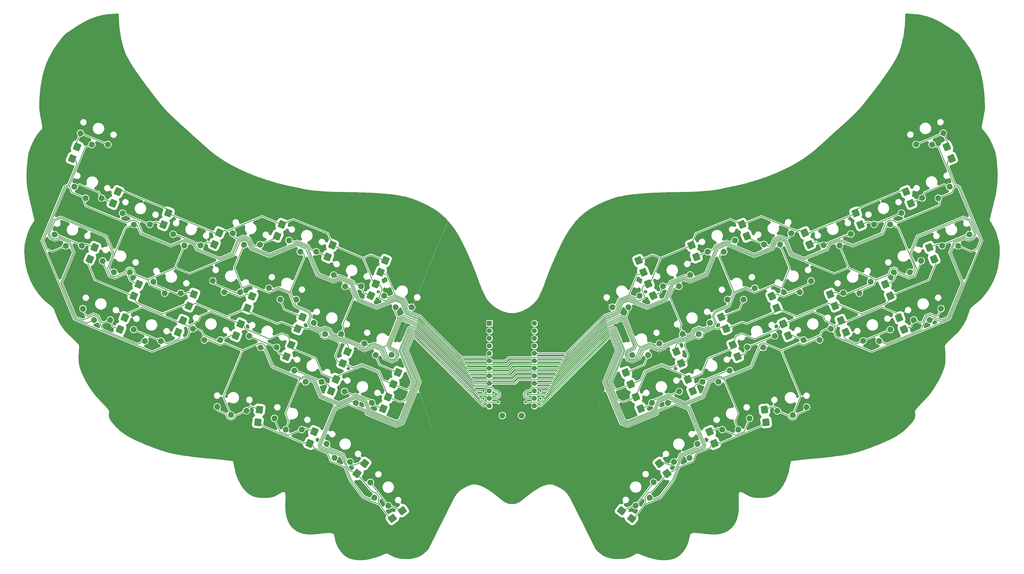
<source format=gbr>
G04 #@! TF.GenerationSoftware,KiCad,Pcbnew,5.1.5+dfsg1-2build2*
G04 #@! TF.CreationDate,2021-03-02T19:33:04+00:00*
G04 #@! TF.ProjectId,rev1,72657631-2e6b-4696-9361-645f70636258,rev?*
G04 #@! TF.SameCoordinates,Original*
G04 #@! TF.FileFunction,Copper,L1,Top*
G04 #@! TF.FilePolarity,Positive*
%FSLAX46Y46*%
G04 Gerber Fmt 4.6, Leading zero omitted, Abs format (unit mm)*
G04 Created by KiCad (PCBNEW 5.1.5+dfsg1-2build2) date 2021-03-02 19:33:04*
%MOMM*%
%LPD*%
G04 APERTURE LIST*
%ADD10C,1.752600*%
%ADD11R,1.752600X1.752600*%
%ADD12C,2.000000*%
%ADD13C,0.100000*%
%ADD14C,0.800000*%
%ADD15C,0.250000*%
%ADD16C,1.000000*%
G04 APERTURE END LIST*
D10*
X219870325Y-152615250D03*
X204630325Y-180555250D03*
X219870325Y-155155250D03*
X219870325Y-157695250D03*
X219870325Y-160235250D03*
X219870325Y-162775250D03*
X219870325Y-165315250D03*
X219870325Y-167855250D03*
X219870325Y-170395250D03*
X219870325Y-172935250D03*
X219870325Y-175475250D03*
X219870325Y-178015250D03*
X219870325Y-180555250D03*
X204630325Y-178015250D03*
X204630325Y-175475250D03*
X204630325Y-172935250D03*
X204630325Y-170395250D03*
X204630325Y-167855250D03*
X204630325Y-165315250D03*
X204630325Y-162775250D03*
X204630325Y-160235250D03*
X204630325Y-157695250D03*
X204630325Y-155155250D03*
D11*
X204630325Y-152615250D03*
D12*
X75555534Y-92123269D03*
X66316738Y-88296435D03*
X70132501Y-92149999D03*
X66737491Y-126383083D03*
X57498695Y-122556249D03*
X61314458Y-126409813D03*
X73455535Y-110223269D03*
X64216739Y-106396435D03*
X68032502Y-110249999D03*
X76355535Y-151473269D03*
X67116739Y-147646435D03*
X70932502Y-151499999D03*
X83041591Y-135312071D03*
X73802795Y-131485237D03*
X77618558Y-135338801D03*
X89763366Y-119172380D03*
X80524570Y-115345546D03*
X84340333Y-119199110D03*
X93505534Y-158573269D03*
X84266738Y-154746435D03*
X88082501Y-158599999D03*
X100196449Y-142396198D03*
X90957653Y-138569364D03*
X94773416Y-142422928D03*
X106880535Y-126273269D03*
X97641739Y-122446435D03*
X101457502Y-126299999D03*
X122446663Y-182194706D03*
X112532214Y-180889445D03*
X117215333Y-183624110D03*
X113611871Y-158253028D03*
X104373075Y-154426194D03*
X108188838Y-158279758D03*
X120313367Y-142073270D03*
X111074571Y-138246436D03*
X114890334Y-142100000D03*
X127063366Y-125972380D03*
X117824570Y-122145546D03*
X121640333Y-125999110D03*
X141155535Y-188573269D03*
X131916739Y-184746435D03*
X135732502Y-188599999D03*
X132664913Y-160748313D03*
X123426117Y-156921479D03*
X127241880Y-160775043D03*
X139305534Y-144523269D03*
X130066738Y-140696435D03*
X133882501Y-144549999D03*
X146055535Y-128373269D03*
X136816739Y-124546435D03*
X140632502Y-128399999D03*
X157493807Y-199507660D03*
X149560274Y-193420046D03*
X152248642Y-198129895D03*
X147855534Y-172423269D03*
X138616738Y-168596435D03*
X142432501Y-172449999D03*
X154501687Y-156241851D03*
X145262891Y-152415017D03*
X149078654Y-156268581D03*
X161218710Y-140103917D03*
X151979914Y-136277083D03*
X155795677Y-140130647D03*
X170450183Y-214337478D03*
X164362569Y-206403945D03*
X165740334Y-211649110D03*
X164863366Y-179497380D03*
X155624570Y-175670546D03*
X159440333Y-179524110D03*
X171540334Y-163299110D03*
X162301538Y-159472276D03*
X166117301Y-163325840D03*
X178305534Y-147148269D03*
X169066738Y-143321435D03*
X172882501Y-147174999D03*
G04 #@! TA.AperFunction,SMDPad,CuDef*
D13*
G36*
X64799523Y-91425259D02*
G01*
X64833013Y-91430227D01*
X64865855Y-91438454D01*
X64897733Y-91449860D01*
X66385180Y-92065980D01*
X66415786Y-92080455D01*
X66444826Y-92097861D01*
X66472020Y-92118029D01*
X66497106Y-92140766D01*
X66519843Y-92165852D01*
X66540011Y-92193046D01*
X66557417Y-92222086D01*
X66571892Y-92252692D01*
X66583298Y-92284570D01*
X66591525Y-92317412D01*
X66596493Y-92350902D01*
X66598154Y-92384718D01*
X66596493Y-92418534D01*
X66591525Y-92452024D01*
X66583298Y-92484866D01*
X66571892Y-92516744D01*
X65879235Y-94188966D01*
X65864760Y-94219572D01*
X65847354Y-94248612D01*
X65827186Y-94275806D01*
X65804449Y-94300892D01*
X65779363Y-94323629D01*
X65752169Y-94343797D01*
X65723129Y-94361203D01*
X65692523Y-94375678D01*
X65660645Y-94387084D01*
X65627803Y-94395311D01*
X65594313Y-94400279D01*
X65560497Y-94401940D01*
X65526681Y-94400279D01*
X65493191Y-94395311D01*
X65460349Y-94387084D01*
X65428471Y-94375678D01*
X63941024Y-93759558D01*
X63910418Y-93745083D01*
X63881378Y-93727677D01*
X63854184Y-93707509D01*
X63829098Y-93684772D01*
X63806361Y-93659686D01*
X63786193Y-93632492D01*
X63768787Y-93603452D01*
X63754312Y-93572846D01*
X63742906Y-93540968D01*
X63734679Y-93508126D01*
X63729711Y-93474636D01*
X63728050Y-93440820D01*
X63729711Y-93407004D01*
X63734679Y-93373514D01*
X63742906Y-93340672D01*
X63754312Y-93308794D01*
X64446969Y-91636572D01*
X64461444Y-91605966D01*
X64478850Y-91576926D01*
X64499018Y-91549732D01*
X64521755Y-91524646D01*
X64546841Y-91501909D01*
X64574035Y-91481741D01*
X64603075Y-91464335D01*
X64633681Y-91449860D01*
X64665559Y-91438454D01*
X64698401Y-91430227D01*
X64731891Y-91425259D01*
X64765707Y-91423598D01*
X64799523Y-91425259D01*
G37*
G04 #@! TD.AperFunction*
G04 #@! TA.AperFunction,SMDPad,CuDef*
G36*
X63153985Y-95397941D02*
G01*
X63187475Y-95402909D01*
X63220317Y-95411136D01*
X63252195Y-95422542D01*
X64739642Y-96038662D01*
X64770248Y-96053137D01*
X64799288Y-96070543D01*
X64826482Y-96090711D01*
X64851568Y-96113448D01*
X64874305Y-96138534D01*
X64894473Y-96165728D01*
X64911879Y-96194768D01*
X64926354Y-96225374D01*
X64937760Y-96257252D01*
X64945987Y-96290094D01*
X64950955Y-96323584D01*
X64952616Y-96357400D01*
X64950955Y-96391216D01*
X64945987Y-96424706D01*
X64937760Y-96457548D01*
X64926354Y-96489426D01*
X64233697Y-98161648D01*
X64219222Y-98192254D01*
X64201816Y-98221294D01*
X64181648Y-98248488D01*
X64158911Y-98273574D01*
X64133825Y-98296311D01*
X64106631Y-98316479D01*
X64077591Y-98333885D01*
X64046985Y-98348360D01*
X64015107Y-98359766D01*
X63982265Y-98367993D01*
X63948775Y-98372961D01*
X63914959Y-98374622D01*
X63881143Y-98372961D01*
X63847653Y-98367993D01*
X63814811Y-98359766D01*
X63782933Y-98348360D01*
X62295486Y-97732240D01*
X62264880Y-97717765D01*
X62235840Y-97700359D01*
X62208646Y-97680191D01*
X62183560Y-97657454D01*
X62160823Y-97632368D01*
X62140655Y-97605174D01*
X62123249Y-97576134D01*
X62108774Y-97545528D01*
X62097368Y-97513650D01*
X62089141Y-97480808D01*
X62084173Y-97447318D01*
X62082512Y-97413502D01*
X62084173Y-97379686D01*
X62089141Y-97346196D01*
X62097368Y-97313354D01*
X62108774Y-97281476D01*
X62801431Y-95609254D01*
X62815906Y-95578648D01*
X62833312Y-95549608D01*
X62853480Y-95522414D01*
X62876217Y-95497328D01*
X62901303Y-95474591D01*
X62928497Y-95454423D01*
X62957537Y-95437017D01*
X62988143Y-95422542D01*
X63020021Y-95411136D01*
X63052863Y-95402909D01*
X63086353Y-95397941D01*
X63120169Y-95396280D01*
X63153985Y-95397941D01*
G37*
G04 #@! TD.AperFunction*
G04 #@! TA.AperFunction,SMDPad,CuDef*
G36*
X70749523Y-125425259D02*
G01*
X70783013Y-125430227D01*
X70815855Y-125438454D01*
X70847733Y-125449860D01*
X72335180Y-126065980D01*
X72365786Y-126080455D01*
X72394826Y-126097861D01*
X72422020Y-126118029D01*
X72447106Y-126140766D01*
X72469843Y-126165852D01*
X72490011Y-126193046D01*
X72507417Y-126222086D01*
X72521892Y-126252692D01*
X72533298Y-126284570D01*
X72541525Y-126317412D01*
X72546493Y-126350902D01*
X72548154Y-126384718D01*
X72546493Y-126418534D01*
X72541525Y-126452024D01*
X72533298Y-126484866D01*
X72521892Y-126516744D01*
X71829235Y-128188966D01*
X71814760Y-128219572D01*
X71797354Y-128248612D01*
X71777186Y-128275806D01*
X71754449Y-128300892D01*
X71729363Y-128323629D01*
X71702169Y-128343797D01*
X71673129Y-128361203D01*
X71642523Y-128375678D01*
X71610645Y-128387084D01*
X71577803Y-128395311D01*
X71544313Y-128400279D01*
X71510497Y-128401940D01*
X71476681Y-128400279D01*
X71443191Y-128395311D01*
X71410349Y-128387084D01*
X71378471Y-128375678D01*
X69891024Y-127759558D01*
X69860418Y-127745083D01*
X69831378Y-127727677D01*
X69804184Y-127707509D01*
X69779098Y-127684772D01*
X69756361Y-127659686D01*
X69736193Y-127632492D01*
X69718787Y-127603452D01*
X69704312Y-127572846D01*
X69692906Y-127540968D01*
X69684679Y-127508126D01*
X69679711Y-127474636D01*
X69678050Y-127440820D01*
X69679711Y-127407004D01*
X69684679Y-127373514D01*
X69692906Y-127340672D01*
X69704312Y-127308794D01*
X70396969Y-125636572D01*
X70411444Y-125605966D01*
X70428850Y-125576926D01*
X70449018Y-125549732D01*
X70471755Y-125524646D01*
X70496841Y-125501909D01*
X70524035Y-125481741D01*
X70553075Y-125464335D01*
X70583681Y-125449860D01*
X70615559Y-125438454D01*
X70648401Y-125430227D01*
X70681891Y-125425259D01*
X70715707Y-125423598D01*
X70749523Y-125425259D01*
G37*
G04 #@! TD.AperFunction*
G04 #@! TA.AperFunction,SMDPad,CuDef*
G36*
X69103985Y-129397941D02*
G01*
X69137475Y-129402909D01*
X69170317Y-129411136D01*
X69202195Y-129422542D01*
X70689642Y-130038662D01*
X70720248Y-130053137D01*
X70749288Y-130070543D01*
X70776482Y-130090711D01*
X70801568Y-130113448D01*
X70824305Y-130138534D01*
X70844473Y-130165728D01*
X70861879Y-130194768D01*
X70876354Y-130225374D01*
X70887760Y-130257252D01*
X70895987Y-130290094D01*
X70900955Y-130323584D01*
X70902616Y-130357400D01*
X70900955Y-130391216D01*
X70895987Y-130424706D01*
X70887760Y-130457548D01*
X70876354Y-130489426D01*
X70183697Y-132161648D01*
X70169222Y-132192254D01*
X70151816Y-132221294D01*
X70131648Y-132248488D01*
X70108911Y-132273574D01*
X70083825Y-132296311D01*
X70056631Y-132316479D01*
X70027591Y-132333885D01*
X69996985Y-132348360D01*
X69965107Y-132359766D01*
X69932265Y-132367993D01*
X69898775Y-132372961D01*
X69864959Y-132374622D01*
X69831143Y-132372961D01*
X69797653Y-132367993D01*
X69764811Y-132359766D01*
X69732933Y-132348360D01*
X68245486Y-131732240D01*
X68214880Y-131717765D01*
X68185840Y-131700359D01*
X68158646Y-131680191D01*
X68133560Y-131657454D01*
X68110823Y-131632368D01*
X68090655Y-131605174D01*
X68073249Y-131576134D01*
X68058774Y-131545528D01*
X68047368Y-131513650D01*
X68039141Y-131480808D01*
X68034173Y-131447318D01*
X68032512Y-131413502D01*
X68034173Y-131379686D01*
X68039141Y-131346196D01*
X68047368Y-131313354D01*
X68058774Y-131281476D01*
X68751431Y-129609254D01*
X68765906Y-129578648D01*
X68783312Y-129549608D01*
X68803480Y-129522414D01*
X68826217Y-129497328D01*
X68851303Y-129474591D01*
X68878497Y-129454423D01*
X68907537Y-129437017D01*
X68938143Y-129422542D01*
X68970021Y-129411136D01*
X69002863Y-129402909D01*
X69036353Y-129397941D01*
X69070169Y-129396280D01*
X69103985Y-129397941D01*
G37*
G04 #@! TD.AperFunction*
G04 #@! TA.AperFunction,SMDPad,CuDef*
G36*
X76953986Y-110522941D02*
G01*
X76987476Y-110527909D01*
X77020318Y-110536136D01*
X77052196Y-110547542D01*
X78539643Y-111163662D01*
X78570249Y-111178137D01*
X78599289Y-111195543D01*
X78626483Y-111215711D01*
X78651569Y-111238448D01*
X78674306Y-111263534D01*
X78694474Y-111290728D01*
X78711880Y-111319768D01*
X78726355Y-111350374D01*
X78737761Y-111382252D01*
X78745988Y-111415094D01*
X78750956Y-111448584D01*
X78752617Y-111482400D01*
X78750956Y-111516216D01*
X78745988Y-111549706D01*
X78737761Y-111582548D01*
X78726355Y-111614426D01*
X78033698Y-113286648D01*
X78019223Y-113317254D01*
X78001817Y-113346294D01*
X77981649Y-113373488D01*
X77958912Y-113398574D01*
X77933826Y-113421311D01*
X77906632Y-113441479D01*
X77877592Y-113458885D01*
X77846986Y-113473360D01*
X77815108Y-113484766D01*
X77782266Y-113492993D01*
X77748776Y-113497961D01*
X77714960Y-113499622D01*
X77681144Y-113497961D01*
X77647654Y-113492993D01*
X77614812Y-113484766D01*
X77582934Y-113473360D01*
X76095487Y-112857240D01*
X76064881Y-112842765D01*
X76035841Y-112825359D01*
X76008647Y-112805191D01*
X75983561Y-112782454D01*
X75960824Y-112757368D01*
X75940656Y-112730174D01*
X75923250Y-112701134D01*
X75908775Y-112670528D01*
X75897369Y-112638650D01*
X75889142Y-112605808D01*
X75884174Y-112572318D01*
X75882513Y-112538502D01*
X75884174Y-112504686D01*
X75889142Y-112471196D01*
X75897369Y-112438354D01*
X75908775Y-112406476D01*
X76601432Y-110734254D01*
X76615907Y-110703648D01*
X76633313Y-110674608D01*
X76653481Y-110647414D01*
X76676218Y-110622328D01*
X76701304Y-110599591D01*
X76728498Y-110579423D01*
X76757538Y-110562017D01*
X76788144Y-110547542D01*
X76820022Y-110536136D01*
X76852864Y-110527909D01*
X76886354Y-110522941D01*
X76920170Y-110521280D01*
X76953986Y-110522941D01*
G37*
G04 #@! TD.AperFunction*
G04 #@! TA.AperFunction,SMDPad,CuDef*
G36*
X78599524Y-106550259D02*
G01*
X78633014Y-106555227D01*
X78665856Y-106563454D01*
X78697734Y-106574860D01*
X80185181Y-107190980D01*
X80215787Y-107205455D01*
X80244827Y-107222861D01*
X80272021Y-107243029D01*
X80297107Y-107265766D01*
X80319844Y-107290852D01*
X80340012Y-107318046D01*
X80357418Y-107347086D01*
X80371893Y-107377692D01*
X80383299Y-107409570D01*
X80391526Y-107442412D01*
X80396494Y-107475902D01*
X80398155Y-107509718D01*
X80396494Y-107543534D01*
X80391526Y-107577024D01*
X80383299Y-107609866D01*
X80371893Y-107641744D01*
X79679236Y-109313966D01*
X79664761Y-109344572D01*
X79647355Y-109373612D01*
X79627187Y-109400806D01*
X79604450Y-109425892D01*
X79579364Y-109448629D01*
X79552170Y-109468797D01*
X79523130Y-109486203D01*
X79492524Y-109500678D01*
X79460646Y-109512084D01*
X79427804Y-109520311D01*
X79394314Y-109525279D01*
X79360498Y-109526940D01*
X79326682Y-109525279D01*
X79293192Y-109520311D01*
X79260350Y-109512084D01*
X79228472Y-109500678D01*
X77741025Y-108884558D01*
X77710419Y-108870083D01*
X77681379Y-108852677D01*
X77654185Y-108832509D01*
X77629099Y-108809772D01*
X77606362Y-108784686D01*
X77586194Y-108757492D01*
X77568788Y-108728452D01*
X77554313Y-108697846D01*
X77542907Y-108665968D01*
X77534680Y-108633126D01*
X77529712Y-108599636D01*
X77528051Y-108565820D01*
X77529712Y-108532004D01*
X77534680Y-108498514D01*
X77542907Y-108465672D01*
X77554313Y-108433794D01*
X78246970Y-106761572D01*
X78261445Y-106730966D01*
X78278851Y-106701926D01*
X78299019Y-106674732D01*
X78321756Y-106649646D01*
X78346842Y-106626909D01*
X78374036Y-106606741D01*
X78403076Y-106589335D01*
X78433682Y-106574860D01*
X78465560Y-106563454D01*
X78498402Y-106555227D01*
X78531892Y-106550259D01*
X78565708Y-106548598D01*
X78599524Y-106550259D01*
G37*
G04 #@! TD.AperFunction*
G04 #@! TA.AperFunction,SMDPad,CuDef*
G36*
X79303985Y-153172941D02*
G01*
X79337475Y-153177909D01*
X79370317Y-153186136D01*
X79402195Y-153197542D01*
X80889642Y-153813662D01*
X80920248Y-153828137D01*
X80949288Y-153845543D01*
X80976482Y-153865711D01*
X81001568Y-153888448D01*
X81024305Y-153913534D01*
X81044473Y-153940728D01*
X81061879Y-153969768D01*
X81076354Y-154000374D01*
X81087760Y-154032252D01*
X81095987Y-154065094D01*
X81100955Y-154098584D01*
X81102616Y-154132400D01*
X81100955Y-154166216D01*
X81095987Y-154199706D01*
X81087760Y-154232548D01*
X81076354Y-154264426D01*
X80383697Y-155936648D01*
X80369222Y-155967254D01*
X80351816Y-155996294D01*
X80331648Y-156023488D01*
X80308911Y-156048574D01*
X80283825Y-156071311D01*
X80256631Y-156091479D01*
X80227591Y-156108885D01*
X80196985Y-156123360D01*
X80165107Y-156134766D01*
X80132265Y-156142993D01*
X80098775Y-156147961D01*
X80064959Y-156149622D01*
X80031143Y-156147961D01*
X79997653Y-156142993D01*
X79964811Y-156134766D01*
X79932933Y-156123360D01*
X78445486Y-155507240D01*
X78414880Y-155492765D01*
X78385840Y-155475359D01*
X78358646Y-155455191D01*
X78333560Y-155432454D01*
X78310823Y-155407368D01*
X78290655Y-155380174D01*
X78273249Y-155351134D01*
X78258774Y-155320528D01*
X78247368Y-155288650D01*
X78239141Y-155255808D01*
X78234173Y-155222318D01*
X78232512Y-155188502D01*
X78234173Y-155154686D01*
X78239141Y-155121196D01*
X78247368Y-155088354D01*
X78258774Y-155056476D01*
X78951431Y-153384254D01*
X78965906Y-153353648D01*
X78983312Y-153324608D01*
X79003480Y-153297414D01*
X79026217Y-153272328D01*
X79051303Y-153249591D01*
X79078497Y-153229423D01*
X79107537Y-153212017D01*
X79138143Y-153197542D01*
X79170021Y-153186136D01*
X79202863Y-153177909D01*
X79236353Y-153172941D01*
X79270169Y-153171280D01*
X79303985Y-153172941D01*
G37*
G04 #@! TD.AperFunction*
G04 #@! TA.AperFunction,SMDPad,CuDef*
G36*
X80949523Y-149200259D02*
G01*
X80983013Y-149205227D01*
X81015855Y-149213454D01*
X81047733Y-149224860D01*
X82535180Y-149840980D01*
X82565786Y-149855455D01*
X82594826Y-149872861D01*
X82622020Y-149893029D01*
X82647106Y-149915766D01*
X82669843Y-149940852D01*
X82690011Y-149968046D01*
X82707417Y-149997086D01*
X82721892Y-150027692D01*
X82733298Y-150059570D01*
X82741525Y-150092412D01*
X82746493Y-150125902D01*
X82748154Y-150159718D01*
X82746493Y-150193534D01*
X82741525Y-150227024D01*
X82733298Y-150259866D01*
X82721892Y-150291744D01*
X82029235Y-151963966D01*
X82014760Y-151994572D01*
X81997354Y-152023612D01*
X81977186Y-152050806D01*
X81954449Y-152075892D01*
X81929363Y-152098629D01*
X81902169Y-152118797D01*
X81873129Y-152136203D01*
X81842523Y-152150678D01*
X81810645Y-152162084D01*
X81777803Y-152170311D01*
X81744313Y-152175279D01*
X81710497Y-152176940D01*
X81676681Y-152175279D01*
X81643191Y-152170311D01*
X81610349Y-152162084D01*
X81578471Y-152150678D01*
X80091024Y-151534558D01*
X80060418Y-151520083D01*
X80031378Y-151502677D01*
X80004184Y-151482509D01*
X79979098Y-151459772D01*
X79956361Y-151434686D01*
X79936193Y-151407492D01*
X79918787Y-151378452D01*
X79904312Y-151347846D01*
X79892906Y-151315968D01*
X79884679Y-151283126D01*
X79879711Y-151249636D01*
X79878050Y-151215820D01*
X79879711Y-151182004D01*
X79884679Y-151148514D01*
X79892906Y-151115672D01*
X79904312Y-151083794D01*
X80596969Y-149411572D01*
X80611444Y-149380966D01*
X80628850Y-149351926D01*
X80649018Y-149324732D01*
X80671755Y-149299646D01*
X80696841Y-149276909D01*
X80724035Y-149256741D01*
X80753075Y-149239335D01*
X80783681Y-149224860D01*
X80815559Y-149213454D01*
X80848401Y-149205227D01*
X80881891Y-149200259D01*
X80915707Y-149198598D01*
X80949523Y-149200259D01*
G37*
G04 #@! TD.AperFunction*
G04 #@! TA.AperFunction,SMDPad,CuDef*
G36*
X85624523Y-137900259D02*
G01*
X85658013Y-137905227D01*
X85690855Y-137913454D01*
X85722733Y-137924860D01*
X87210180Y-138540980D01*
X87240786Y-138555455D01*
X87269826Y-138572861D01*
X87297020Y-138593029D01*
X87322106Y-138615766D01*
X87344843Y-138640852D01*
X87365011Y-138668046D01*
X87382417Y-138697086D01*
X87396892Y-138727692D01*
X87408298Y-138759570D01*
X87416525Y-138792412D01*
X87421493Y-138825902D01*
X87423154Y-138859718D01*
X87421493Y-138893534D01*
X87416525Y-138927024D01*
X87408298Y-138959866D01*
X87396892Y-138991744D01*
X86704235Y-140663966D01*
X86689760Y-140694572D01*
X86672354Y-140723612D01*
X86652186Y-140750806D01*
X86629449Y-140775892D01*
X86604363Y-140798629D01*
X86577169Y-140818797D01*
X86548129Y-140836203D01*
X86517523Y-140850678D01*
X86485645Y-140862084D01*
X86452803Y-140870311D01*
X86419313Y-140875279D01*
X86385497Y-140876940D01*
X86351681Y-140875279D01*
X86318191Y-140870311D01*
X86285349Y-140862084D01*
X86253471Y-140850678D01*
X84766024Y-140234558D01*
X84735418Y-140220083D01*
X84706378Y-140202677D01*
X84679184Y-140182509D01*
X84654098Y-140159772D01*
X84631361Y-140134686D01*
X84611193Y-140107492D01*
X84593787Y-140078452D01*
X84579312Y-140047846D01*
X84567906Y-140015968D01*
X84559679Y-139983126D01*
X84554711Y-139949636D01*
X84553050Y-139915820D01*
X84554711Y-139882004D01*
X84559679Y-139848514D01*
X84567906Y-139815672D01*
X84579312Y-139783794D01*
X85271969Y-138111572D01*
X85286444Y-138080966D01*
X85303850Y-138051926D01*
X85324018Y-138024732D01*
X85346755Y-137999646D01*
X85371841Y-137976909D01*
X85399035Y-137956741D01*
X85428075Y-137939335D01*
X85458681Y-137924860D01*
X85490559Y-137913454D01*
X85523401Y-137905227D01*
X85556891Y-137900259D01*
X85590707Y-137898598D01*
X85624523Y-137900259D01*
G37*
G04 #@! TD.AperFunction*
G04 #@! TA.AperFunction,SMDPad,CuDef*
G36*
X83978985Y-141872941D02*
G01*
X84012475Y-141877909D01*
X84045317Y-141886136D01*
X84077195Y-141897542D01*
X85564642Y-142513662D01*
X85595248Y-142528137D01*
X85624288Y-142545543D01*
X85651482Y-142565711D01*
X85676568Y-142588448D01*
X85699305Y-142613534D01*
X85719473Y-142640728D01*
X85736879Y-142669768D01*
X85751354Y-142700374D01*
X85762760Y-142732252D01*
X85770987Y-142765094D01*
X85775955Y-142798584D01*
X85777616Y-142832400D01*
X85775955Y-142866216D01*
X85770987Y-142899706D01*
X85762760Y-142932548D01*
X85751354Y-142964426D01*
X85058697Y-144636648D01*
X85044222Y-144667254D01*
X85026816Y-144696294D01*
X85006648Y-144723488D01*
X84983911Y-144748574D01*
X84958825Y-144771311D01*
X84931631Y-144791479D01*
X84902591Y-144808885D01*
X84871985Y-144823360D01*
X84840107Y-144834766D01*
X84807265Y-144842993D01*
X84773775Y-144847961D01*
X84739959Y-144849622D01*
X84706143Y-144847961D01*
X84672653Y-144842993D01*
X84639811Y-144834766D01*
X84607933Y-144823360D01*
X83120486Y-144207240D01*
X83089880Y-144192765D01*
X83060840Y-144175359D01*
X83033646Y-144155191D01*
X83008560Y-144132454D01*
X82985823Y-144107368D01*
X82965655Y-144080174D01*
X82948249Y-144051134D01*
X82933774Y-144020528D01*
X82922368Y-143988650D01*
X82914141Y-143955808D01*
X82909173Y-143922318D01*
X82907512Y-143888502D01*
X82909173Y-143854686D01*
X82914141Y-143821196D01*
X82922368Y-143788354D01*
X82933774Y-143756476D01*
X83626431Y-142084254D01*
X83640906Y-142053648D01*
X83658312Y-142024608D01*
X83678480Y-141997414D01*
X83701217Y-141972328D01*
X83726303Y-141949591D01*
X83753497Y-141929423D01*
X83782537Y-141912017D01*
X83813143Y-141897542D01*
X83845021Y-141886136D01*
X83877863Y-141877909D01*
X83911353Y-141872941D01*
X83945169Y-141871280D01*
X83978985Y-141872941D01*
G37*
G04 #@! TD.AperFunction*
G04 #@! TA.AperFunction,SMDPad,CuDef*
G36*
X94003986Y-117747941D02*
G01*
X94037476Y-117752909D01*
X94070318Y-117761136D01*
X94102196Y-117772542D01*
X95589643Y-118388662D01*
X95620249Y-118403137D01*
X95649289Y-118420543D01*
X95676483Y-118440711D01*
X95701569Y-118463448D01*
X95724306Y-118488534D01*
X95744474Y-118515728D01*
X95761880Y-118544768D01*
X95776355Y-118575374D01*
X95787761Y-118607252D01*
X95795988Y-118640094D01*
X95800956Y-118673584D01*
X95802617Y-118707400D01*
X95800956Y-118741216D01*
X95795988Y-118774706D01*
X95787761Y-118807548D01*
X95776355Y-118839426D01*
X95083698Y-120511648D01*
X95069223Y-120542254D01*
X95051817Y-120571294D01*
X95031649Y-120598488D01*
X95008912Y-120623574D01*
X94983826Y-120646311D01*
X94956632Y-120666479D01*
X94927592Y-120683885D01*
X94896986Y-120698360D01*
X94865108Y-120709766D01*
X94832266Y-120717993D01*
X94798776Y-120722961D01*
X94764960Y-120724622D01*
X94731144Y-120722961D01*
X94697654Y-120717993D01*
X94664812Y-120709766D01*
X94632934Y-120698360D01*
X93145487Y-120082240D01*
X93114881Y-120067765D01*
X93085841Y-120050359D01*
X93058647Y-120030191D01*
X93033561Y-120007454D01*
X93010824Y-119982368D01*
X92990656Y-119955174D01*
X92973250Y-119926134D01*
X92958775Y-119895528D01*
X92947369Y-119863650D01*
X92939142Y-119830808D01*
X92934174Y-119797318D01*
X92932513Y-119763502D01*
X92934174Y-119729686D01*
X92939142Y-119696196D01*
X92947369Y-119663354D01*
X92958775Y-119631476D01*
X93651432Y-117959254D01*
X93665907Y-117928648D01*
X93683313Y-117899608D01*
X93703481Y-117872414D01*
X93726218Y-117847328D01*
X93751304Y-117824591D01*
X93778498Y-117804423D01*
X93807538Y-117787017D01*
X93838144Y-117772542D01*
X93870022Y-117761136D01*
X93902864Y-117752909D01*
X93936354Y-117747941D01*
X93970170Y-117746280D01*
X94003986Y-117747941D01*
G37*
G04 #@! TD.AperFunction*
G04 #@! TA.AperFunction,SMDPad,CuDef*
G36*
X95649524Y-113775259D02*
G01*
X95683014Y-113780227D01*
X95715856Y-113788454D01*
X95747734Y-113799860D01*
X97235181Y-114415980D01*
X97265787Y-114430455D01*
X97294827Y-114447861D01*
X97322021Y-114468029D01*
X97347107Y-114490766D01*
X97369844Y-114515852D01*
X97390012Y-114543046D01*
X97407418Y-114572086D01*
X97421893Y-114602692D01*
X97433299Y-114634570D01*
X97441526Y-114667412D01*
X97446494Y-114700902D01*
X97448155Y-114734718D01*
X97446494Y-114768534D01*
X97441526Y-114802024D01*
X97433299Y-114834866D01*
X97421893Y-114866744D01*
X96729236Y-116538966D01*
X96714761Y-116569572D01*
X96697355Y-116598612D01*
X96677187Y-116625806D01*
X96654450Y-116650892D01*
X96629364Y-116673629D01*
X96602170Y-116693797D01*
X96573130Y-116711203D01*
X96542524Y-116725678D01*
X96510646Y-116737084D01*
X96477804Y-116745311D01*
X96444314Y-116750279D01*
X96410498Y-116751940D01*
X96376682Y-116750279D01*
X96343192Y-116745311D01*
X96310350Y-116737084D01*
X96278472Y-116725678D01*
X94791025Y-116109558D01*
X94760419Y-116095083D01*
X94731379Y-116077677D01*
X94704185Y-116057509D01*
X94679099Y-116034772D01*
X94656362Y-116009686D01*
X94636194Y-115982492D01*
X94618788Y-115953452D01*
X94604313Y-115922846D01*
X94592907Y-115890968D01*
X94584680Y-115858126D01*
X94579712Y-115824636D01*
X94578051Y-115790820D01*
X94579712Y-115757004D01*
X94584680Y-115723514D01*
X94592907Y-115690672D01*
X94604313Y-115658794D01*
X95296970Y-113986572D01*
X95311445Y-113955966D01*
X95328851Y-113926926D01*
X95349019Y-113899732D01*
X95371756Y-113874646D01*
X95396842Y-113851909D01*
X95424036Y-113831741D01*
X95453076Y-113814335D01*
X95483682Y-113799860D01*
X95515560Y-113788454D01*
X95548402Y-113780227D01*
X95581892Y-113775259D01*
X95615708Y-113773598D01*
X95649524Y-113775259D01*
G37*
G04 #@! TD.AperFunction*
G04 #@! TA.AperFunction,SMDPad,CuDef*
G36*
X98953985Y-154122941D02*
G01*
X98987475Y-154127909D01*
X99020317Y-154136136D01*
X99052195Y-154147542D01*
X100539642Y-154763662D01*
X100570248Y-154778137D01*
X100599288Y-154795543D01*
X100626482Y-154815711D01*
X100651568Y-154838448D01*
X100674305Y-154863534D01*
X100694473Y-154890728D01*
X100711879Y-154919768D01*
X100726354Y-154950374D01*
X100737760Y-154982252D01*
X100745987Y-155015094D01*
X100750955Y-155048584D01*
X100752616Y-155082400D01*
X100750955Y-155116216D01*
X100745987Y-155149706D01*
X100737760Y-155182548D01*
X100726354Y-155214426D01*
X100033697Y-156886648D01*
X100019222Y-156917254D01*
X100001816Y-156946294D01*
X99981648Y-156973488D01*
X99958911Y-156998574D01*
X99933825Y-157021311D01*
X99906631Y-157041479D01*
X99877591Y-157058885D01*
X99846985Y-157073360D01*
X99815107Y-157084766D01*
X99782265Y-157092993D01*
X99748775Y-157097961D01*
X99714959Y-157099622D01*
X99681143Y-157097961D01*
X99647653Y-157092993D01*
X99614811Y-157084766D01*
X99582933Y-157073360D01*
X98095486Y-156457240D01*
X98064880Y-156442765D01*
X98035840Y-156425359D01*
X98008646Y-156405191D01*
X97983560Y-156382454D01*
X97960823Y-156357368D01*
X97940655Y-156330174D01*
X97923249Y-156301134D01*
X97908774Y-156270528D01*
X97897368Y-156238650D01*
X97889141Y-156205808D01*
X97884173Y-156172318D01*
X97882512Y-156138502D01*
X97884173Y-156104686D01*
X97889141Y-156071196D01*
X97897368Y-156038354D01*
X97908774Y-156006476D01*
X98601431Y-154334254D01*
X98615906Y-154303648D01*
X98633312Y-154274608D01*
X98653480Y-154247414D01*
X98676217Y-154222328D01*
X98701303Y-154199591D01*
X98728497Y-154179423D01*
X98757537Y-154162017D01*
X98788143Y-154147542D01*
X98820021Y-154136136D01*
X98852863Y-154127909D01*
X98886353Y-154122941D01*
X98920169Y-154121280D01*
X98953985Y-154122941D01*
G37*
G04 #@! TD.AperFunction*
G04 #@! TA.AperFunction,SMDPad,CuDef*
G36*
X100599523Y-150150259D02*
G01*
X100633013Y-150155227D01*
X100665855Y-150163454D01*
X100697733Y-150174860D01*
X102185180Y-150790980D01*
X102215786Y-150805455D01*
X102244826Y-150822861D01*
X102272020Y-150843029D01*
X102297106Y-150865766D01*
X102319843Y-150890852D01*
X102340011Y-150918046D01*
X102357417Y-150947086D01*
X102371892Y-150977692D01*
X102383298Y-151009570D01*
X102391525Y-151042412D01*
X102396493Y-151075902D01*
X102398154Y-151109718D01*
X102396493Y-151143534D01*
X102391525Y-151177024D01*
X102383298Y-151209866D01*
X102371892Y-151241744D01*
X101679235Y-152913966D01*
X101664760Y-152944572D01*
X101647354Y-152973612D01*
X101627186Y-153000806D01*
X101604449Y-153025892D01*
X101579363Y-153048629D01*
X101552169Y-153068797D01*
X101523129Y-153086203D01*
X101492523Y-153100678D01*
X101460645Y-153112084D01*
X101427803Y-153120311D01*
X101394313Y-153125279D01*
X101360497Y-153126940D01*
X101326681Y-153125279D01*
X101293191Y-153120311D01*
X101260349Y-153112084D01*
X101228471Y-153100678D01*
X99741024Y-152484558D01*
X99710418Y-152470083D01*
X99681378Y-152452677D01*
X99654184Y-152432509D01*
X99629098Y-152409772D01*
X99606361Y-152384686D01*
X99586193Y-152357492D01*
X99568787Y-152328452D01*
X99554312Y-152297846D01*
X99542906Y-152265968D01*
X99534679Y-152233126D01*
X99529711Y-152199636D01*
X99528050Y-152165820D01*
X99529711Y-152132004D01*
X99534679Y-152098514D01*
X99542906Y-152065672D01*
X99554312Y-152033794D01*
X100246969Y-150361572D01*
X100261444Y-150330966D01*
X100278850Y-150301926D01*
X100299018Y-150274732D01*
X100321755Y-150249646D01*
X100346841Y-150226909D01*
X100374035Y-150206741D01*
X100403075Y-150189335D01*
X100433681Y-150174860D01*
X100465559Y-150163454D01*
X100498401Y-150155227D01*
X100531891Y-150150259D01*
X100565707Y-150148598D01*
X100599523Y-150150259D01*
G37*
G04 #@! TD.AperFunction*
G04 #@! TA.AperFunction,SMDPad,CuDef*
G36*
X104274523Y-141300259D02*
G01*
X104308013Y-141305227D01*
X104340855Y-141313454D01*
X104372733Y-141324860D01*
X105860180Y-141940980D01*
X105890786Y-141955455D01*
X105919826Y-141972861D01*
X105947020Y-141993029D01*
X105972106Y-142015766D01*
X105994843Y-142040852D01*
X106015011Y-142068046D01*
X106032417Y-142097086D01*
X106046892Y-142127692D01*
X106058298Y-142159570D01*
X106066525Y-142192412D01*
X106071493Y-142225902D01*
X106073154Y-142259718D01*
X106071493Y-142293534D01*
X106066525Y-142327024D01*
X106058298Y-142359866D01*
X106046892Y-142391744D01*
X105354235Y-144063966D01*
X105339760Y-144094572D01*
X105322354Y-144123612D01*
X105302186Y-144150806D01*
X105279449Y-144175892D01*
X105254363Y-144198629D01*
X105227169Y-144218797D01*
X105198129Y-144236203D01*
X105167523Y-144250678D01*
X105135645Y-144262084D01*
X105102803Y-144270311D01*
X105069313Y-144275279D01*
X105035497Y-144276940D01*
X105001681Y-144275279D01*
X104968191Y-144270311D01*
X104935349Y-144262084D01*
X104903471Y-144250678D01*
X103416024Y-143634558D01*
X103385418Y-143620083D01*
X103356378Y-143602677D01*
X103329184Y-143582509D01*
X103304098Y-143559772D01*
X103281361Y-143534686D01*
X103261193Y-143507492D01*
X103243787Y-143478452D01*
X103229312Y-143447846D01*
X103217906Y-143415968D01*
X103209679Y-143383126D01*
X103204711Y-143349636D01*
X103203050Y-143315820D01*
X103204711Y-143282004D01*
X103209679Y-143248514D01*
X103217906Y-143215672D01*
X103229312Y-143183794D01*
X103921969Y-141511572D01*
X103936444Y-141480966D01*
X103953850Y-141451926D01*
X103974018Y-141424732D01*
X103996755Y-141399646D01*
X104021841Y-141376909D01*
X104049035Y-141356741D01*
X104078075Y-141339335D01*
X104108681Y-141324860D01*
X104140559Y-141313454D01*
X104173401Y-141305227D01*
X104206891Y-141300259D01*
X104240707Y-141298598D01*
X104274523Y-141300259D01*
G37*
G04 #@! TD.AperFunction*
G04 #@! TA.AperFunction,SMDPad,CuDef*
G36*
X102628985Y-145272941D02*
G01*
X102662475Y-145277909D01*
X102695317Y-145286136D01*
X102727195Y-145297542D01*
X104214642Y-145913662D01*
X104245248Y-145928137D01*
X104274288Y-145945543D01*
X104301482Y-145965711D01*
X104326568Y-145988448D01*
X104349305Y-146013534D01*
X104369473Y-146040728D01*
X104386879Y-146069768D01*
X104401354Y-146100374D01*
X104412760Y-146132252D01*
X104420987Y-146165094D01*
X104425955Y-146198584D01*
X104427616Y-146232400D01*
X104425955Y-146266216D01*
X104420987Y-146299706D01*
X104412760Y-146332548D01*
X104401354Y-146364426D01*
X103708697Y-148036648D01*
X103694222Y-148067254D01*
X103676816Y-148096294D01*
X103656648Y-148123488D01*
X103633911Y-148148574D01*
X103608825Y-148171311D01*
X103581631Y-148191479D01*
X103552591Y-148208885D01*
X103521985Y-148223360D01*
X103490107Y-148234766D01*
X103457265Y-148242993D01*
X103423775Y-148247961D01*
X103389959Y-148249622D01*
X103356143Y-148247961D01*
X103322653Y-148242993D01*
X103289811Y-148234766D01*
X103257933Y-148223360D01*
X101770486Y-147607240D01*
X101739880Y-147592765D01*
X101710840Y-147575359D01*
X101683646Y-147555191D01*
X101658560Y-147532454D01*
X101635823Y-147507368D01*
X101615655Y-147480174D01*
X101598249Y-147451134D01*
X101583774Y-147420528D01*
X101572368Y-147388650D01*
X101564141Y-147355808D01*
X101559173Y-147322318D01*
X101557512Y-147288502D01*
X101559173Y-147254686D01*
X101564141Y-147221196D01*
X101572368Y-147188354D01*
X101583774Y-147156476D01*
X102276431Y-145484254D01*
X102290906Y-145453648D01*
X102308312Y-145424608D01*
X102328480Y-145397414D01*
X102351217Y-145372328D01*
X102376303Y-145349591D01*
X102403497Y-145329423D01*
X102432537Y-145312017D01*
X102463143Y-145297542D01*
X102495021Y-145286136D01*
X102527863Y-145277909D01*
X102561353Y-145272941D01*
X102595169Y-145271280D01*
X102628985Y-145272941D01*
G37*
G04 #@! TD.AperFunction*
G04 #@! TA.AperFunction,SMDPad,CuDef*
G36*
X111253986Y-124472941D02*
G01*
X111287476Y-124477909D01*
X111320318Y-124486136D01*
X111352196Y-124497542D01*
X112839643Y-125113662D01*
X112870249Y-125128137D01*
X112899289Y-125145543D01*
X112926483Y-125165711D01*
X112951569Y-125188448D01*
X112974306Y-125213534D01*
X112994474Y-125240728D01*
X113011880Y-125269768D01*
X113026355Y-125300374D01*
X113037761Y-125332252D01*
X113045988Y-125365094D01*
X113050956Y-125398584D01*
X113052617Y-125432400D01*
X113050956Y-125466216D01*
X113045988Y-125499706D01*
X113037761Y-125532548D01*
X113026355Y-125564426D01*
X112333698Y-127236648D01*
X112319223Y-127267254D01*
X112301817Y-127296294D01*
X112281649Y-127323488D01*
X112258912Y-127348574D01*
X112233826Y-127371311D01*
X112206632Y-127391479D01*
X112177592Y-127408885D01*
X112146986Y-127423360D01*
X112115108Y-127434766D01*
X112082266Y-127442993D01*
X112048776Y-127447961D01*
X112014960Y-127449622D01*
X111981144Y-127447961D01*
X111947654Y-127442993D01*
X111914812Y-127434766D01*
X111882934Y-127423360D01*
X110395487Y-126807240D01*
X110364881Y-126792765D01*
X110335841Y-126775359D01*
X110308647Y-126755191D01*
X110283561Y-126732454D01*
X110260824Y-126707368D01*
X110240656Y-126680174D01*
X110223250Y-126651134D01*
X110208775Y-126620528D01*
X110197369Y-126588650D01*
X110189142Y-126555808D01*
X110184174Y-126522318D01*
X110182513Y-126488502D01*
X110184174Y-126454686D01*
X110189142Y-126421196D01*
X110197369Y-126388354D01*
X110208775Y-126356476D01*
X110901432Y-124684254D01*
X110915907Y-124653648D01*
X110933313Y-124624608D01*
X110953481Y-124597414D01*
X110976218Y-124572328D01*
X111001304Y-124549591D01*
X111028498Y-124529423D01*
X111057538Y-124512017D01*
X111088144Y-124497542D01*
X111120022Y-124486136D01*
X111152864Y-124477909D01*
X111186354Y-124472941D01*
X111220170Y-124471280D01*
X111253986Y-124472941D01*
G37*
G04 #@! TD.AperFunction*
G04 #@! TA.AperFunction,SMDPad,CuDef*
G36*
X112899524Y-120500259D02*
G01*
X112933014Y-120505227D01*
X112965856Y-120513454D01*
X112997734Y-120524860D01*
X114485181Y-121140980D01*
X114515787Y-121155455D01*
X114544827Y-121172861D01*
X114572021Y-121193029D01*
X114597107Y-121215766D01*
X114619844Y-121240852D01*
X114640012Y-121268046D01*
X114657418Y-121297086D01*
X114671893Y-121327692D01*
X114683299Y-121359570D01*
X114691526Y-121392412D01*
X114696494Y-121425902D01*
X114698155Y-121459718D01*
X114696494Y-121493534D01*
X114691526Y-121527024D01*
X114683299Y-121559866D01*
X114671893Y-121591744D01*
X113979236Y-123263966D01*
X113964761Y-123294572D01*
X113947355Y-123323612D01*
X113927187Y-123350806D01*
X113904450Y-123375892D01*
X113879364Y-123398629D01*
X113852170Y-123418797D01*
X113823130Y-123436203D01*
X113792524Y-123450678D01*
X113760646Y-123462084D01*
X113727804Y-123470311D01*
X113694314Y-123475279D01*
X113660498Y-123476940D01*
X113626682Y-123475279D01*
X113593192Y-123470311D01*
X113560350Y-123462084D01*
X113528472Y-123450678D01*
X112041025Y-122834558D01*
X112010419Y-122820083D01*
X111981379Y-122802677D01*
X111954185Y-122782509D01*
X111929099Y-122759772D01*
X111906362Y-122734686D01*
X111886194Y-122707492D01*
X111868788Y-122678452D01*
X111854313Y-122647846D01*
X111842907Y-122615968D01*
X111834680Y-122583126D01*
X111829712Y-122549636D01*
X111828051Y-122515820D01*
X111829712Y-122482004D01*
X111834680Y-122448514D01*
X111842907Y-122415672D01*
X111854313Y-122383794D01*
X112546970Y-120711572D01*
X112561445Y-120680966D01*
X112578851Y-120651926D01*
X112599019Y-120624732D01*
X112621756Y-120599646D01*
X112646842Y-120576909D01*
X112674036Y-120556741D01*
X112703076Y-120539335D01*
X112733682Y-120524860D01*
X112765560Y-120513454D01*
X112798402Y-120505227D01*
X112831892Y-120500259D01*
X112865708Y-120498598D01*
X112899524Y-120500259D01*
G37*
G04 #@! TD.AperFunction*
G04 #@! TA.AperFunction,SMDPad,CuDef*
G36*
X126236010Y-180498125D02*
G01*
X127832236Y-180708272D01*
X127865545Y-180714332D01*
X127898101Y-180723629D01*
X127929588Y-180736072D01*
X127959704Y-180751541D01*
X127988159Y-180769888D01*
X128014678Y-180790935D01*
X128039007Y-180814481D01*
X128060911Y-180840297D01*
X128080179Y-180868137D01*
X128096625Y-180897730D01*
X128110092Y-180928794D01*
X128120448Y-180961027D01*
X128127596Y-180994121D01*
X128131465Y-181027756D01*
X128132019Y-181061608D01*
X128129252Y-181095351D01*
X127893000Y-182889866D01*
X127886940Y-182923176D01*
X127877643Y-182955732D01*
X127865200Y-182987219D01*
X127849731Y-183017335D01*
X127831384Y-183045790D01*
X127810337Y-183072309D01*
X127786791Y-183096638D01*
X127760975Y-183118542D01*
X127733135Y-183137810D01*
X127703542Y-183154256D01*
X127672478Y-183167723D01*
X127640245Y-183178079D01*
X127607151Y-183185227D01*
X127573516Y-183189096D01*
X127539664Y-183189650D01*
X127505920Y-183186883D01*
X125909694Y-182976736D01*
X125876385Y-182970676D01*
X125843829Y-182961379D01*
X125812342Y-182948936D01*
X125782226Y-182933467D01*
X125753771Y-182915120D01*
X125727252Y-182894073D01*
X125702923Y-182870527D01*
X125681019Y-182844711D01*
X125661751Y-182816871D01*
X125645305Y-182787278D01*
X125631838Y-182756214D01*
X125621482Y-182723981D01*
X125614334Y-182690887D01*
X125610465Y-182657252D01*
X125609911Y-182623400D01*
X125612678Y-182589657D01*
X125848930Y-180795142D01*
X125854990Y-180761832D01*
X125864287Y-180729276D01*
X125876730Y-180697789D01*
X125892199Y-180667673D01*
X125910546Y-180639218D01*
X125931593Y-180612699D01*
X125955139Y-180588370D01*
X125980955Y-180566466D01*
X126008795Y-180547198D01*
X126038388Y-180530752D01*
X126069452Y-180517285D01*
X126101685Y-180506929D01*
X126134779Y-180499781D01*
X126168414Y-180495912D01*
X126202266Y-180495358D01*
X126236010Y-180498125D01*
G37*
G04 #@! TD.AperFunction*
G04 #@! TA.AperFunction,SMDPad,CuDef*
G36*
X125674748Y-184761337D02*
G01*
X127270974Y-184971484D01*
X127304283Y-184977544D01*
X127336839Y-184986841D01*
X127368326Y-184999284D01*
X127398442Y-185014753D01*
X127426897Y-185033100D01*
X127453416Y-185054147D01*
X127477745Y-185077693D01*
X127499649Y-185103509D01*
X127518917Y-185131349D01*
X127535363Y-185160942D01*
X127548830Y-185192006D01*
X127559186Y-185224239D01*
X127566334Y-185257333D01*
X127570203Y-185290968D01*
X127570757Y-185324820D01*
X127567990Y-185358563D01*
X127331738Y-187153078D01*
X127325678Y-187186388D01*
X127316381Y-187218944D01*
X127303938Y-187250431D01*
X127288469Y-187280547D01*
X127270122Y-187309002D01*
X127249075Y-187335521D01*
X127225529Y-187359850D01*
X127199713Y-187381754D01*
X127171873Y-187401022D01*
X127142280Y-187417468D01*
X127111216Y-187430935D01*
X127078983Y-187441291D01*
X127045889Y-187448439D01*
X127012254Y-187452308D01*
X126978402Y-187452862D01*
X126944658Y-187450095D01*
X125348432Y-187239948D01*
X125315123Y-187233888D01*
X125282567Y-187224591D01*
X125251080Y-187212148D01*
X125220964Y-187196679D01*
X125192509Y-187178332D01*
X125165990Y-187157285D01*
X125141661Y-187133739D01*
X125119757Y-187107923D01*
X125100489Y-187080083D01*
X125084043Y-187050490D01*
X125070576Y-187019426D01*
X125060220Y-186987193D01*
X125053072Y-186954099D01*
X125049203Y-186920464D01*
X125048649Y-186886612D01*
X125051416Y-186852869D01*
X125287668Y-185058354D01*
X125293728Y-185025044D01*
X125303025Y-184992488D01*
X125315468Y-184961001D01*
X125330937Y-184930885D01*
X125349284Y-184902430D01*
X125370331Y-184875911D01*
X125393877Y-184851582D01*
X125419693Y-184829678D01*
X125447533Y-184810410D01*
X125477126Y-184793964D01*
X125508190Y-184780497D01*
X125540423Y-184770141D01*
X125573517Y-184762993D01*
X125607152Y-184759124D01*
X125641004Y-184758570D01*
X125674748Y-184761337D01*
G37*
G04 #@! TD.AperFunction*
G04 #@! TA.AperFunction,SMDPad,CuDef*
G36*
X118503986Y-155297941D02*
G01*
X118537476Y-155302909D01*
X118570318Y-155311136D01*
X118602196Y-155322542D01*
X120089643Y-155938662D01*
X120120249Y-155953137D01*
X120149289Y-155970543D01*
X120176483Y-155990711D01*
X120201569Y-156013448D01*
X120224306Y-156038534D01*
X120244474Y-156065728D01*
X120261880Y-156094768D01*
X120276355Y-156125374D01*
X120287761Y-156157252D01*
X120295988Y-156190094D01*
X120300956Y-156223584D01*
X120302617Y-156257400D01*
X120300956Y-156291216D01*
X120295988Y-156324706D01*
X120287761Y-156357548D01*
X120276355Y-156389426D01*
X119583698Y-158061648D01*
X119569223Y-158092254D01*
X119551817Y-158121294D01*
X119531649Y-158148488D01*
X119508912Y-158173574D01*
X119483826Y-158196311D01*
X119456632Y-158216479D01*
X119427592Y-158233885D01*
X119396986Y-158248360D01*
X119365108Y-158259766D01*
X119332266Y-158267993D01*
X119298776Y-158272961D01*
X119264960Y-158274622D01*
X119231144Y-158272961D01*
X119197654Y-158267993D01*
X119164812Y-158259766D01*
X119132934Y-158248360D01*
X117645487Y-157632240D01*
X117614881Y-157617765D01*
X117585841Y-157600359D01*
X117558647Y-157580191D01*
X117533561Y-157557454D01*
X117510824Y-157532368D01*
X117490656Y-157505174D01*
X117473250Y-157476134D01*
X117458775Y-157445528D01*
X117447369Y-157413650D01*
X117439142Y-157380808D01*
X117434174Y-157347318D01*
X117432513Y-157313502D01*
X117434174Y-157279686D01*
X117439142Y-157246196D01*
X117447369Y-157213354D01*
X117458775Y-157181476D01*
X118151432Y-155509254D01*
X118165907Y-155478648D01*
X118183313Y-155449608D01*
X118203481Y-155422414D01*
X118226218Y-155397328D01*
X118251304Y-155374591D01*
X118278498Y-155354423D01*
X118307538Y-155337017D01*
X118338144Y-155322542D01*
X118370022Y-155311136D01*
X118402864Y-155302909D01*
X118436354Y-155297941D01*
X118470170Y-155296280D01*
X118503986Y-155297941D01*
G37*
G04 #@! TD.AperFunction*
G04 #@! TA.AperFunction,SMDPad,CuDef*
G36*
X120149524Y-151325259D02*
G01*
X120183014Y-151330227D01*
X120215856Y-151338454D01*
X120247734Y-151349860D01*
X121735181Y-151965980D01*
X121765787Y-151980455D01*
X121794827Y-151997861D01*
X121822021Y-152018029D01*
X121847107Y-152040766D01*
X121869844Y-152065852D01*
X121890012Y-152093046D01*
X121907418Y-152122086D01*
X121921893Y-152152692D01*
X121933299Y-152184570D01*
X121941526Y-152217412D01*
X121946494Y-152250902D01*
X121948155Y-152284718D01*
X121946494Y-152318534D01*
X121941526Y-152352024D01*
X121933299Y-152384866D01*
X121921893Y-152416744D01*
X121229236Y-154088966D01*
X121214761Y-154119572D01*
X121197355Y-154148612D01*
X121177187Y-154175806D01*
X121154450Y-154200892D01*
X121129364Y-154223629D01*
X121102170Y-154243797D01*
X121073130Y-154261203D01*
X121042524Y-154275678D01*
X121010646Y-154287084D01*
X120977804Y-154295311D01*
X120944314Y-154300279D01*
X120910498Y-154301940D01*
X120876682Y-154300279D01*
X120843192Y-154295311D01*
X120810350Y-154287084D01*
X120778472Y-154275678D01*
X119291025Y-153659558D01*
X119260419Y-153645083D01*
X119231379Y-153627677D01*
X119204185Y-153607509D01*
X119179099Y-153584772D01*
X119156362Y-153559686D01*
X119136194Y-153532492D01*
X119118788Y-153503452D01*
X119104313Y-153472846D01*
X119092907Y-153440968D01*
X119084680Y-153408126D01*
X119079712Y-153374636D01*
X119078051Y-153340820D01*
X119079712Y-153307004D01*
X119084680Y-153273514D01*
X119092907Y-153240672D01*
X119104313Y-153208794D01*
X119796970Y-151536572D01*
X119811445Y-151505966D01*
X119828851Y-151476926D01*
X119849019Y-151449732D01*
X119871756Y-151424646D01*
X119896842Y-151401909D01*
X119924036Y-151381741D01*
X119953076Y-151364335D01*
X119983682Y-151349860D01*
X120015560Y-151338454D01*
X120048402Y-151330227D01*
X120081892Y-151325259D01*
X120115708Y-151323598D01*
X120149524Y-151325259D01*
G37*
G04 #@! TD.AperFunction*
G04 #@! TA.AperFunction,SMDPad,CuDef*
G36*
X124024523Y-141950260D02*
G01*
X124058013Y-141955228D01*
X124090855Y-141963455D01*
X124122733Y-141974861D01*
X125610180Y-142590981D01*
X125640786Y-142605456D01*
X125669826Y-142622862D01*
X125697020Y-142643030D01*
X125722106Y-142665767D01*
X125744843Y-142690853D01*
X125765011Y-142718047D01*
X125782417Y-142747087D01*
X125796892Y-142777693D01*
X125808298Y-142809571D01*
X125816525Y-142842413D01*
X125821493Y-142875903D01*
X125823154Y-142909719D01*
X125821493Y-142943535D01*
X125816525Y-142977025D01*
X125808298Y-143009867D01*
X125796892Y-143041745D01*
X125104235Y-144713967D01*
X125089760Y-144744573D01*
X125072354Y-144773613D01*
X125052186Y-144800807D01*
X125029449Y-144825893D01*
X125004363Y-144848630D01*
X124977169Y-144868798D01*
X124948129Y-144886204D01*
X124917523Y-144900679D01*
X124885645Y-144912085D01*
X124852803Y-144920312D01*
X124819313Y-144925280D01*
X124785497Y-144926941D01*
X124751681Y-144925280D01*
X124718191Y-144920312D01*
X124685349Y-144912085D01*
X124653471Y-144900679D01*
X123166024Y-144284559D01*
X123135418Y-144270084D01*
X123106378Y-144252678D01*
X123079184Y-144232510D01*
X123054098Y-144209773D01*
X123031361Y-144184687D01*
X123011193Y-144157493D01*
X122993787Y-144128453D01*
X122979312Y-144097847D01*
X122967906Y-144065969D01*
X122959679Y-144033127D01*
X122954711Y-143999637D01*
X122953050Y-143965821D01*
X122954711Y-143932005D01*
X122959679Y-143898515D01*
X122967906Y-143865673D01*
X122979312Y-143833795D01*
X123671969Y-142161573D01*
X123686444Y-142130967D01*
X123703850Y-142101927D01*
X123724018Y-142074733D01*
X123746755Y-142049647D01*
X123771841Y-142026910D01*
X123799035Y-142006742D01*
X123828075Y-141989336D01*
X123858681Y-141974861D01*
X123890559Y-141963455D01*
X123923401Y-141955228D01*
X123956891Y-141950260D01*
X123990707Y-141948599D01*
X124024523Y-141950260D01*
G37*
G04 #@! TD.AperFunction*
G04 #@! TA.AperFunction,SMDPad,CuDef*
G36*
X122378985Y-145922942D02*
G01*
X122412475Y-145927910D01*
X122445317Y-145936137D01*
X122477195Y-145947543D01*
X123964642Y-146563663D01*
X123995248Y-146578138D01*
X124024288Y-146595544D01*
X124051482Y-146615712D01*
X124076568Y-146638449D01*
X124099305Y-146663535D01*
X124119473Y-146690729D01*
X124136879Y-146719769D01*
X124151354Y-146750375D01*
X124162760Y-146782253D01*
X124170987Y-146815095D01*
X124175955Y-146848585D01*
X124177616Y-146882401D01*
X124175955Y-146916217D01*
X124170987Y-146949707D01*
X124162760Y-146982549D01*
X124151354Y-147014427D01*
X123458697Y-148686649D01*
X123444222Y-148717255D01*
X123426816Y-148746295D01*
X123406648Y-148773489D01*
X123383911Y-148798575D01*
X123358825Y-148821312D01*
X123331631Y-148841480D01*
X123302591Y-148858886D01*
X123271985Y-148873361D01*
X123240107Y-148884767D01*
X123207265Y-148892994D01*
X123173775Y-148897962D01*
X123139959Y-148899623D01*
X123106143Y-148897962D01*
X123072653Y-148892994D01*
X123039811Y-148884767D01*
X123007933Y-148873361D01*
X121520486Y-148257241D01*
X121489880Y-148242766D01*
X121460840Y-148225360D01*
X121433646Y-148205192D01*
X121408560Y-148182455D01*
X121385823Y-148157369D01*
X121365655Y-148130175D01*
X121348249Y-148101135D01*
X121333774Y-148070529D01*
X121322368Y-148038651D01*
X121314141Y-148005809D01*
X121309173Y-147972319D01*
X121307512Y-147938503D01*
X121309173Y-147904687D01*
X121314141Y-147871197D01*
X121322368Y-147838355D01*
X121333774Y-147806477D01*
X122026431Y-146134255D01*
X122040906Y-146103649D01*
X122058312Y-146074609D01*
X122078480Y-146047415D01*
X122101217Y-146022329D01*
X122126303Y-145999592D01*
X122153497Y-145979424D01*
X122182537Y-145962018D01*
X122213143Y-145947543D01*
X122245021Y-145936137D01*
X122277863Y-145927910D01*
X122311353Y-145922942D01*
X122345169Y-145921281D01*
X122378985Y-145922942D01*
G37*
G04 #@! TD.AperFunction*
G04 #@! TA.AperFunction,SMDPad,CuDef*
G36*
X132453986Y-121622941D02*
G01*
X132487476Y-121627909D01*
X132520318Y-121636136D01*
X132552196Y-121647542D01*
X134039643Y-122263662D01*
X134070249Y-122278137D01*
X134099289Y-122295543D01*
X134126483Y-122315711D01*
X134151569Y-122338448D01*
X134174306Y-122363534D01*
X134194474Y-122390728D01*
X134211880Y-122419768D01*
X134226355Y-122450374D01*
X134237761Y-122482252D01*
X134245988Y-122515094D01*
X134250956Y-122548584D01*
X134252617Y-122582400D01*
X134250956Y-122616216D01*
X134245988Y-122649706D01*
X134237761Y-122682548D01*
X134226355Y-122714426D01*
X133533698Y-124386648D01*
X133519223Y-124417254D01*
X133501817Y-124446294D01*
X133481649Y-124473488D01*
X133458912Y-124498574D01*
X133433826Y-124521311D01*
X133406632Y-124541479D01*
X133377592Y-124558885D01*
X133346986Y-124573360D01*
X133315108Y-124584766D01*
X133282266Y-124592993D01*
X133248776Y-124597961D01*
X133214960Y-124599622D01*
X133181144Y-124597961D01*
X133147654Y-124592993D01*
X133114812Y-124584766D01*
X133082934Y-124573360D01*
X131595487Y-123957240D01*
X131564881Y-123942765D01*
X131535841Y-123925359D01*
X131508647Y-123905191D01*
X131483561Y-123882454D01*
X131460824Y-123857368D01*
X131440656Y-123830174D01*
X131423250Y-123801134D01*
X131408775Y-123770528D01*
X131397369Y-123738650D01*
X131389142Y-123705808D01*
X131384174Y-123672318D01*
X131382513Y-123638502D01*
X131384174Y-123604686D01*
X131389142Y-123571196D01*
X131397369Y-123538354D01*
X131408775Y-123506476D01*
X132101432Y-121834254D01*
X132115907Y-121803648D01*
X132133313Y-121774608D01*
X132153481Y-121747414D01*
X132176218Y-121722328D01*
X132201304Y-121699591D01*
X132228498Y-121679423D01*
X132257538Y-121662017D01*
X132288144Y-121647542D01*
X132320022Y-121636136D01*
X132352864Y-121627909D01*
X132386354Y-121622941D01*
X132420170Y-121621280D01*
X132453986Y-121622941D01*
G37*
G04 #@! TD.AperFunction*
G04 #@! TA.AperFunction,SMDPad,CuDef*
G36*
X134099524Y-117650259D02*
G01*
X134133014Y-117655227D01*
X134165856Y-117663454D01*
X134197734Y-117674860D01*
X135685181Y-118290980D01*
X135715787Y-118305455D01*
X135744827Y-118322861D01*
X135772021Y-118343029D01*
X135797107Y-118365766D01*
X135819844Y-118390852D01*
X135840012Y-118418046D01*
X135857418Y-118447086D01*
X135871893Y-118477692D01*
X135883299Y-118509570D01*
X135891526Y-118542412D01*
X135896494Y-118575902D01*
X135898155Y-118609718D01*
X135896494Y-118643534D01*
X135891526Y-118677024D01*
X135883299Y-118709866D01*
X135871893Y-118741744D01*
X135179236Y-120413966D01*
X135164761Y-120444572D01*
X135147355Y-120473612D01*
X135127187Y-120500806D01*
X135104450Y-120525892D01*
X135079364Y-120548629D01*
X135052170Y-120568797D01*
X135023130Y-120586203D01*
X134992524Y-120600678D01*
X134960646Y-120612084D01*
X134927804Y-120620311D01*
X134894314Y-120625279D01*
X134860498Y-120626940D01*
X134826682Y-120625279D01*
X134793192Y-120620311D01*
X134760350Y-120612084D01*
X134728472Y-120600678D01*
X133241025Y-119984558D01*
X133210419Y-119970083D01*
X133181379Y-119952677D01*
X133154185Y-119932509D01*
X133129099Y-119909772D01*
X133106362Y-119884686D01*
X133086194Y-119857492D01*
X133068788Y-119828452D01*
X133054313Y-119797846D01*
X133042907Y-119765968D01*
X133034680Y-119733126D01*
X133029712Y-119699636D01*
X133028051Y-119665820D01*
X133029712Y-119632004D01*
X133034680Y-119598514D01*
X133042907Y-119565672D01*
X133054313Y-119533794D01*
X133746970Y-117861572D01*
X133761445Y-117830966D01*
X133778851Y-117801926D01*
X133799019Y-117774732D01*
X133821756Y-117749646D01*
X133846842Y-117726909D01*
X133874036Y-117706741D01*
X133903076Y-117689335D01*
X133933682Y-117674860D01*
X133965560Y-117663454D01*
X133998402Y-117655227D01*
X134031892Y-117650259D01*
X134065708Y-117648598D01*
X134099524Y-117650259D01*
G37*
G04 #@! TD.AperFunction*
G04 #@! TA.AperFunction,SMDPad,CuDef*
G36*
X145099524Y-187800259D02*
G01*
X145133014Y-187805227D01*
X145165856Y-187813454D01*
X145197734Y-187824860D01*
X146685181Y-188440980D01*
X146715787Y-188455455D01*
X146744827Y-188472861D01*
X146772021Y-188493029D01*
X146797107Y-188515766D01*
X146819844Y-188540852D01*
X146840012Y-188568046D01*
X146857418Y-188597086D01*
X146871893Y-188627692D01*
X146883299Y-188659570D01*
X146891526Y-188692412D01*
X146896494Y-188725902D01*
X146898155Y-188759718D01*
X146896494Y-188793534D01*
X146891526Y-188827024D01*
X146883299Y-188859866D01*
X146871893Y-188891744D01*
X146179236Y-190563966D01*
X146164761Y-190594572D01*
X146147355Y-190623612D01*
X146127187Y-190650806D01*
X146104450Y-190675892D01*
X146079364Y-190698629D01*
X146052170Y-190718797D01*
X146023130Y-190736203D01*
X145992524Y-190750678D01*
X145960646Y-190762084D01*
X145927804Y-190770311D01*
X145894314Y-190775279D01*
X145860498Y-190776940D01*
X145826682Y-190775279D01*
X145793192Y-190770311D01*
X145760350Y-190762084D01*
X145728472Y-190750678D01*
X144241025Y-190134558D01*
X144210419Y-190120083D01*
X144181379Y-190102677D01*
X144154185Y-190082509D01*
X144129099Y-190059772D01*
X144106362Y-190034686D01*
X144086194Y-190007492D01*
X144068788Y-189978452D01*
X144054313Y-189947846D01*
X144042907Y-189915968D01*
X144034680Y-189883126D01*
X144029712Y-189849636D01*
X144028051Y-189815820D01*
X144029712Y-189782004D01*
X144034680Y-189748514D01*
X144042907Y-189715672D01*
X144054313Y-189683794D01*
X144746970Y-188011572D01*
X144761445Y-187980966D01*
X144778851Y-187951926D01*
X144799019Y-187924732D01*
X144821756Y-187899646D01*
X144846842Y-187876909D01*
X144874036Y-187856741D01*
X144903076Y-187839335D01*
X144933682Y-187824860D01*
X144965560Y-187813454D01*
X144998402Y-187805227D01*
X145031892Y-187800259D01*
X145065708Y-187798598D01*
X145099524Y-187800259D01*
G37*
G04 #@! TD.AperFunction*
G04 #@! TA.AperFunction,SMDPad,CuDef*
G36*
X143453986Y-191772941D02*
G01*
X143487476Y-191777909D01*
X143520318Y-191786136D01*
X143552196Y-191797542D01*
X145039643Y-192413662D01*
X145070249Y-192428137D01*
X145099289Y-192445543D01*
X145126483Y-192465711D01*
X145151569Y-192488448D01*
X145174306Y-192513534D01*
X145194474Y-192540728D01*
X145211880Y-192569768D01*
X145226355Y-192600374D01*
X145237761Y-192632252D01*
X145245988Y-192665094D01*
X145250956Y-192698584D01*
X145252617Y-192732400D01*
X145250956Y-192766216D01*
X145245988Y-192799706D01*
X145237761Y-192832548D01*
X145226355Y-192864426D01*
X144533698Y-194536648D01*
X144519223Y-194567254D01*
X144501817Y-194596294D01*
X144481649Y-194623488D01*
X144458912Y-194648574D01*
X144433826Y-194671311D01*
X144406632Y-194691479D01*
X144377592Y-194708885D01*
X144346986Y-194723360D01*
X144315108Y-194734766D01*
X144282266Y-194742993D01*
X144248776Y-194747961D01*
X144214960Y-194749622D01*
X144181144Y-194747961D01*
X144147654Y-194742993D01*
X144114812Y-194734766D01*
X144082934Y-194723360D01*
X142595487Y-194107240D01*
X142564881Y-194092765D01*
X142535841Y-194075359D01*
X142508647Y-194055191D01*
X142483561Y-194032454D01*
X142460824Y-194007368D01*
X142440656Y-193980174D01*
X142423250Y-193951134D01*
X142408775Y-193920528D01*
X142397369Y-193888650D01*
X142389142Y-193855808D01*
X142384174Y-193822318D01*
X142382513Y-193788502D01*
X142384174Y-193754686D01*
X142389142Y-193721196D01*
X142397369Y-193688354D01*
X142408775Y-193656476D01*
X143101432Y-191984254D01*
X143115907Y-191953648D01*
X143133313Y-191924608D01*
X143153481Y-191897414D01*
X143176218Y-191872328D01*
X143201304Y-191849591D01*
X143228498Y-191829423D01*
X143257538Y-191812017D01*
X143288144Y-191797542D01*
X143320022Y-191786136D01*
X143352864Y-191777909D01*
X143386354Y-191772941D01*
X143420170Y-191771280D01*
X143453986Y-191772941D01*
G37*
G04 #@! TD.AperFunction*
G04 #@! TA.AperFunction,SMDPad,CuDef*
G36*
X135603985Y-162372941D02*
G01*
X135637475Y-162377909D01*
X135670317Y-162386136D01*
X135702195Y-162397542D01*
X137189642Y-163013662D01*
X137220248Y-163028137D01*
X137249288Y-163045543D01*
X137276482Y-163065711D01*
X137301568Y-163088448D01*
X137324305Y-163113534D01*
X137344473Y-163140728D01*
X137361879Y-163169768D01*
X137376354Y-163200374D01*
X137387760Y-163232252D01*
X137395987Y-163265094D01*
X137400955Y-163298584D01*
X137402616Y-163332400D01*
X137400955Y-163366216D01*
X137395987Y-163399706D01*
X137387760Y-163432548D01*
X137376354Y-163464426D01*
X136683697Y-165136648D01*
X136669222Y-165167254D01*
X136651816Y-165196294D01*
X136631648Y-165223488D01*
X136608911Y-165248574D01*
X136583825Y-165271311D01*
X136556631Y-165291479D01*
X136527591Y-165308885D01*
X136496985Y-165323360D01*
X136465107Y-165334766D01*
X136432265Y-165342993D01*
X136398775Y-165347961D01*
X136364959Y-165349622D01*
X136331143Y-165347961D01*
X136297653Y-165342993D01*
X136264811Y-165334766D01*
X136232933Y-165323360D01*
X134745486Y-164707240D01*
X134714880Y-164692765D01*
X134685840Y-164675359D01*
X134658646Y-164655191D01*
X134633560Y-164632454D01*
X134610823Y-164607368D01*
X134590655Y-164580174D01*
X134573249Y-164551134D01*
X134558774Y-164520528D01*
X134547368Y-164488650D01*
X134539141Y-164455808D01*
X134534173Y-164422318D01*
X134532512Y-164388502D01*
X134534173Y-164354686D01*
X134539141Y-164321196D01*
X134547368Y-164288354D01*
X134558774Y-164256476D01*
X135251431Y-162584254D01*
X135265906Y-162553648D01*
X135283312Y-162524608D01*
X135303480Y-162497414D01*
X135326217Y-162472328D01*
X135351303Y-162449591D01*
X135378497Y-162429423D01*
X135407537Y-162412017D01*
X135438143Y-162397542D01*
X135470021Y-162386136D01*
X135502863Y-162377909D01*
X135536353Y-162372941D01*
X135570169Y-162371280D01*
X135603985Y-162372941D01*
G37*
G04 #@! TD.AperFunction*
G04 #@! TA.AperFunction,SMDPad,CuDef*
G36*
X137249523Y-158400259D02*
G01*
X137283013Y-158405227D01*
X137315855Y-158413454D01*
X137347733Y-158424860D01*
X138835180Y-159040980D01*
X138865786Y-159055455D01*
X138894826Y-159072861D01*
X138922020Y-159093029D01*
X138947106Y-159115766D01*
X138969843Y-159140852D01*
X138990011Y-159168046D01*
X139007417Y-159197086D01*
X139021892Y-159227692D01*
X139033298Y-159259570D01*
X139041525Y-159292412D01*
X139046493Y-159325902D01*
X139048154Y-159359718D01*
X139046493Y-159393534D01*
X139041525Y-159427024D01*
X139033298Y-159459866D01*
X139021892Y-159491744D01*
X138329235Y-161163966D01*
X138314760Y-161194572D01*
X138297354Y-161223612D01*
X138277186Y-161250806D01*
X138254449Y-161275892D01*
X138229363Y-161298629D01*
X138202169Y-161318797D01*
X138173129Y-161336203D01*
X138142523Y-161350678D01*
X138110645Y-161362084D01*
X138077803Y-161370311D01*
X138044313Y-161375279D01*
X138010497Y-161376940D01*
X137976681Y-161375279D01*
X137943191Y-161370311D01*
X137910349Y-161362084D01*
X137878471Y-161350678D01*
X136391024Y-160734558D01*
X136360418Y-160720083D01*
X136331378Y-160702677D01*
X136304184Y-160682509D01*
X136279098Y-160659772D01*
X136256361Y-160634686D01*
X136236193Y-160607492D01*
X136218787Y-160578452D01*
X136204312Y-160547846D01*
X136192906Y-160515968D01*
X136184679Y-160483126D01*
X136179711Y-160449636D01*
X136178050Y-160415820D01*
X136179711Y-160382004D01*
X136184679Y-160348514D01*
X136192906Y-160315672D01*
X136204312Y-160283794D01*
X136896969Y-158611572D01*
X136911444Y-158580966D01*
X136928850Y-158551926D01*
X136949018Y-158524732D01*
X136971755Y-158499646D01*
X136996841Y-158476909D01*
X137024035Y-158456741D01*
X137053075Y-158439335D01*
X137083681Y-158424860D01*
X137115559Y-158413454D01*
X137148401Y-158405227D01*
X137181891Y-158400259D01*
X137215707Y-158398598D01*
X137249523Y-158400259D01*
G37*
G04 #@! TD.AperFunction*
G04 #@! TA.AperFunction,SMDPad,CuDef*
G36*
X141074523Y-149000259D02*
G01*
X141108013Y-149005227D01*
X141140855Y-149013454D01*
X141172733Y-149024860D01*
X142660180Y-149640980D01*
X142690786Y-149655455D01*
X142719826Y-149672861D01*
X142747020Y-149693029D01*
X142772106Y-149715766D01*
X142794843Y-149740852D01*
X142815011Y-149768046D01*
X142832417Y-149797086D01*
X142846892Y-149827692D01*
X142858298Y-149859570D01*
X142866525Y-149892412D01*
X142871493Y-149925902D01*
X142873154Y-149959718D01*
X142871493Y-149993534D01*
X142866525Y-150027024D01*
X142858298Y-150059866D01*
X142846892Y-150091744D01*
X142154235Y-151763966D01*
X142139760Y-151794572D01*
X142122354Y-151823612D01*
X142102186Y-151850806D01*
X142079449Y-151875892D01*
X142054363Y-151898629D01*
X142027169Y-151918797D01*
X141998129Y-151936203D01*
X141967523Y-151950678D01*
X141935645Y-151962084D01*
X141902803Y-151970311D01*
X141869313Y-151975279D01*
X141835497Y-151976940D01*
X141801681Y-151975279D01*
X141768191Y-151970311D01*
X141735349Y-151962084D01*
X141703471Y-151950678D01*
X140216024Y-151334558D01*
X140185418Y-151320083D01*
X140156378Y-151302677D01*
X140129184Y-151282509D01*
X140104098Y-151259772D01*
X140081361Y-151234686D01*
X140061193Y-151207492D01*
X140043787Y-151178452D01*
X140029312Y-151147846D01*
X140017906Y-151115968D01*
X140009679Y-151083126D01*
X140004711Y-151049636D01*
X140003050Y-151015820D01*
X140004711Y-150982004D01*
X140009679Y-150948514D01*
X140017906Y-150915672D01*
X140029312Y-150883794D01*
X140721969Y-149211572D01*
X140736444Y-149180966D01*
X140753850Y-149151926D01*
X140774018Y-149124732D01*
X140796755Y-149099646D01*
X140821841Y-149076909D01*
X140849035Y-149056741D01*
X140878075Y-149039335D01*
X140908681Y-149024860D01*
X140940559Y-149013454D01*
X140973401Y-149005227D01*
X141006891Y-149000259D01*
X141040707Y-148998598D01*
X141074523Y-149000259D01*
G37*
G04 #@! TD.AperFunction*
G04 #@! TA.AperFunction,SMDPad,CuDef*
G36*
X139428985Y-152972941D02*
G01*
X139462475Y-152977909D01*
X139495317Y-152986136D01*
X139527195Y-152997542D01*
X141014642Y-153613662D01*
X141045248Y-153628137D01*
X141074288Y-153645543D01*
X141101482Y-153665711D01*
X141126568Y-153688448D01*
X141149305Y-153713534D01*
X141169473Y-153740728D01*
X141186879Y-153769768D01*
X141201354Y-153800374D01*
X141212760Y-153832252D01*
X141220987Y-153865094D01*
X141225955Y-153898584D01*
X141227616Y-153932400D01*
X141225955Y-153966216D01*
X141220987Y-153999706D01*
X141212760Y-154032548D01*
X141201354Y-154064426D01*
X140508697Y-155736648D01*
X140494222Y-155767254D01*
X140476816Y-155796294D01*
X140456648Y-155823488D01*
X140433911Y-155848574D01*
X140408825Y-155871311D01*
X140381631Y-155891479D01*
X140352591Y-155908885D01*
X140321985Y-155923360D01*
X140290107Y-155934766D01*
X140257265Y-155942993D01*
X140223775Y-155947961D01*
X140189959Y-155949622D01*
X140156143Y-155947961D01*
X140122653Y-155942993D01*
X140089811Y-155934766D01*
X140057933Y-155923360D01*
X138570486Y-155307240D01*
X138539880Y-155292765D01*
X138510840Y-155275359D01*
X138483646Y-155255191D01*
X138458560Y-155232454D01*
X138435823Y-155207368D01*
X138415655Y-155180174D01*
X138398249Y-155151134D01*
X138383774Y-155120528D01*
X138372368Y-155088650D01*
X138364141Y-155055808D01*
X138359173Y-155022318D01*
X138357512Y-154988502D01*
X138359173Y-154954686D01*
X138364141Y-154921196D01*
X138372368Y-154888354D01*
X138383774Y-154856476D01*
X139076431Y-153184254D01*
X139090906Y-153153648D01*
X139108312Y-153124608D01*
X139128480Y-153097414D01*
X139151217Y-153072328D01*
X139176303Y-153049591D01*
X139203497Y-153029423D01*
X139232537Y-153012017D01*
X139263143Y-152997542D01*
X139295021Y-152986136D01*
X139327863Y-152977909D01*
X139361353Y-152972941D01*
X139395169Y-152971280D01*
X139428985Y-152972941D01*
G37*
G04 #@! TD.AperFunction*
G04 #@! TA.AperFunction,SMDPad,CuDef*
G36*
X149553986Y-128647941D02*
G01*
X149587476Y-128652909D01*
X149620318Y-128661136D01*
X149652196Y-128672542D01*
X151139643Y-129288662D01*
X151170249Y-129303137D01*
X151199289Y-129320543D01*
X151226483Y-129340711D01*
X151251569Y-129363448D01*
X151274306Y-129388534D01*
X151294474Y-129415728D01*
X151311880Y-129444768D01*
X151326355Y-129475374D01*
X151337761Y-129507252D01*
X151345988Y-129540094D01*
X151350956Y-129573584D01*
X151352617Y-129607400D01*
X151350956Y-129641216D01*
X151345988Y-129674706D01*
X151337761Y-129707548D01*
X151326355Y-129739426D01*
X150633698Y-131411648D01*
X150619223Y-131442254D01*
X150601817Y-131471294D01*
X150581649Y-131498488D01*
X150558912Y-131523574D01*
X150533826Y-131546311D01*
X150506632Y-131566479D01*
X150477592Y-131583885D01*
X150446986Y-131598360D01*
X150415108Y-131609766D01*
X150382266Y-131617993D01*
X150348776Y-131622961D01*
X150314960Y-131624622D01*
X150281144Y-131622961D01*
X150247654Y-131617993D01*
X150214812Y-131609766D01*
X150182934Y-131598360D01*
X148695487Y-130982240D01*
X148664881Y-130967765D01*
X148635841Y-130950359D01*
X148608647Y-130930191D01*
X148583561Y-130907454D01*
X148560824Y-130882368D01*
X148540656Y-130855174D01*
X148523250Y-130826134D01*
X148508775Y-130795528D01*
X148497369Y-130763650D01*
X148489142Y-130730808D01*
X148484174Y-130697318D01*
X148482513Y-130663502D01*
X148484174Y-130629686D01*
X148489142Y-130596196D01*
X148497369Y-130563354D01*
X148508775Y-130531476D01*
X149201432Y-128859254D01*
X149215907Y-128828648D01*
X149233313Y-128799608D01*
X149253481Y-128772414D01*
X149276218Y-128747328D01*
X149301304Y-128724591D01*
X149328498Y-128704423D01*
X149357538Y-128687017D01*
X149388144Y-128672542D01*
X149420022Y-128661136D01*
X149452864Y-128652909D01*
X149486354Y-128647941D01*
X149520170Y-128646280D01*
X149553986Y-128647941D01*
G37*
G04 #@! TD.AperFunction*
G04 #@! TA.AperFunction,SMDPad,CuDef*
G36*
X151199524Y-124675259D02*
G01*
X151233014Y-124680227D01*
X151265856Y-124688454D01*
X151297734Y-124699860D01*
X152785181Y-125315980D01*
X152815787Y-125330455D01*
X152844827Y-125347861D01*
X152872021Y-125368029D01*
X152897107Y-125390766D01*
X152919844Y-125415852D01*
X152940012Y-125443046D01*
X152957418Y-125472086D01*
X152971893Y-125502692D01*
X152983299Y-125534570D01*
X152991526Y-125567412D01*
X152996494Y-125600902D01*
X152998155Y-125634718D01*
X152996494Y-125668534D01*
X152991526Y-125702024D01*
X152983299Y-125734866D01*
X152971893Y-125766744D01*
X152279236Y-127438966D01*
X152264761Y-127469572D01*
X152247355Y-127498612D01*
X152227187Y-127525806D01*
X152204450Y-127550892D01*
X152179364Y-127573629D01*
X152152170Y-127593797D01*
X152123130Y-127611203D01*
X152092524Y-127625678D01*
X152060646Y-127637084D01*
X152027804Y-127645311D01*
X151994314Y-127650279D01*
X151960498Y-127651940D01*
X151926682Y-127650279D01*
X151893192Y-127645311D01*
X151860350Y-127637084D01*
X151828472Y-127625678D01*
X150341025Y-127009558D01*
X150310419Y-126995083D01*
X150281379Y-126977677D01*
X150254185Y-126957509D01*
X150229099Y-126934772D01*
X150206362Y-126909686D01*
X150186194Y-126882492D01*
X150168788Y-126853452D01*
X150154313Y-126822846D01*
X150142907Y-126790968D01*
X150134680Y-126758126D01*
X150129712Y-126724636D01*
X150128051Y-126690820D01*
X150129712Y-126657004D01*
X150134680Y-126623514D01*
X150142907Y-126590672D01*
X150154313Y-126558794D01*
X150846970Y-124886572D01*
X150861445Y-124855966D01*
X150878851Y-124826926D01*
X150899019Y-124799732D01*
X150921756Y-124774646D01*
X150946842Y-124751909D01*
X150974036Y-124731741D01*
X151003076Y-124714335D01*
X151033682Y-124699860D01*
X151065560Y-124688454D01*
X151098402Y-124680227D01*
X151131892Y-124675259D01*
X151165708Y-124673598D01*
X151199524Y-124675259D01*
G37*
G04 #@! TD.AperFunction*
G04 #@! TA.AperFunction,SMDPad,CuDef*
G36*
X162384015Y-198466101D02*
G01*
X162417650Y-198469970D01*
X162450744Y-198477118D01*
X162482977Y-198487474D01*
X162514041Y-198500941D01*
X162543634Y-198517387D01*
X162571474Y-198536655D01*
X163848773Y-199516761D01*
X163874589Y-199538665D01*
X163898135Y-199562994D01*
X163919182Y-199589513D01*
X163937529Y-199617968D01*
X163952998Y-199648084D01*
X163965441Y-199679571D01*
X163974738Y-199712127D01*
X163980798Y-199745436D01*
X163983565Y-199779180D01*
X163983011Y-199813032D01*
X163979142Y-199846667D01*
X163971994Y-199879761D01*
X163961638Y-199911994D01*
X163948171Y-199943058D01*
X163931725Y-199972651D01*
X163912457Y-200000491D01*
X162810598Y-201436461D01*
X162788694Y-201462277D01*
X162764365Y-201485823D01*
X162737846Y-201506870D01*
X162709391Y-201525217D01*
X162679275Y-201540686D01*
X162647788Y-201553129D01*
X162615232Y-201562426D01*
X162581922Y-201568486D01*
X162548179Y-201571253D01*
X162514327Y-201570699D01*
X162480692Y-201566830D01*
X162447598Y-201559682D01*
X162415365Y-201549326D01*
X162384301Y-201535859D01*
X162354708Y-201519413D01*
X162326868Y-201500145D01*
X161049569Y-200520039D01*
X161023753Y-200498135D01*
X161000207Y-200473806D01*
X160979160Y-200447287D01*
X160960813Y-200418832D01*
X160945344Y-200388716D01*
X160932901Y-200357229D01*
X160923604Y-200324673D01*
X160917544Y-200291364D01*
X160914777Y-200257620D01*
X160915331Y-200223768D01*
X160919200Y-200190133D01*
X160926348Y-200157039D01*
X160936704Y-200124806D01*
X160950171Y-200093742D01*
X160966617Y-200064149D01*
X160985885Y-200036309D01*
X162087744Y-198600339D01*
X162109648Y-198574523D01*
X162133977Y-198550977D01*
X162160496Y-198529930D01*
X162188951Y-198511583D01*
X162219067Y-198496114D01*
X162250554Y-198483671D01*
X162283110Y-198474374D01*
X162316420Y-198468314D01*
X162350163Y-198465547D01*
X162384015Y-198466101D01*
G37*
G04 #@! TD.AperFunction*
G04 #@! TA.AperFunction,SMDPad,CuDef*
G36*
X159766341Y-201877521D02*
G01*
X159799976Y-201881390D01*
X159833070Y-201888538D01*
X159865303Y-201898894D01*
X159896367Y-201912361D01*
X159925960Y-201928807D01*
X159953800Y-201948075D01*
X161231099Y-202928181D01*
X161256915Y-202950085D01*
X161280461Y-202974414D01*
X161301508Y-203000933D01*
X161319855Y-203029388D01*
X161335324Y-203059504D01*
X161347767Y-203090991D01*
X161357064Y-203123547D01*
X161363124Y-203156856D01*
X161365891Y-203190600D01*
X161365337Y-203224452D01*
X161361468Y-203258087D01*
X161354320Y-203291181D01*
X161343964Y-203323414D01*
X161330497Y-203354478D01*
X161314051Y-203384071D01*
X161294783Y-203411911D01*
X160192924Y-204847881D01*
X160171020Y-204873697D01*
X160146691Y-204897243D01*
X160120172Y-204918290D01*
X160091717Y-204936637D01*
X160061601Y-204952106D01*
X160030114Y-204964549D01*
X159997558Y-204973846D01*
X159964248Y-204979906D01*
X159930505Y-204982673D01*
X159896653Y-204982119D01*
X159863018Y-204978250D01*
X159829924Y-204971102D01*
X159797691Y-204960746D01*
X159766627Y-204947279D01*
X159737034Y-204930833D01*
X159709194Y-204911565D01*
X158431895Y-203931459D01*
X158406079Y-203909555D01*
X158382533Y-203885226D01*
X158361486Y-203858707D01*
X158343139Y-203830252D01*
X158327670Y-203800136D01*
X158315227Y-203768649D01*
X158305930Y-203736093D01*
X158299870Y-203702784D01*
X158297103Y-203669040D01*
X158297657Y-203635188D01*
X158301526Y-203601553D01*
X158308674Y-203568459D01*
X158319030Y-203536226D01*
X158332497Y-203505162D01*
X158348943Y-203475569D01*
X158368211Y-203447729D01*
X159470070Y-202011759D01*
X159491974Y-201985943D01*
X159516303Y-201962397D01*
X159542822Y-201941350D01*
X159571277Y-201923003D01*
X159601393Y-201907534D01*
X159632880Y-201895091D01*
X159665436Y-201885794D01*
X159698746Y-201879734D01*
X159732489Y-201876967D01*
X159766341Y-201877521D01*
G37*
G04 #@! TD.AperFunction*
G04 #@! TA.AperFunction,SMDPad,CuDef*
G36*
X150753985Y-174072941D02*
G01*
X150787475Y-174077909D01*
X150820317Y-174086136D01*
X150852195Y-174097542D01*
X152339642Y-174713662D01*
X152370248Y-174728137D01*
X152399288Y-174745543D01*
X152426482Y-174765711D01*
X152451568Y-174788448D01*
X152474305Y-174813534D01*
X152494473Y-174840728D01*
X152511879Y-174869768D01*
X152526354Y-174900374D01*
X152537760Y-174932252D01*
X152545987Y-174965094D01*
X152550955Y-174998584D01*
X152552616Y-175032400D01*
X152550955Y-175066216D01*
X152545987Y-175099706D01*
X152537760Y-175132548D01*
X152526354Y-175164426D01*
X151833697Y-176836648D01*
X151819222Y-176867254D01*
X151801816Y-176896294D01*
X151781648Y-176923488D01*
X151758911Y-176948574D01*
X151733825Y-176971311D01*
X151706631Y-176991479D01*
X151677591Y-177008885D01*
X151646985Y-177023360D01*
X151615107Y-177034766D01*
X151582265Y-177042993D01*
X151548775Y-177047961D01*
X151514959Y-177049622D01*
X151481143Y-177047961D01*
X151447653Y-177042993D01*
X151414811Y-177034766D01*
X151382933Y-177023360D01*
X149895486Y-176407240D01*
X149864880Y-176392765D01*
X149835840Y-176375359D01*
X149808646Y-176355191D01*
X149783560Y-176332454D01*
X149760823Y-176307368D01*
X149740655Y-176280174D01*
X149723249Y-176251134D01*
X149708774Y-176220528D01*
X149697368Y-176188650D01*
X149689141Y-176155808D01*
X149684173Y-176122318D01*
X149682512Y-176088502D01*
X149684173Y-176054686D01*
X149689141Y-176021196D01*
X149697368Y-175988354D01*
X149708774Y-175956476D01*
X150401431Y-174284254D01*
X150415906Y-174253648D01*
X150433312Y-174224608D01*
X150453480Y-174197414D01*
X150476217Y-174172328D01*
X150501303Y-174149591D01*
X150528497Y-174129423D01*
X150557537Y-174112017D01*
X150588143Y-174097542D01*
X150620021Y-174086136D01*
X150652863Y-174077909D01*
X150686353Y-174072941D01*
X150720169Y-174071280D01*
X150753985Y-174072941D01*
G37*
G04 #@! TD.AperFunction*
G04 #@! TA.AperFunction,SMDPad,CuDef*
G36*
X152399523Y-170100259D02*
G01*
X152433013Y-170105227D01*
X152465855Y-170113454D01*
X152497733Y-170124860D01*
X153985180Y-170740980D01*
X154015786Y-170755455D01*
X154044826Y-170772861D01*
X154072020Y-170793029D01*
X154097106Y-170815766D01*
X154119843Y-170840852D01*
X154140011Y-170868046D01*
X154157417Y-170897086D01*
X154171892Y-170927692D01*
X154183298Y-170959570D01*
X154191525Y-170992412D01*
X154196493Y-171025902D01*
X154198154Y-171059718D01*
X154196493Y-171093534D01*
X154191525Y-171127024D01*
X154183298Y-171159866D01*
X154171892Y-171191744D01*
X153479235Y-172863966D01*
X153464760Y-172894572D01*
X153447354Y-172923612D01*
X153427186Y-172950806D01*
X153404449Y-172975892D01*
X153379363Y-172998629D01*
X153352169Y-173018797D01*
X153323129Y-173036203D01*
X153292523Y-173050678D01*
X153260645Y-173062084D01*
X153227803Y-173070311D01*
X153194313Y-173075279D01*
X153160497Y-173076940D01*
X153126681Y-173075279D01*
X153093191Y-173070311D01*
X153060349Y-173062084D01*
X153028471Y-173050678D01*
X151541024Y-172434558D01*
X151510418Y-172420083D01*
X151481378Y-172402677D01*
X151454184Y-172382509D01*
X151429098Y-172359772D01*
X151406361Y-172334686D01*
X151386193Y-172307492D01*
X151368787Y-172278452D01*
X151354312Y-172247846D01*
X151342906Y-172215968D01*
X151334679Y-172183126D01*
X151329711Y-172149636D01*
X151328050Y-172115820D01*
X151329711Y-172082004D01*
X151334679Y-172048514D01*
X151342906Y-172015672D01*
X151354312Y-171983794D01*
X152046969Y-170311572D01*
X152061444Y-170280966D01*
X152078850Y-170251926D01*
X152099018Y-170224732D01*
X152121755Y-170199646D01*
X152146841Y-170176909D01*
X152174035Y-170156741D01*
X152203075Y-170139335D01*
X152233681Y-170124860D01*
X152265559Y-170113454D01*
X152298401Y-170105227D01*
X152331891Y-170100259D01*
X152365707Y-170098598D01*
X152399523Y-170100259D01*
G37*
G04 #@! TD.AperFunction*
G04 #@! TA.AperFunction,SMDPad,CuDef*
G36*
X156299523Y-160700259D02*
G01*
X156333013Y-160705227D01*
X156365855Y-160713454D01*
X156397733Y-160724860D01*
X157885180Y-161340980D01*
X157915786Y-161355455D01*
X157944826Y-161372861D01*
X157972020Y-161393029D01*
X157997106Y-161415766D01*
X158019843Y-161440852D01*
X158040011Y-161468046D01*
X158057417Y-161497086D01*
X158071892Y-161527692D01*
X158083298Y-161559570D01*
X158091525Y-161592412D01*
X158096493Y-161625902D01*
X158098154Y-161659718D01*
X158096493Y-161693534D01*
X158091525Y-161727024D01*
X158083298Y-161759866D01*
X158071892Y-161791744D01*
X157379235Y-163463966D01*
X157364760Y-163494572D01*
X157347354Y-163523612D01*
X157327186Y-163550806D01*
X157304449Y-163575892D01*
X157279363Y-163598629D01*
X157252169Y-163618797D01*
X157223129Y-163636203D01*
X157192523Y-163650678D01*
X157160645Y-163662084D01*
X157127803Y-163670311D01*
X157094313Y-163675279D01*
X157060497Y-163676940D01*
X157026681Y-163675279D01*
X156993191Y-163670311D01*
X156960349Y-163662084D01*
X156928471Y-163650678D01*
X155441024Y-163034558D01*
X155410418Y-163020083D01*
X155381378Y-163002677D01*
X155354184Y-162982509D01*
X155329098Y-162959772D01*
X155306361Y-162934686D01*
X155286193Y-162907492D01*
X155268787Y-162878452D01*
X155254312Y-162847846D01*
X155242906Y-162815968D01*
X155234679Y-162783126D01*
X155229711Y-162749636D01*
X155228050Y-162715820D01*
X155229711Y-162682004D01*
X155234679Y-162648514D01*
X155242906Y-162615672D01*
X155254312Y-162583794D01*
X155946969Y-160911572D01*
X155961444Y-160880966D01*
X155978850Y-160851926D01*
X155999018Y-160824732D01*
X156021755Y-160799646D01*
X156046841Y-160776909D01*
X156074035Y-160756741D01*
X156103075Y-160739335D01*
X156133681Y-160724860D01*
X156165559Y-160713454D01*
X156198401Y-160705227D01*
X156231891Y-160700259D01*
X156265707Y-160698598D01*
X156299523Y-160700259D01*
G37*
G04 #@! TD.AperFunction*
G04 #@! TA.AperFunction,SMDPad,CuDef*
G36*
X154653985Y-164672941D02*
G01*
X154687475Y-164677909D01*
X154720317Y-164686136D01*
X154752195Y-164697542D01*
X156239642Y-165313662D01*
X156270248Y-165328137D01*
X156299288Y-165345543D01*
X156326482Y-165365711D01*
X156351568Y-165388448D01*
X156374305Y-165413534D01*
X156394473Y-165440728D01*
X156411879Y-165469768D01*
X156426354Y-165500374D01*
X156437760Y-165532252D01*
X156445987Y-165565094D01*
X156450955Y-165598584D01*
X156452616Y-165632400D01*
X156450955Y-165666216D01*
X156445987Y-165699706D01*
X156437760Y-165732548D01*
X156426354Y-165764426D01*
X155733697Y-167436648D01*
X155719222Y-167467254D01*
X155701816Y-167496294D01*
X155681648Y-167523488D01*
X155658911Y-167548574D01*
X155633825Y-167571311D01*
X155606631Y-167591479D01*
X155577591Y-167608885D01*
X155546985Y-167623360D01*
X155515107Y-167634766D01*
X155482265Y-167642993D01*
X155448775Y-167647961D01*
X155414959Y-167649622D01*
X155381143Y-167647961D01*
X155347653Y-167642993D01*
X155314811Y-167634766D01*
X155282933Y-167623360D01*
X153795486Y-167007240D01*
X153764880Y-166992765D01*
X153735840Y-166975359D01*
X153708646Y-166955191D01*
X153683560Y-166932454D01*
X153660823Y-166907368D01*
X153640655Y-166880174D01*
X153623249Y-166851134D01*
X153608774Y-166820528D01*
X153597368Y-166788650D01*
X153589141Y-166755808D01*
X153584173Y-166722318D01*
X153582512Y-166688502D01*
X153584173Y-166654686D01*
X153589141Y-166621196D01*
X153597368Y-166588354D01*
X153608774Y-166556476D01*
X154301431Y-164884254D01*
X154315906Y-164853648D01*
X154333312Y-164824608D01*
X154353480Y-164797414D01*
X154376217Y-164772328D01*
X154401303Y-164749591D01*
X154428497Y-164729423D01*
X154457537Y-164712017D01*
X154488143Y-164697542D01*
X154520021Y-164686136D01*
X154552863Y-164677909D01*
X154586353Y-164672941D01*
X154620169Y-164671280D01*
X154653985Y-164672941D01*
G37*
G04 #@! TD.AperFunction*
G04 #@! TA.AperFunction,SMDPad,CuDef*
G36*
X164178985Y-141747941D02*
G01*
X164212475Y-141752909D01*
X164245317Y-141761136D01*
X164277195Y-141772542D01*
X165764642Y-142388662D01*
X165795248Y-142403137D01*
X165824288Y-142420543D01*
X165851482Y-142440711D01*
X165876568Y-142463448D01*
X165899305Y-142488534D01*
X165919473Y-142515728D01*
X165936879Y-142544768D01*
X165951354Y-142575374D01*
X165962760Y-142607252D01*
X165970987Y-142640094D01*
X165975955Y-142673584D01*
X165977616Y-142707400D01*
X165975955Y-142741216D01*
X165970987Y-142774706D01*
X165962760Y-142807548D01*
X165951354Y-142839426D01*
X165258697Y-144511648D01*
X165244222Y-144542254D01*
X165226816Y-144571294D01*
X165206648Y-144598488D01*
X165183911Y-144623574D01*
X165158825Y-144646311D01*
X165131631Y-144666479D01*
X165102591Y-144683885D01*
X165071985Y-144698360D01*
X165040107Y-144709766D01*
X165007265Y-144717993D01*
X164973775Y-144722961D01*
X164939959Y-144724622D01*
X164906143Y-144722961D01*
X164872653Y-144717993D01*
X164839811Y-144709766D01*
X164807933Y-144698360D01*
X163320486Y-144082240D01*
X163289880Y-144067765D01*
X163260840Y-144050359D01*
X163233646Y-144030191D01*
X163208560Y-144007454D01*
X163185823Y-143982368D01*
X163165655Y-143955174D01*
X163148249Y-143926134D01*
X163133774Y-143895528D01*
X163122368Y-143863650D01*
X163114141Y-143830808D01*
X163109173Y-143797318D01*
X163107512Y-143763502D01*
X163109173Y-143729686D01*
X163114141Y-143696196D01*
X163122368Y-143663354D01*
X163133774Y-143631476D01*
X163826431Y-141959254D01*
X163840906Y-141928648D01*
X163858312Y-141899608D01*
X163878480Y-141872414D01*
X163901217Y-141847328D01*
X163926303Y-141824591D01*
X163953497Y-141804423D01*
X163982537Y-141787017D01*
X164013143Y-141772542D01*
X164045021Y-141761136D01*
X164077863Y-141752909D01*
X164111353Y-141747941D01*
X164145169Y-141746280D01*
X164178985Y-141747941D01*
G37*
G04 #@! TD.AperFunction*
G04 #@! TA.AperFunction,SMDPad,CuDef*
G36*
X165824523Y-137775259D02*
G01*
X165858013Y-137780227D01*
X165890855Y-137788454D01*
X165922733Y-137799860D01*
X167410180Y-138415980D01*
X167440786Y-138430455D01*
X167469826Y-138447861D01*
X167497020Y-138468029D01*
X167522106Y-138490766D01*
X167544843Y-138515852D01*
X167565011Y-138543046D01*
X167582417Y-138572086D01*
X167596892Y-138602692D01*
X167608298Y-138634570D01*
X167616525Y-138667412D01*
X167621493Y-138700902D01*
X167623154Y-138734718D01*
X167621493Y-138768534D01*
X167616525Y-138802024D01*
X167608298Y-138834866D01*
X167596892Y-138866744D01*
X166904235Y-140538966D01*
X166889760Y-140569572D01*
X166872354Y-140598612D01*
X166852186Y-140625806D01*
X166829449Y-140650892D01*
X166804363Y-140673629D01*
X166777169Y-140693797D01*
X166748129Y-140711203D01*
X166717523Y-140725678D01*
X166685645Y-140737084D01*
X166652803Y-140745311D01*
X166619313Y-140750279D01*
X166585497Y-140751940D01*
X166551681Y-140750279D01*
X166518191Y-140745311D01*
X166485349Y-140737084D01*
X166453471Y-140725678D01*
X164966024Y-140109558D01*
X164935418Y-140095083D01*
X164906378Y-140077677D01*
X164879184Y-140057509D01*
X164854098Y-140034772D01*
X164831361Y-140009686D01*
X164811193Y-139982492D01*
X164793787Y-139953452D01*
X164779312Y-139922846D01*
X164767906Y-139890968D01*
X164759679Y-139858126D01*
X164754711Y-139824636D01*
X164753050Y-139790820D01*
X164754711Y-139757004D01*
X164759679Y-139723514D01*
X164767906Y-139690672D01*
X164779312Y-139658794D01*
X165471969Y-137986572D01*
X165486444Y-137955966D01*
X165503850Y-137926926D01*
X165524018Y-137899732D01*
X165546755Y-137874646D01*
X165571841Y-137851909D01*
X165599035Y-137831741D01*
X165628075Y-137814335D01*
X165658681Y-137799860D01*
X165690559Y-137788454D01*
X165723401Y-137780227D01*
X165756891Y-137775259D01*
X165790707Y-137773598D01*
X165824523Y-137775259D01*
G37*
G04 #@! TD.AperFunction*
G04 #@! TA.AperFunction,SMDPad,CuDef*
G36*
X175469006Y-214483646D02*
G01*
X175502316Y-214489706D01*
X175534872Y-214499003D01*
X175566359Y-214511446D01*
X175596475Y-214526915D01*
X175624930Y-214545262D01*
X175651449Y-214566309D01*
X175675778Y-214589855D01*
X175697682Y-214615671D01*
X176677788Y-215892970D01*
X176697056Y-215920810D01*
X176713502Y-215950403D01*
X176726969Y-215981467D01*
X176737325Y-216013700D01*
X176744473Y-216046794D01*
X176748342Y-216080429D01*
X176748896Y-216114281D01*
X176746129Y-216148025D01*
X176740069Y-216181334D01*
X176730772Y-216213890D01*
X176718329Y-216245377D01*
X176702860Y-216275493D01*
X176684513Y-216303948D01*
X176663466Y-216330467D01*
X176639920Y-216354796D01*
X176614104Y-216376700D01*
X175178134Y-217478559D01*
X175150294Y-217497827D01*
X175120701Y-217514273D01*
X175089637Y-217527740D01*
X175057404Y-217538096D01*
X175024310Y-217545244D01*
X174990675Y-217549113D01*
X174956823Y-217549667D01*
X174923080Y-217546900D01*
X174889770Y-217540840D01*
X174857214Y-217531543D01*
X174825727Y-217519100D01*
X174795611Y-217503631D01*
X174767156Y-217485284D01*
X174740637Y-217464237D01*
X174716308Y-217440691D01*
X174694404Y-217414875D01*
X173714298Y-216137576D01*
X173695030Y-216109736D01*
X173678584Y-216080143D01*
X173665117Y-216049079D01*
X173654761Y-216016846D01*
X173647613Y-215983752D01*
X173643744Y-215950117D01*
X173643190Y-215916265D01*
X173645957Y-215882521D01*
X173652017Y-215849212D01*
X173661314Y-215816656D01*
X173673757Y-215785169D01*
X173689226Y-215755053D01*
X173707573Y-215726598D01*
X173728620Y-215700079D01*
X173752166Y-215675750D01*
X173777982Y-215653846D01*
X175213952Y-214551987D01*
X175241792Y-214532719D01*
X175271385Y-214516273D01*
X175302449Y-214502806D01*
X175334682Y-214492450D01*
X175367776Y-214485302D01*
X175401411Y-214481433D01*
X175435263Y-214480879D01*
X175469006Y-214483646D01*
G37*
G04 #@! TD.AperFunction*
G04 #@! TA.AperFunction,SMDPad,CuDef*
G36*
X172057586Y-217101320D02*
G01*
X172090896Y-217107380D01*
X172123452Y-217116677D01*
X172154939Y-217129120D01*
X172185055Y-217144589D01*
X172213510Y-217162936D01*
X172240029Y-217183983D01*
X172264358Y-217207529D01*
X172286262Y-217233345D01*
X173266368Y-218510644D01*
X173285636Y-218538484D01*
X173302082Y-218568077D01*
X173315549Y-218599141D01*
X173325905Y-218631374D01*
X173333053Y-218664468D01*
X173336922Y-218698103D01*
X173337476Y-218731955D01*
X173334709Y-218765699D01*
X173328649Y-218799008D01*
X173319352Y-218831564D01*
X173306909Y-218863051D01*
X173291440Y-218893167D01*
X173273093Y-218921622D01*
X173252046Y-218948141D01*
X173228500Y-218972470D01*
X173202684Y-218994374D01*
X171766714Y-220096233D01*
X171738874Y-220115501D01*
X171709281Y-220131947D01*
X171678217Y-220145414D01*
X171645984Y-220155770D01*
X171612890Y-220162918D01*
X171579255Y-220166787D01*
X171545403Y-220167341D01*
X171511660Y-220164574D01*
X171478350Y-220158514D01*
X171445794Y-220149217D01*
X171414307Y-220136774D01*
X171384191Y-220121305D01*
X171355736Y-220102958D01*
X171329217Y-220081911D01*
X171304888Y-220058365D01*
X171282984Y-220032549D01*
X170302878Y-218755250D01*
X170283610Y-218727410D01*
X170267164Y-218697817D01*
X170253697Y-218666753D01*
X170243341Y-218634520D01*
X170236193Y-218601426D01*
X170232324Y-218567791D01*
X170231770Y-218533939D01*
X170234537Y-218500195D01*
X170240597Y-218466886D01*
X170249894Y-218434330D01*
X170262337Y-218402843D01*
X170277806Y-218372727D01*
X170296153Y-218344272D01*
X170317200Y-218317753D01*
X170340746Y-218293424D01*
X170366562Y-218271520D01*
X171802532Y-217169661D01*
X171830372Y-217150393D01*
X171859965Y-217133947D01*
X171891029Y-217120480D01*
X171923262Y-217110124D01*
X171956356Y-217102976D01*
X171989991Y-217099107D01*
X172023843Y-217098553D01*
X172057586Y-217101320D01*
G37*
G04 #@! TD.AperFunction*
G04 #@! TA.AperFunction,SMDPad,CuDef*
G36*
X168353986Y-180022941D02*
G01*
X168387476Y-180027909D01*
X168420318Y-180036136D01*
X168452196Y-180047542D01*
X169939643Y-180663662D01*
X169970249Y-180678137D01*
X169999289Y-180695543D01*
X170026483Y-180715711D01*
X170051569Y-180738448D01*
X170074306Y-180763534D01*
X170094474Y-180790728D01*
X170111880Y-180819768D01*
X170126355Y-180850374D01*
X170137761Y-180882252D01*
X170145988Y-180915094D01*
X170150956Y-180948584D01*
X170152617Y-180982400D01*
X170150956Y-181016216D01*
X170145988Y-181049706D01*
X170137761Y-181082548D01*
X170126355Y-181114426D01*
X169433698Y-182786648D01*
X169419223Y-182817254D01*
X169401817Y-182846294D01*
X169381649Y-182873488D01*
X169358912Y-182898574D01*
X169333826Y-182921311D01*
X169306632Y-182941479D01*
X169277592Y-182958885D01*
X169246986Y-182973360D01*
X169215108Y-182984766D01*
X169182266Y-182992993D01*
X169148776Y-182997961D01*
X169114960Y-182999622D01*
X169081144Y-182997961D01*
X169047654Y-182992993D01*
X169014812Y-182984766D01*
X168982934Y-182973360D01*
X167495487Y-182357240D01*
X167464881Y-182342765D01*
X167435841Y-182325359D01*
X167408647Y-182305191D01*
X167383561Y-182282454D01*
X167360824Y-182257368D01*
X167340656Y-182230174D01*
X167323250Y-182201134D01*
X167308775Y-182170528D01*
X167297369Y-182138650D01*
X167289142Y-182105808D01*
X167284174Y-182072318D01*
X167282513Y-182038502D01*
X167284174Y-182004686D01*
X167289142Y-181971196D01*
X167297369Y-181938354D01*
X167308775Y-181906476D01*
X168001432Y-180234254D01*
X168015907Y-180203648D01*
X168033313Y-180174608D01*
X168053481Y-180147414D01*
X168076218Y-180122328D01*
X168101304Y-180099591D01*
X168128498Y-180079423D01*
X168157538Y-180062017D01*
X168188144Y-180047542D01*
X168220022Y-180036136D01*
X168252864Y-180027909D01*
X168286354Y-180022941D01*
X168320170Y-180021280D01*
X168353986Y-180022941D01*
G37*
G04 #@! TD.AperFunction*
G04 #@! TA.AperFunction,SMDPad,CuDef*
G36*
X169999524Y-176050259D02*
G01*
X170033014Y-176055227D01*
X170065856Y-176063454D01*
X170097734Y-176074860D01*
X171585181Y-176690980D01*
X171615787Y-176705455D01*
X171644827Y-176722861D01*
X171672021Y-176743029D01*
X171697107Y-176765766D01*
X171719844Y-176790852D01*
X171740012Y-176818046D01*
X171757418Y-176847086D01*
X171771893Y-176877692D01*
X171783299Y-176909570D01*
X171791526Y-176942412D01*
X171796494Y-176975902D01*
X171798155Y-177009718D01*
X171796494Y-177043534D01*
X171791526Y-177077024D01*
X171783299Y-177109866D01*
X171771893Y-177141744D01*
X171079236Y-178813966D01*
X171064761Y-178844572D01*
X171047355Y-178873612D01*
X171027187Y-178900806D01*
X171004450Y-178925892D01*
X170979364Y-178948629D01*
X170952170Y-178968797D01*
X170923130Y-178986203D01*
X170892524Y-179000678D01*
X170860646Y-179012084D01*
X170827804Y-179020311D01*
X170794314Y-179025279D01*
X170760498Y-179026940D01*
X170726682Y-179025279D01*
X170693192Y-179020311D01*
X170660350Y-179012084D01*
X170628472Y-179000678D01*
X169141025Y-178384558D01*
X169110419Y-178370083D01*
X169081379Y-178352677D01*
X169054185Y-178332509D01*
X169029099Y-178309772D01*
X169006362Y-178284686D01*
X168986194Y-178257492D01*
X168968788Y-178228452D01*
X168954313Y-178197846D01*
X168942907Y-178165968D01*
X168934680Y-178133126D01*
X168929712Y-178099636D01*
X168928051Y-178065820D01*
X168929712Y-178032004D01*
X168934680Y-177998514D01*
X168942907Y-177965672D01*
X168954313Y-177933794D01*
X169646970Y-176261572D01*
X169661445Y-176230966D01*
X169678851Y-176201926D01*
X169699019Y-176174732D01*
X169721756Y-176149646D01*
X169746842Y-176126909D01*
X169774036Y-176106741D01*
X169803076Y-176089335D01*
X169833682Y-176074860D01*
X169865560Y-176063454D01*
X169898402Y-176055227D01*
X169931892Y-176050259D01*
X169965708Y-176048598D01*
X169999524Y-176050259D01*
G37*
G04 #@! TD.AperFunction*
G04 #@! TA.AperFunction,SMDPad,CuDef*
G36*
X173399524Y-167750259D02*
G01*
X173433014Y-167755227D01*
X173465856Y-167763454D01*
X173497734Y-167774860D01*
X174985181Y-168390980D01*
X175015787Y-168405455D01*
X175044827Y-168422861D01*
X175072021Y-168443029D01*
X175097107Y-168465766D01*
X175119844Y-168490852D01*
X175140012Y-168518046D01*
X175157418Y-168547086D01*
X175171893Y-168577692D01*
X175183299Y-168609570D01*
X175191526Y-168642412D01*
X175196494Y-168675902D01*
X175198155Y-168709718D01*
X175196494Y-168743534D01*
X175191526Y-168777024D01*
X175183299Y-168809866D01*
X175171893Y-168841744D01*
X174479236Y-170513966D01*
X174464761Y-170544572D01*
X174447355Y-170573612D01*
X174427187Y-170600806D01*
X174404450Y-170625892D01*
X174379364Y-170648629D01*
X174352170Y-170668797D01*
X174323130Y-170686203D01*
X174292524Y-170700678D01*
X174260646Y-170712084D01*
X174227804Y-170720311D01*
X174194314Y-170725279D01*
X174160498Y-170726940D01*
X174126682Y-170725279D01*
X174093192Y-170720311D01*
X174060350Y-170712084D01*
X174028472Y-170700678D01*
X172541025Y-170084558D01*
X172510419Y-170070083D01*
X172481379Y-170052677D01*
X172454185Y-170032509D01*
X172429099Y-170009772D01*
X172406362Y-169984686D01*
X172386194Y-169957492D01*
X172368788Y-169928452D01*
X172354313Y-169897846D01*
X172342907Y-169865968D01*
X172334680Y-169833126D01*
X172329712Y-169799636D01*
X172328051Y-169765820D01*
X172329712Y-169732004D01*
X172334680Y-169698514D01*
X172342907Y-169665672D01*
X172354313Y-169633794D01*
X173046970Y-167961572D01*
X173061445Y-167930966D01*
X173078851Y-167901926D01*
X173099019Y-167874732D01*
X173121756Y-167849646D01*
X173146842Y-167826909D01*
X173174036Y-167806741D01*
X173203076Y-167789335D01*
X173233682Y-167774860D01*
X173265560Y-167763454D01*
X173298402Y-167755227D01*
X173331892Y-167750259D01*
X173365708Y-167748598D01*
X173399524Y-167750259D01*
G37*
G04 #@! TD.AperFunction*
G04 #@! TA.AperFunction,SMDPad,CuDef*
G36*
X171753986Y-171722941D02*
G01*
X171787476Y-171727909D01*
X171820318Y-171736136D01*
X171852196Y-171747542D01*
X173339643Y-172363662D01*
X173370249Y-172378137D01*
X173399289Y-172395543D01*
X173426483Y-172415711D01*
X173451569Y-172438448D01*
X173474306Y-172463534D01*
X173494474Y-172490728D01*
X173511880Y-172519768D01*
X173526355Y-172550374D01*
X173537761Y-172582252D01*
X173545988Y-172615094D01*
X173550956Y-172648584D01*
X173552617Y-172682400D01*
X173550956Y-172716216D01*
X173545988Y-172749706D01*
X173537761Y-172782548D01*
X173526355Y-172814426D01*
X172833698Y-174486648D01*
X172819223Y-174517254D01*
X172801817Y-174546294D01*
X172781649Y-174573488D01*
X172758912Y-174598574D01*
X172733826Y-174621311D01*
X172706632Y-174641479D01*
X172677592Y-174658885D01*
X172646986Y-174673360D01*
X172615108Y-174684766D01*
X172582266Y-174692993D01*
X172548776Y-174697961D01*
X172514960Y-174699622D01*
X172481144Y-174697961D01*
X172447654Y-174692993D01*
X172414812Y-174684766D01*
X172382934Y-174673360D01*
X170895487Y-174057240D01*
X170864881Y-174042765D01*
X170835841Y-174025359D01*
X170808647Y-174005191D01*
X170783561Y-173982454D01*
X170760824Y-173957368D01*
X170740656Y-173930174D01*
X170723250Y-173901134D01*
X170708775Y-173870528D01*
X170697369Y-173838650D01*
X170689142Y-173805808D01*
X170684174Y-173772318D01*
X170682513Y-173738502D01*
X170684174Y-173704686D01*
X170689142Y-173671196D01*
X170697369Y-173638354D01*
X170708775Y-173606476D01*
X171401432Y-171934254D01*
X171415907Y-171903648D01*
X171433313Y-171874608D01*
X171453481Y-171847414D01*
X171476218Y-171822328D01*
X171501304Y-171799591D01*
X171528498Y-171779423D01*
X171557538Y-171762017D01*
X171588144Y-171747542D01*
X171620022Y-171736136D01*
X171652864Y-171727909D01*
X171686354Y-171722941D01*
X171720170Y-171721280D01*
X171753986Y-171722941D01*
G37*
G04 #@! TD.AperFunction*
G04 #@! TA.AperFunction,SMDPad,CuDef*
G36*
X167453985Y-133822941D02*
G01*
X167487475Y-133827909D01*
X167520317Y-133836136D01*
X167552195Y-133847542D01*
X169039642Y-134463662D01*
X169070248Y-134478137D01*
X169099288Y-134495543D01*
X169126482Y-134515711D01*
X169151568Y-134538448D01*
X169174305Y-134563534D01*
X169194473Y-134590728D01*
X169211879Y-134619768D01*
X169226354Y-134650374D01*
X169237760Y-134682252D01*
X169245987Y-134715094D01*
X169250955Y-134748584D01*
X169252616Y-134782400D01*
X169250955Y-134816216D01*
X169245987Y-134849706D01*
X169237760Y-134882548D01*
X169226354Y-134914426D01*
X168533697Y-136586648D01*
X168519222Y-136617254D01*
X168501816Y-136646294D01*
X168481648Y-136673488D01*
X168458911Y-136698574D01*
X168433825Y-136721311D01*
X168406631Y-136741479D01*
X168377591Y-136758885D01*
X168346985Y-136773360D01*
X168315107Y-136784766D01*
X168282265Y-136792993D01*
X168248775Y-136797961D01*
X168214959Y-136799622D01*
X168181143Y-136797961D01*
X168147653Y-136792993D01*
X168114811Y-136784766D01*
X168082933Y-136773360D01*
X166595486Y-136157240D01*
X166564880Y-136142765D01*
X166535840Y-136125359D01*
X166508646Y-136105191D01*
X166483560Y-136082454D01*
X166460823Y-136057368D01*
X166440655Y-136030174D01*
X166423249Y-136001134D01*
X166408774Y-135970528D01*
X166397368Y-135938650D01*
X166389141Y-135905808D01*
X166384173Y-135872318D01*
X166382512Y-135838502D01*
X166384173Y-135804686D01*
X166389141Y-135771196D01*
X166397368Y-135738354D01*
X166408774Y-135706476D01*
X167101431Y-134034254D01*
X167115906Y-134003648D01*
X167133312Y-133974608D01*
X167153480Y-133947414D01*
X167176217Y-133922328D01*
X167201303Y-133899591D01*
X167228497Y-133879423D01*
X167257537Y-133862017D01*
X167288143Y-133847542D01*
X167320021Y-133836136D01*
X167352863Y-133827909D01*
X167386353Y-133822941D01*
X167420169Y-133821280D01*
X167453985Y-133822941D01*
G37*
G04 #@! TD.AperFunction*
G04 #@! TA.AperFunction,SMDPad,CuDef*
G36*
X169099523Y-129850259D02*
G01*
X169133013Y-129855227D01*
X169165855Y-129863454D01*
X169197733Y-129874860D01*
X170685180Y-130490980D01*
X170715786Y-130505455D01*
X170744826Y-130522861D01*
X170772020Y-130543029D01*
X170797106Y-130565766D01*
X170819843Y-130590852D01*
X170840011Y-130618046D01*
X170857417Y-130647086D01*
X170871892Y-130677692D01*
X170883298Y-130709570D01*
X170891525Y-130742412D01*
X170896493Y-130775902D01*
X170898154Y-130809718D01*
X170896493Y-130843534D01*
X170891525Y-130877024D01*
X170883298Y-130909866D01*
X170871892Y-130941744D01*
X170179235Y-132613966D01*
X170164760Y-132644572D01*
X170147354Y-132673612D01*
X170127186Y-132700806D01*
X170104449Y-132725892D01*
X170079363Y-132748629D01*
X170052169Y-132768797D01*
X170023129Y-132786203D01*
X169992523Y-132800678D01*
X169960645Y-132812084D01*
X169927803Y-132820311D01*
X169894313Y-132825279D01*
X169860497Y-132826940D01*
X169826681Y-132825279D01*
X169793191Y-132820311D01*
X169760349Y-132812084D01*
X169728471Y-132800678D01*
X168241024Y-132184558D01*
X168210418Y-132170083D01*
X168181378Y-132152677D01*
X168154184Y-132132509D01*
X168129098Y-132109772D01*
X168106361Y-132084686D01*
X168086193Y-132057492D01*
X168068787Y-132028452D01*
X168054312Y-131997846D01*
X168042906Y-131965968D01*
X168034679Y-131933126D01*
X168029711Y-131899636D01*
X168028050Y-131865820D01*
X168029711Y-131832004D01*
X168034679Y-131798514D01*
X168042906Y-131765672D01*
X168054312Y-131733794D01*
X168746969Y-130061572D01*
X168761444Y-130030966D01*
X168778850Y-130001926D01*
X168799018Y-129974732D01*
X168821755Y-129949646D01*
X168846841Y-129926909D01*
X168874035Y-129906741D01*
X168903075Y-129889335D01*
X168933681Y-129874860D01*
X168965559Y-129863454D01*
X168998401Y-129855227D01*
X169031891Y-129850259D01*
X169065707Y-129848598D01*
X169099523Y-129850259D01*
G37*
G04 #@! TD.AperFunction*
D12*
X360338144Y-106389970D03*
X351099348Y-110216804D03*
X356522381Y-110243534D03*
X367035104Y-122557863D03*
X357796308Y-126384697D03*
X363219341Y-126411427D03*
X333616929Y-138564908D03*
X324378133Y-142391742D03*
X329801166Y-142418472D03*
X208990333Y-183799110D03*
X215490333Y-183799110D03*
G04 #@! TA.AperFunction,SMDPad,CuDef*
D13*
G36*
X359824556Y-91385072D02*
G01*
X359858046Y-91390040D01*
X359890888Y-91398267D01*
X359922766Y-91409673D01*
X359953372Y-91424148D01*
X359982412Y-91441554D01*
X360009606Y-91461722D01*
X360034692Y-91484459D01*
X360057429Y-91509545D01*
X360077597Y-91536739D01*
X360095003Y-91565779D01*
X360109478Y-91596385D01*
X360802135Y-93268607D01*
X360813541Y-93300485D01*
X360821768Y-93333327D01*
X360826736Y-93366817D01*
X360828397Y-93400633D01*
X360826736Y-93434449D01*
X360821768Y-93467939D01*
X360813541Y-93500781D01*
X360802135Y-93532659D01*
X360787660Y-93563265D01*
X360770254Y-93592305D01*
X360750086Y-93619499D01*
X360727349Y-93644585D01*
X360702263Y-93667322D01*
X360675069Y-93687490D01*
X360646029Y-93704896D01*
X360615423Y-93719371D01*
X359127976Y-94335491D01*
X359096098Y-94346897D01*
X359063256Y-94355124D01*
X359029766Y-94360092D01*
X358995950Y-94361753D01*
X358962134Y-94360092D01*
X358928644Y-94355124D01*
X358895802Y-94346897D01*
X358863924Y-94335491D01*
X358833318Y-94321016D01*
X358804278Y-94303610D01*
X358777084Y-94283442D01*
X358751998Y-94260705D01*
X358729261Y-94235619D01*
X358709093Y-94208425D01*
X358691687Y-94179385D01*
X358677212Y-94148779D01*
X357984555Y-92476557D01*
X357973149Y-92444679D01*
X357964922Y-92411837D01*
X357959954Y-92378347D01*
X357958293Y-92344531D01*
X357959954Y-92310715D01*
X357964922Y-92277225D01*
X357973149Y-92244383D01*
X357984555Y-92212505D01*
X357999030Y-92181899D01*
X358016436Y-92152859D01*
X358036604Y-92125665D01*
X358059341Y-92100579D01*
X358084427Y-92077842D01*
X358111621Y-92057674D01*
X358140661Y-92040268D01*
X358171267Y-92025793D01*
X359658714Y-91409673D01*
X359690592Y-91398267D01*
X359723434Y-91390040D01*
X359756924Y-91385072D01*
X359790740Y-91383411D01*
X359824556Y-91385072D01*
G37*
G04 #@! TD.AperFunction*
G04 #@! TA.AperFunction,SMDPad,CuDef*
G36*
X361470094Y-95357754D02*
G01*
X361503584Y-95362722D01*
X361536426Y-95370949D01*
X361568304Y-95382355D01*
X361598910Y-95396830D01*
X361627950Y-95414236D01*
X361655144Y-95434404D01*
X361680230Y-95457141D01*
X361702967Y-95482227D01*
X361723135Y-95509421D01*
X361740541Y-95538461D01*
X361755016Y-95569067D01*
X362447673Y-97241289D01*
X362459079Y-97273167D01*
X362467306Y-97306009D01*
X362472274Y-97339499D01*
X362473935Y-97373315D01*
X362472274Y-97407131D01*
X362467306Y-97440621D01*
X362459079Y-97473463D01*
X362447673Y-97505341D01*
X362433198Y-97535947D01*
X362415792Y-97564987D01*
X362395624Y-97592181D01*
X362372887Y-97617267D01*
X362347801Y-97640004D01*
X362320607Y-97660172D01*
X362291567Y-97677578D01*
X362260961Y-97692053D01*
X360773514Y-98308173D01*
X360741636Y-98319579D01*
X360708794Y-98327806D01*
X360675304Y-98332774D01*
X360641488Y-98334435D01*
X360607672Y-98332774D01*
X360574182Y-98327806D01*
X360541340Y-98319579D01*
X360509462Y-98308173D01*
X360478856Y-98293698D01*
X360449816Y-98276292D01*
X360422622Y-98256124D01*
X360397536Y-98233387D01*
X360374799Y-98208301D01*
X360354631Y-98181107D01*
X360337225Y-98152067D01*
X360322750Y-98121461D01*
X359630093Y-96449239D01*
X359618687Y-96417361D01*
X359610460Y-96384519D01*
X359605492Y-96351029D01*
X359603831Y-96317213D01*
X359605492Y-96283397D01*
X359610460Y-96249907D01*
X359618687Y-96217065D01*
X359630093Y-96185187D01*
X359644568Y-96154581D01*
X359661974Y-96125541D01*
X359682142Y-96098347D01*
X359704879Y-96073261D01*
X359729965Y-96050524D01*
X359757159Y-96030356D01*
X359786199Y-96012950D01*
X359816805Y-95998475D01*
X361304252Y-95382355D01*
X361336130Y-95370949D01*
X361368972Y-95362722D01*
X361402462Y-95357754D01*
X361436278Y-95356093D01*
X361470094Y-95357754D01*
G37*
G04 #@! TD.AperFunction*
G04 #@! TA.AperFunction,SMDPad,CuDef*
G36*
X353907141Y-125441997D02*
G01*
X353940631Y-125446965D01*
X353973473Y-125455192D01*
X354005351Y-125466598D01*
X354035957Y-125481073D01*
X354064997Y-125498479D01*
X354092191Y-125518647D01*
X354117277Y-125541384D01*
X354140014Y-125566470D01*
X354160182Y-125593664D01*
X354177588Y-125622704D01*
X354192063Y-125653310D01*
X354884720Y-127325532D01*
X354896126Y-127357410D01*
X354904353Y-127390252D01*
X354909321Y-127423742D01*
X354910982Y-127457558D01*
X354909321Y-127491374D01*
X354904353Y-127524864D01*
X354896126Y-127557706D01*
X354884720Y-127589584D01*
X354870245Y-127620190D01*
X354852839Y-127649230D01*
X354832671Y-127676424D01*
X354809934Y-127701510D01*
X354784848Y-127724247D01*
X354757654Y-127744415D01*
X354728614Y-127761821D01*
X354698008Y-127776296D01*
X353210561Y-128392416D01*
X353178683Y-128403822D01*
X353145841Y-128412049D01*
X353112351Y-128417017D01*
X353078535Y-128418678D01*
X353044719Y-128417017D01*
X353011229Y-128412049D01*
X352978387Y-128403822D01*
X352946509Y-128392416D01*
X352915903Y-128377941D01*
X352886863Y-128360535D01*
X352859669Y-128340367D01*
X352834583Y-128317630D01*
X352811846Y-128292544D01*
X352791678Y-128265350D01*
X352774272Y-128236310D01*
X352759797Y-128205704D01*
X352067140Y-126533482D01*
X352055734Y-126501604D01*
X352047507Y-126468762D01*
X352042539Y-126435272D01*
X352040878Y-126401456D01*
X352042539Y-126367640D01*
X352047507Y-126334150D01*
X352055734Y-126301308D01*
X352067140Y-126269430D01*
X352081615Y-126238824D01*
X352099021Y-126209784D01*
X352119189Y-126182590D01*
X352141926Y-126157504D01*
X352167012Y-126134767D01*
X352194206Y-126114599D01*
X352223246Y-126097193D01*
X352253852Y-126082718D01*
X353741299Y-125466598D01*
X353773177Y-125455192D01*
X353806019Y-125446965D01*
X353839509Y-125441997D01*
X353873325Y-125440336D01*
X353907141Y-125441997D01*
G37*
G04 #@! TD.AperFunction*
G04 #@! TA.AperFunction,SMDPad,CuDef*
G36*
X355552679Y-129414679D02*
G01*
X355586169Y-129419647D01*
X355619011Y-129427874D01*
X355650889Y-129439280D01*
X355681495Y-129453755D01*
X355710535Y-129471161D01*
X355737729Y-129491329D01*
X355762815Y-129514066D01*
X355785552Y-129539152D01*
X355805720Y-129566346D01*
X355823126Y-129595386D01*
X355837601Y-129625992D01*
X356530258Y-131298214D01*
X356541664Y-131330092D01*
X356549891Y-131362934D01*
X356554859Y-131396424D01*
X356556520Y-131430240D01*
X356554859Y-131464056D01*
X356549891Y-131497546D01*
X356541664Y-131530388D01*
X356530258Y-131562266D01*
X356515783Y-131592872D01*
X356498377Y-131621912D01*
X356478209Y-131649106D01*
X356455472Y-131674192D01*
X356430386Y-131696929D01*
X356403192Y-131717097D01*
X356374152Y-131734503D01*
X356343546Y-131748978D01*
X354856099Y-132365098D01*
X354824221Y-132376504D01*
X354791379Y-132384731D01*
X354757889Y-132389699D01*
X354724073Y-132391360D01*
X354690257Y-132389699D01*
X354656767Y-132384731D01*
X354623925Y-132376504D01*
X354592047Y-132365098D01*
X354561441Y-132350623D01*
X354532401Y-132333217D01*
X354505207Y-132313049D01*
X354480121Y-132290312D01*
X354457384Y-132265226D01*
X354437216Y-132238032D01*
X354419810Y-132208992D01*
X354405335Y-132178386D01*
X353712678Y-130506164D01*
X353701272Y-130474286D01*
X353693045Y-130441444D01*
X353688077Y-130407954D01*
X353686416Y-130374138D01*
X353688077Y-130340322D01*
X353693045Y-130306832D01*
X353701272Y-130273990D01*
X353712678Y-130242112D01*
X353727153Y-130211506D01*
X353744559Y-130182466D01*
X353764727Y-130155272D01*
X353787464Y-130130186D01*
X353812550Y-130107449D01*
X353839744Y-130087281D01*
X353868784Y-130069875D01*
X353899390Y-130055400D01*
X355386837Y-129439280D01*
X355418715Y-129427874D01*
X355451557Y-129419647D01*
X355485047Y-129414679D01*
X355518863Y-129413018D01*
X355552679Y-129414679D01*
G37*
G04 #@! TD.AperFunction*
G04 #@! TA.AperFunction,SMDPad,CuDef*
G36*
X347680609Y-110540475D02*
G01*
X347714099Y-110545443D01*
X347746941Y-110553670D01*
X347778819Y-110565076D01*
X347809425Y-110579551D01*
X347838465Y-110596957D01*
X347865659Y-110617125D01*
X347890745Y-110639862D01*
X347913482Y-110664948D01*
X347933650Y-110692142D01*
X347951056Y-110721182D01*
X347965531Y-110751788D01*
X348658188Y-112424010D01*
X348669594Y-112455888D01*
X348677821Y-112488730D01*
X348682789Y-112522220D01*
X348684450Y-112556036D01*
X348682789Y-112589852D01*
X348677821Y-112623342D01*
X348669594Y-112656184D01*
X348658188Y-112688062D01*
X348643713Y-112718668D01*
X348626307Y-112747708D01*
X348606139Y-112774902D01*
X348583402Y-112799988D01*
X348558316Y-112822725D01*
X348531122Y-112842893D01*
X348502082Y-112860299D01*
X348471476Y-112874774D01*
X346984029Y-113490894D01*
X346952151Y-113502300D01*
X346919309Y-113510527D01*
X346885819Y-113515495D01*
X346852003Y-113517156D01*
X346818187Y-113515495D01*
X346784697Y-113510527D01*
X346751855Y-113502300D01*
X346719977Y-113490894D01*
X346689371Y-113476419D01*
X346660331Y-113459013D01*
X346633137Y-113438845D01*
X346608051Y-113416108D01*
X346585314Y-113391022D01*
X346565146Y-113363828D01*
X346547740Y-113334788D01*
X346533265Y-113304182D01*
X345840608Y-111631960D01*
X345829202Y-111600082D01*
X345820975Y-111567240D01*
X345816007Y-111533750D01*
X345814346Y-111499934D01*
X345816007Y-111466118D01*
X345820975Y-111432628D01*
X345829202Y-111399786D01*
X345840608Y-111367908D01*
X345855083Y-111337302D01*
X345872489Y-111308262D01*
X345892657Y-111281068D01*
X345915394Y-111255982D01*
X345940480Y-111233245D01*
X345967674Y-111213077D01*
X345996714Y-111195671D01*
X346027320Y-111181196D01*
X347514767Y-110565076D01*
X347546645Y-110553670D01*
X347579487Y-110545443D01*
X347612977Y-110540475D01*
X347646793Y-110538814D01*
X347680609Y-110540475D01*
G37*
G04 #@! TD.AperFunction*
G04 #@! TA.AperFunction,SMDPad,CuDef*
G36*
X346035071Y-106567793D02*
G01*
X346068561Y-106572761D01*
X346101403Y-106580988D01*
X346133281Y-106592394D01*
X346163887Y-106606869D01*
X346192927Y-106624275D01*
X346220121Y-106644443D01*
X346245207Y-106667180D01*
X346267944Y-106692266D01*
X346288112Y-106719460D01*
X346305518Y-106748500D01*
X346319993Y-106779106D01*
X347012650Y-108451328D01*
X347024056Y-108483206D01*
X347032283Y-108516048D01*
X347037251Y-108549538D01*
X347038912Y-108583354D01*
X347037251Y-108617170D01*
X347032283Y-108650660D01*
X347024056Y-108683502D01*
X347012650Y-108715380D01*
X346998175Y-108745986D01*
X346980769Y-108775026D01*
X346960601Y-108802220D01*
X346937864Y-108827306D01*
X346912778Y-108850043D01*
X346885584Y-108870211D01*
X346856544Y-108887617D01*
X346825938Y-108902092D01*
X345338491Y-109518212D01*
X345306613Y-109529618D01*
X345273771Y-109537845D01*
X345240281Y-109542813D01*
X345206465Y-109544474D01*
X345172649Y-109542813D01*
X345139159Y-109537845D01*
X345106317Y-109529618D01*
X345074439Y-109518212D01*
X345043833Y-109503737D01*
X345014793Y-109486331D01*
X344987599Y-109466163D01*
X344962513Y-109443426D01*
X344939776Y-109418340D01*
X344919608Y-109391146D01*
X344902202Y-109362106D01*
X344887727Y-109331500D01*
X344195070Y-107659278D01*
X344183664Y-107627400D01*
X344175437Y-107594558D01*
X344170469Y-107561068D01*
X344168808Y-107527252D01*
X344170469Y-107493436D01*
X344175437Y-107459946D01*
X344183664Y-107427104D01*
X344195070Y-107395226D01*
X344209545Y-107364620D01*
X344226951Y-107335580D01*
X344247119Y-107308386D01*
X344269856Y-107283300D01*
X344294942Y-107260563D01*
X344322136Y-107240395D01*
X344351176Y-107222989D01*
X344381782Y-107208514D01*
X345869229Y-106592394D01*
X345901107Y-106580988D01*
X345933949Y-106572761D01*
X345967439Y-106567793D01*
X346001255Y-106566132D01*
X346035071Y-106567793D01*
G37*
G04 #@! TD.AperFunction*
G04 #@! TA.AperFunction,SMDPad,CuDef*
G36*
X345322150Y-153189484D02*
G01*
X345355640Y-153194452D01*
X345388482Y-153202679D01*
X345420360Y-153214085D01*
X345450966Y-153228560D01*
X345480006Y-153245966D01*
X345507200Y-153266134D01*
X345532286Y-153288871D01*
X345555023Y-153313957D01*
X345575191Y-153341151D01*
X345592597Y-153370191D01*
X345607072Y-153400797D01*
X346299729Y-155073019D01*
X346311135Y-155104897D01*
X346319362Y-155137739D01*
X346324330Y-155171229D01*
X346325991Y-155205045D01*
X346324330Y-155238861D01*
X346319362Y-155272351D01*
X346311135Y-155305193D01*
X346299729Y-155337071D01*
X346285254Y-155367677D01*
X346267848Y-155396717D01*
X346247680Y-155423911D01*
X346224943Y-155448997D01*
X346199857Y-155471734D01*
X346172663Y-155491902D01*
X346143623Y-155509308D01*
X346113017Y-155523783D01*
X344625570Y-156139903D01*
X344593692Y-156151309D01*
X344560850Y-156159536D01*
X344527360Y-156164504D01*
X344493544Y-156166165D01*
X344459728Y-156164504D01*
X344426238Y-156159536D01*
X344393396Y-156151309D01*
X344361518Y-156139903D01*
X344330912Y-156125428D01*
X344301872Y-156108022D01*
X344274678Y-156087854D01*
X344249592Y-156065117D01*
X344226855Y-156040031D01*
X344206687Y-156012837D01*
X344189281Y-155983797D01*
X344174806Y-155953191D01*
X343482149Y-154280969D01*
X343470743Y-154249091D01*
X343462516Y-154216249D01*
X343457548Y-154182759D01*
X343455887Y-154148943D01*
X343457548Y-154115127D01*
X343462516Y-154081637D01*
X343470743Y-154048795D01*
X343482149Y-154016917D01*
X343496624Y-153986311D01*
X343514030Y-153957271D01*
X343534198Y-153930077D01*
X343556935Y-153904991D01*
X343582021Y-153882254D01*
X343609215Y-153862086D01*
X343638255Y-153844680D01*
X343668861Y-153830205D01*
X345156308Y-153214085D01*
X345188186Y-153202679D01*
X345221028Y-153194452D01*
X345254518Y-153189484D01*
X345288334Y-153187823D01*
X345322150Y-153189484D01*
G37*
G04 #@! TD.AperFunction*
G04 #@! TA.AperFunction,SMDPad,CuDef*
G36*
X343676612Y-149216802D02*
G01*
X343710102Y-149221770D01*
X343742944Y-149229997D01*
X343774822Y-149241403D01*
X343805428Y-149255878D01*
X343834468Y-149273284D01*
X343861662Y-149293452D01*
X343886748Y-149316189D01*
X343909485Y-149341275D01*
X343929653Y-149368469D01*
X343947059Y-149397509D01*
X343961534Y-149428115D01*
X344654191Y-151100337D01*
X344665597Y-151132215D01*
X344673824Y-151165057D01*
X344678792Y-151198547D01*
X344680453Y-151232363D01*
X344678792Y-151266179D01*
X344673824Y-151299669D01*
X344665597Y-151332511D01*
X344654191Y-151364389D01*
X344639716Y-151394995D01*
X344622310Y-151424035D01*
X344602142Y-151451229D01*
X344579405Y-151476315D01*
X344554319Y-151499052D01*
X344527125Y-151519220D01*
X344498085Y-151536626D01*
X344467479Y-151551101D01*
X342980032Y-152167221D01*
X342948154Y-152178627D01*
X342915312Y-152186854D01*
X342881822Y-152191822D01*
X342848006Y-152193483D01*
X342814190Y-152191822D01*
X342780700Y-152186854D01*
X342747858Y-152178627D01*
X342715980Y-152167221D01*
X342685374Y-152152746D01*
X342656334Y-152135340D01*
X342629140Y-152115172D01*
X342604054Y-152092435D01*
X342581317Y-152067349D01*
X342561149Y-152040155D01*
X342543743Y-152011115D01*
X342529268Y-151980509D01*
X341836611Y-150308287D01*
X341825205Y-150276409D01*
X341816978Y-150243567D01*
X341812010Y-150210077D01*
X341810349Y-150176261D01*
X341812010Y-150142445D01*
X341816978Y-150108955D01*
X341825205Y-150076113D01*
X341836611Y-150044235D01*
X341851086Y-150013629D01*
X341868492Y-149984589D01*
X341888660Y-149957395D01*
X341911397Y-149932309D01*
X341936483Y-149909572D01*
X341963677Y-149889404D01*
X341992717Y-149871998D01*
X342023323Y-149857523D01*
X343510770Y-149241403D01*
X343542648Y-149229997D01*
X343575490Y-149221770D01*
X343608980Y-149216802D01*
X343642796Y-149215141D01*
X343676612Y-149216802D01*
G37*
G04 #@! TD.AperFunction*
G04 #@! TA.AperFunction,SMDPad,CuDef*
G36*
X339034933Y-137880139D02*
G01*
X339068423Y-137885107D01*
X339101265Y-137893334D01*
X339133143Y-137904740D01*
X339163749Y-137919215D01*
X339192789Y-137936621D01*
X339219983Y-137956789D01*
X339245069Y-137979526D01*
X339267806Y-138004612D01*
X339287974Y-138031806D01*
X339305380Y-138060846D01*
X339319855Y-138091452D01*
X340012512Y-139763674D01*
X340023918Y-139795552D01*
X340032145Y-139828394D01*
X340037113Y-139861884D01*
X340038774Y-139895700D01*
X340037113Y-139929516D01*
X340032145Y-139963006D01*
X340023918Y-139995848D01*
X340012512Y-140027726D01*
X339998037Y-140058332D01*
X339980631Y-140087372D01*
X339960463Y-140114566D01*
X339937726Y-140139652D01*
X339912640Y-140162389D01*
X339885446Y-140182557D01*
X339856406Y-140199963D01*
X339825800Y-140214438D01*
X338338353Y-140830558D01*
X338306475Y-140841964D01*
X338273633Y-140850191D01*
X338240143Y-140855159D01*
X338206327Y-140856820D01*
X338172511Y-140855159D01*
X338139021Y-140850191D01*
X338106179Y-140841964D01*
X338074301Y-140830558D01*
X338043695Y-140816083D01*
X338014655Y-140798677D01*
X337987461Y-140778509D01*
X337962375Y-140755772D01*
X337939638Y-140730686D01*
X337919470Y-140703492D01*
X337902064Y-140674452D01*
X337887589Y-140643846D01*
X337194932Y-138971624D01*
X337183526Y-138939746D01*
X337175299Y-138906904D01*
X337170331Y-138873414D01*
X337168670Y-138839598D01*
X337170331Y-138805782D01*
X337175299Y-138772292D01*
X337183526Y-138739450D01*
X337194932Y-138707572D01*
X337209407Y-138676966D01*
X337226813Y-138647926D01*
X337246981Y-138620732D01*
X337269718Y-138595646D01*
X337294804Y-138572909D01*
X337321998Y-138552741D01*
X337351038Y-138535335D01*
X337381644Y-138520860D01*
X338869091Y-137904740D01*
X338900969Y-137893334D01*
X338933811Y-137885107D01*
X338967301Y-137880139D01*
X339001117Y-137878478D01*
X339034933Y-137880139D01*
G37*
G04 #@! TD.AperFunction*
G04 #@! TA.AperFunction,SMDPad,CuDef*
G36*
X340680471Y-141852821D02*
G01*
X340713961Y-141857789D01*
X340746803Y-141866016D01*
X340778681Y-141877422D01*
X340809287Y-141891897D01*
X340838327Y-141909303D01*
X340865521Y-141929471D01*
X340890607Y-141952208D01*
X340913344Y-141977294D01*
X340933512Y-142004488D01*
X340950918Y-142033528D01*
X340965393Y-142064134D01*
X341658050Y-143736356D01*
X341669456Y-143768234D01*
X341677683Y-143801076D01*
X341682651Y-143834566D01*
X341684312Y-143868382D01*
X341682651Y-143902198D01*
X341677683Y-143935688D01*
X341669456Y-143968530D01*
X341658050Y-144000408D01*
X341643575Y-144031014D01*
X341626169Y-144060054D01*
X341606001Y-144087248D01*
X341583264Y-144112334D01*
X341558178Y-144135071D01*
X341530984Y-144155239D01*
X341501944Y-144172645D01*
X341471338Y-144187120D01*
X339983891Y-144803240D01*
X339952013Y-144814646D01*
X339919171Y-144822873D01*
X339885681Y-144827841D01*
X339851865Y-144829502D01*
X339818049Y-144827841D01*
X339784559Y-144822873D01*
X339751717Y-144814646D01*
X339719839Y-144803240D01*
X339689233Y-144788765D01*
X339660193Y-144771359D01*
X339632999Y-144751191D01*
X339607913Y-144728454D01*
X339585176Y-144703368D01*
X339565008Y-144676174D01*
X339547602Y-144647134D01*
X339533127Y-144616528D01*
X338840470Y-142944306D01*
X338829064Y-142912428D01*
X338820837Y-142879586D01*
X338815869Y-142846096D01*
X338814208Y-142812280D01*
X338815869Y-142778464D01*
X338820837Y-142744974D01*
X338829064Y-142712132D01*
X338840470Y-142680254D01*
X338854945Y-142649648D01*
X338872351Y-142620608D01*
X338892519Y-142593414D01*
X338915256Y-142568328D01*
X338940342Y-142545591D01*
X338967536Y-142525423D01*
X338996576Y-142508017D01*
X339027182Y-142493542D01*
X340514629Y-141877422D01*
X340546507Y-141866016D01*
X340579349Y-141857789D01*
X340612839Y-141852821D01*
X340646655Y-141851160D01*
X340680471Y-141852821D01*
G37*
G04 #@! TD.AperFunction*
G04 #@! TA.AperFunction,SMDPad,CuDef*
G36*
X330646242Y-117758702D02*
G01*
X330679732Y-117763670D01*
X330712574Y-117771897D01*
X330744452Y-117783303D01*
X330775058Y-117797778D01*
X330804098Y-117815184D01*
X330831292Y-117835352D01*
X330856378Y-117858089D01*
X330879115Y-117883175D01*
X330899283Y-117910369D01*
X330916689Y-117939409D01*
X330931164Y-117970015D01*
X331623821Y-119642237D01*
X331635227Y-119674115D01*
X331643454Y-119706957D01*
X331648422Y-119740447D01*
X331650083Y-119774263D01*
X331648422Y-119808079D01*
X331643454Y-119841569D01*
X331635227Y-119874411D01*
X331623821Y-119906289D01*
X331609346Y-119936895D01*
X331591940Y-119965935D01*
X331571772Y-119993129D01*
X331549035Y-120018215D01*
X331523949Y-120040952D01*
X331496755Y-120061120D01*
X331467715Y-120078526D01*
X331437109Y-120093001D01*
X329949662Y-120709121D01*
X329917784Y-120720527D01*
X329884942Y-120728754D01*
X329851452Y-120733722D01*
X329817636Y-120735383D01*
X329783820Y-120733722D01*
X329750330Y-120728754D01*
X329717488Y-120720527D01*
X329685610Y-120709121D01*
X329655004Y-120694646D01*
X329625964Y-120677240D01*
X329598770Y-120657072D01*
X329573684Y-120634335D01*
X329550947Y-120609249D01*
X329530779Y-120582055D01*
X329513373Y-120553015D01*
X329498898Y-120522409D01*
X328806241Y-118850187D01*
X328794835Y-118818309D01*
X328786608Y-118785467D01*
X328781640Y-118751977D01*
X328779979Y-118718161D01*
X328781640Y-118684345D01*
X328786608Y-118650855D01*
X328794835Y-118618013D01*
X328806241Y-118586135D01*
X328820716Y-118555529D01*
X328838122Y-118526489D01*
X328858290Y-118499295D01*
X328881027Y-118474209D01*
X328906113Y-118451472D01*
X328933307Y-118431304D01*
X328962347Y-118413898D01*
X328992953Y-118399423D01*
X330480400Y-117783303D01*
X330512278Y-117771897D01*
X330545120Y-117763670D01*
X330578610Y-117758702D01*
X330612426Y-117757041D01*
X330646242Y-117758702D01*
G37*
G04 #@! TD.AperFunction*
G04 #@! TA.AperFunction,SMDPad,CuDef*
G36*
X329000704Y-113786020D02*
G01*
X329034194Y-113790988D01*
X329067036Y-113799215D01*
X329098914Y-113810621D01*
X329129520Y-113825096D01*
X329158560Y-113842502D01*
X329185754Y-113862670D01*
X329210840Y-113885407D01*
X329233577Y-113910493D01*
X329253745Y-113937687D01*
X329271151Y-113966727D01*
X329285626Y-113997333D01*
X329978283Y-115669555D01*
X329989689Y-115701433D01*
X329997916Y-115734275D01*
X330002884Y-115767765D01*
X330004545Y-115801581D01*
X330002884Y-115835397D01*
X329997916Y-115868887D01*
X329989689Y-115901729D01*
X329978283Y-115933607D01*
X329963808Y-115964213D01*
X329946402Y-115993253D01*
X329926234Y-116020447D01*
X329903497Y-116045533D01*
X329878411Y-116068270D01*
X329851217Y-116088438D01*
X329822177Y-116105844D01*
X329791571Y-116120319D01*
X328304124Y-116736439D01*
X328272246Y-116747845D01*
X328239404Y-116756072D01*
X328205914Y-116761040D01*
X328172098Y-116762701D01*
X328138282Y-116761040D01*
X328104792Y-116756072D01*
X328071950Y-116747845D01*
X328040072Y-116736439D01*
X328009466Y-116721964D01*
X327980426Y-116704558D01*
X327953232Y-116684390D01*
X327928146Y-116661653D01*
X327905409Y-116636567D01*
X327885241Y-116609373D01*
X327867835Y-116580333D01*
X327853360Y-116549727D01*
X327160703Y-114877505D01*
X327149297Y-114845627D01*
X327141070Y-114812785D01*
X327136102Y-114779295D01*
X327134441Y-114745479D01*
X327136102Y-114711663D01*
X327141070Y-114678173D01*
X327149297Y-114645331D01*
X327160703Y-114613453D01*
X327175178Y-114582847D01*
X327192584Y-114553807D01*
X327212752Y-114526613D01*
X327235489Y-114501527D01*
X327260575Y-114478790D01*
X327287769Y-114458622D01*
X327316809Y-114441216D01*
X327347415Y-114426741D01*
X328834862Y-113810621D01*
X328866740Y-113799215D01*
X328899582Y-113790988D01*
X328933072Y-113786020D01*
X328966888Y-113784359D01*
X329000704Y-113786020D01*
G37*
G04 #@! TD.AperFunction*
G04 #@! TA.AperFunction,SMDPad,CuDef*
G36*
X325685533Y-154125326D02*
G01*
X325719023Y-154130294D01*
X325751865Y-154138521D01*
X325783743Y-154149927D01*
X325814349Y-154164402D01*
X325843389Y-154181808D01*
X325870583Y-154201976D01*
X325895669Y-154224713D01*
X325918406Y-154249799D01*
X325938574Y-154276993D01*
X325955980Y-154306033D01*
X325970455Y-154336639D01*
X326663112Y-156008861D01*
X326674518Y-156040739D01*
X326682745Y-156073581D01*
X326687713Y-156107071D01*
X326689374Y-156140887D01*
X326687713Y-156174703D01*
X326682745Y-156208193D01*
X326674518Y-156241035D01*
X326663112Y-156272913D01*
X326648637Y-156303519D01*
X326631231Y-156332559D01*
X326611063Y-156359753D01*
X326588326Y-156384839D01*
X326563240Y-156407576D01*
X326536046Y-156427744D01*
X326507006Y-156445150D01*
X326476400Y-156459625D01*
X324988953Y-157075745D01*
X324957075Y-157087151D01*
X324924233Y-157095378D01*
X324890743Y-157100346D01*
X324856927Y-157102007D01*
X324823111Y-157100346D01*
X324789621Y-157095378D01*
X324756779Y-157087151D01*
X324724901Y-157075745D01*
X324694295Y-157061270D01*
X324665255Y-157043864D01*
X324638061Y-157023696D01*
X324612975Y-157000959D01*
X324590238Y-156975873D01*
X324570070Y-156948679D01*
X324552664Y-156919639D01*
X324538189Y-156889033D01*
X323845532Y-155216811D01*
X323834126Y-155184933D01*
X323825899Y-155152091D01*
X323820931Y-155118601D01*
X323819270Y-155084785D01*
X323820931Y-155050969D01*
X323825899Y-155017479D01*
X323834126Y-154984637D01*
X323845532Y-154952759D01*
X323860007Y-154922153D01*
X323877413Y-154893113D01*
X323897581Y-154865919D01*
X323920318Y-154840833D01*
X323945404Y-154818096D01*
X323972598Y-154797928D01*
X324001638Y-154780522D01*
X324032244Y-154766047D01*
X325519691Y-154149927D01*
X325551569Y-154138521D01*
X325584411Y-154130294D01*
X325617901Y-154125326D01*
X325651717Y-154123665D01*
X325685533Y-154125326D01*
G37*
G04 #@! TD.AperFunction*
G04 #@! TA.AperFunction,SMDPad,CuDef*
G36*
X324039995Y-150152644D02*
G01*
X324073485Y-150157612D01*
X324106327Y-150165839D01*
X324138205Y-150177245D01*
X324168811Y-150191720D01*
X324197851Y-150209126D01*
X324225045Y-150229294D01*
X324250131Y-150252031D01*
X324272868Y-150277117D01*
X324293036Y-150304311D01*
X324310442Y-150333351D01*
X324324917Y-150363957D01*
X325017574Y-152036179D01*
X325028980Y-152068057D01*
X325037207Y-152100899D01*
X325042175Y-152134389D01*
X325043836Y-152168205D01*
X325042175Y-152202021D01*
X325037207Y-152235511D01*
X325028980Y-152268353D01*
X325017574Y-152300231D01*
X325003099Y-152330837D01*
X324985693Y-152359877D01*
X324965525Y-152387071D01*
X324942788Y-152412157D01*
X324917702Y-152434894D01*
X324890508Y-152455062D01*
X324861468Y-152472468D01*
X324830862Y-152486943D01*
X323343415Y-153103063D01*
X323311537Y-153114469D01*
X323278695Y-153122696D01*
X323245205Y-153127664D01*
X323211389Y-153129325D01*
X323177573Y-153127664D01*
X323144083Y-153122696D01*
X323111241Y-153114469D01*
X323079363Y-153103063D01*
X323048757Y-153088588D01*
X323019717Y-153071182D01*
X322992523Y-153051014D01*
X322967437Y-153028277D01*
X322944700Y-153003191D01*
X322924532Y-152975997D01*
X322907126Y-152946957D01*
X322892651Y-152916351D01*
X322199994Y-151244129D01*
X322188588Y-151212251D01*
X322180361Y-151179409D01*
X322175393Y-151145919D01*
X322173732Y-151112103D01*
X322175393Y-151078287D01*
X322180361Y-151044797D01*
X322188588Y-151011955D01*
X322199994Y-150980077D01*
X322214469Y-150949471D01*
X322231875Y-150920431D01*
X322252043Y-150893237D01*
X322274780Y-150868151D01*
X322299866Y-150845414D01*
X322327060Y-150825246D01*
X322356100Y-150807840D01*
X322386706Y-150793365D01*
X323874153Y-150177245D01*
X323906031Y-150165839D01*
X323938873Y-150157612D01*
X323972363Y-150152644D01*
X324006179Y-150150983D01*
X324039995Y-150152644D01*
G37*
G04 #@! TD.AperFunction*
G04 #@! TA.AperFunction,SMDPad,CuDef*
G36*
X320366233Y-141283403D02*
G01*
X320399723Y-141288371D01*
X320432565Y-141296598D01*
X320464443Y-141308004D01*
X320495049Y-141322479D01*
X320524089Y-141339885D01*
X320551283Y-141360053D01*
X320576369Y-141382790D01*
X320599106Y-141407876D01*
X320619274Y-141435070D01*
X320636680Y-141464110D01*
X320651155Y-141494716D01*
X321343812Y-143166938D01*
X321355218Y-143198816D01*
X321363445Y-143231658D01*
X321368413Y-143265148D01*
X321370074Y-143298964D01*
X321368413Y-143332780D01*
X321363445Y-143366270D01*
X321355218Y-143399112D01*
X321343812Y-143430990D01*
X321329337Y-143461596D01*
X321311931Y-143490636D01*
X321291763Y-143517830D01*
X321269026Y-143542916D01*
X321243940Y-143565653D01*
X321216746Y-143585821D01*
X321187706Y-143603227D01*
X321157100Y-143617702D01*
X319669653Y-144233822D01*
X319637775Y-144245228D01*
X319604933Y-144253455D01*
X319571443Y-144258423D01*
X319537627Y-144260084D01*
X319503811Y-144258423D01*
X319470321Y-144253455D01*
X319437479Y-144245228D01*
X319405601Y-144233822D01*
X319374995Y-144219347D01*
X319345955Y-144201941D01*
X319318761Y-144181773D01*
X319293675Y-144159036D01*
X319270938Y-144133950D01*
X319250770Y-144106756D01*
X319233364Y-144077716D01*
X319218889Y-144047110D01*
X318526232Y-142374888D01*
X318514826Y-142343010D01*
X318506599Y-142310168D01*
X318501631Y-142276678D01*
X318499970Y-142242862D01*
X318501631Y-142209046D01*
X318506599Y-142175556D01*
X318514826Y-142142714D01*
X318526232Y-142110836D01*
X318540707Y-142080230D01*
X318558113Y-142051190D01*
X318578281Y-142023996D01*
X318601018Y-141998910D01*
X318626104Y-141976173D01*
X318653298Y-141956005D01*
X318682338Y-141938599D01*
X318712944Y-141924124D01*
X320200391Y-141308004D01*
X320232269Y-141296598D01*
X320265111Y-141288371D01*
X320298601Y-141283403D01*
X320332417Y-141281742D01*
X320366233Y-141283403D01*
G37*
G04 #@! TD.AperFunction*
G04 #@! TA.AperFunction,SMDPad,CuDef*
G36*
X322011771Y-145256085D02*
G01*
X322045261Y-145261053D01*
X322078103Y-145269280D01*
X322109981Y-145280686D01*
X322140587Y-145295161D01*
X322169627Y-145312567D01*
X322196821Y-145332735D01*
X322221907Y-145355472D01*
X322244644Y-145380558D01*
X322264812Y-145407752D01*
X322282218Y-145436792D01*
X322296693Y-145467398D01*
X322989350Y-147139620D01*
X323000756Y-147171498D01*
X323008983Y-147204340D01*
X323013951Y-147237830D01*
X323015612Y-147271646D01*
X323013951Y-147305462D01*
X323008983Y-147338952D01*
X323000756Y-147371794D01*
X322989350Y-147403672D01*
X322974875Y-147434278D01*
X322957469Y-147463318D01*
X322937301Y-147490512D01*
X322914564Y-147515598D01*
X322889478Y-147538335D01*
X322862284Y-147558503D01*
X322833244Y-147575909D01*
X322802638Y-147590384D01*
X321315191Y-148206504D01*
X321283313Y-148217910D01*
X321250471Y-148226137D01*
X321216981Y-148231105D01*
X321183165Y-148232766D01*
X321149349Y-148231105D01*
X321115859Y-148226137D01*
X321083017Y-148217910D01*
X321051139Y-148206504D01*
X321020533Y-148192029D01*
X320991493Y-148174623D01*
X320964299Y-148154455D01*
X320939213Y-148131718D01*
X320916476Y-148106632D01*
X320896308Y-148079438D01*
X320878902Y-148050398D01*
X320864427Y-148019792D01*
X320171770Y-146347570D01*
X320160364Y-146315692D01*
X320152137Y-146282850D01*
X320147169Y-146249360D01*
X320145508Y-146215544D01*
X320147169Y-146181728D01*
X320152137Y-146148238D01*
X320160364Y-146115396D01*
X320171770Y-146083518D01*
X320186245Y-146052912D01*
X320203651Y-146023872D01*
X320223819Y-145996678D01*
X320246556Y-145971592D01*
X320271642Y-145948855D01*
X320298836Y-145928687D01*
X320327876Y-145911281D01*
X320358482Y-145896806D01*
X321845929Y-145280686D01*
X321877807Y-145269280D01*
X321910649Y-145261053D01*
X321944139Y-145256085D01*
X321977955Y-145254424D01*
X322011771Y-145256085D01*
G37*
G04 #@! TD.AperFunction*
G04 #@! TA.AperFunction,SMDPad,CuDef*
G36*
X313401398Y-124468793D02*
G01*
X313434888Y-124473761D01*
X313467730Y-124481988D01*
X313499608Y-124493394D01*
X313530214Y-124507869D01*
X313559254Y-124525275D01*
X313586448Y-124545443D01*
X313611534Y-124568180D01*
X313634271Y-124593266D01*
X313654439Y-124620460D01*
X313671845Y-124649500D01*
X313686320Y-124680106D01*
X314378977Y-126352328D01*
X314390383Y-126384206D01*
X314398610Y-126417048D01*
X314403578Y-126450538D01*
X314405239Y-126484354D01*
X314403578Y-126518170D01*
X314398610Y-126551660D01*
X314390383Y-126584502D01*
X314378977Y-126616380D01*
X314364502Y-126646986D01*
X314347096Y-126676026D01*
X314326928Y-126703220D01*
X314304191Y-126728306D01*
X314279105Y-126751043D01*
X314251911Y-126771211D01*
X314222871Y-126788617D01*
X314192265Y-126803092D01*
X312704818Y-127419212D01*
X312672940Y-127430618D01*
X312640098Y-127438845D01*
X312606608Y-127443813D01*
X312572792Y-127445474D01*
X312538976Y-127443813D01*
X312505486Y-127438845D01*
X312472644Y-127430618D01*
X312440766Y-127419212D01*
X312410160Y-127404737D01*
X312381120Y-127387331D01*
X312353926Y-127367163D01*
X312328840Y-127344426D01*
X312306103Y-127319340D01*
X312285935Y-127292146D01*
X312268529Y-127263106D01*
X312254054Y-127232500D01*
X311561397Y-125560278D01*
X311549991Y-125528400D01*
X311541764Y-125495558D01*
X311536796Y-125462068D01*
X311535135Y-125428252D01*
X311536796Y-125394436D01*
X311541764Y-125360946D01*
X311549991Y-125328104D01*
X311561397Y-125296226D01*
X311575872Y-125265620D01*
X311593278Y-125236580D01*
X311613446Y-125209386D01*
X311636183Y-125184300D01*
X311661269Y-125161563D01*
X311688463Y-125141395D01*
X311717503Y-125123989D01*
X311748109Y-125109514D01*
X313235556Y-124493394D01*
X313267434Y-124481988D01*
X313300276Y-124473761D01*
X313333766Y-124468793D01*
X313367582Y-124467132D01*
X313401398Y-124468793D01*
G37*
G04 #@! TD.AperFunction*
G04 #@! TA.AperFunction,SMDPad,CuDef*
G36*
X311755860Y-120496111D02*
G01*
X311789350Y-120501079D01*
X311822192Y-120509306D01*
X311854070Y-120520712D01*
X311884676Y-120535187D01*
X311913716Y-120552593D01*
X311940910Y-120572761D01*
X311965996Y-120595498D01*
X311988733Y-120620584D01*
X312008901Y-120647778D01*
X312026307Y-120676818D01*
X312040782Y-120707424D01*
X312733439Y-122379646D01*
X312744845Y-122411524D01*
X312753072Y-122444366D01*
X312758040Y-122477856D01*
X312759701Y-122511672D01*
X312758040Y-122545488D01*
X312753072Y-122578978D01*
X312744845Y-122611820D01*
X312733439Y-122643698D01*
X312718964Y-122674304D01*
X312701558Y-122703344D01*
X312681390Y-122730538D01*
X312658653Y-122755624D01*
X312633567Y-122778361D01*
X312606373Y-122798529D01*
X312577333Y-122815935D01*
X312546727Y-122830410D01*
X311059280Y-123446530D01*
X311027402Y-123457936D01*
X310994560Y-123466163D01*
X310961070Y-123471131D01*
X310927254Y-123472792D01*
X310893438Y-123471131D01*
X310859948Y-123466163D01*
X310827106Y-123457936D01*
X310795228Y-123446530D01*
X310764622Y-123432055D01*
X310735582Y-123414649D01*
X310708388Y-123394481D01*
X310683302Y-123371744D01*
X310660565Y-123346658D01*
X310640397Y-123319464D01*
X310622991Y-123290424D01*
X310608516Y-123259818D01*
X309915859Y-121587596D01*
X309904453Y-121555718D01*
X309896226Y-121522876D01*
X309891258Y-121489386D01*
X309889597Y-121455570D01*
X309891258Y-121421754D01*
X309896226Y-121388264D01*
X309904453Y-121355422D01*
X309915859Y-121323544D01*
X309930334Y-121292938D01*
X309947740Y-121263898D01*
X309967908Y-121236704D01*
X309990645Y-121211618D01*
X310015731Y-121188881D01*
X310042925Y-121168713D01*
X310071965Y-121151307D01*
X310102571Y-121136832D01*
X311590018Y-120520712D01*
X311621896Y-120509306D01*
X311654738Y-120501079D01*
X311688228Y-120496111D01*
X311722044Y-120494450D01*
X311755860Y-120496111D01*
G37*
G04 #@! TD.AperFunction*
G04 #@! TA.AperFunction,SMDPad,CuDef*
G36*
X298397650Y-180481480D02*
G01*
X298431285Y-180485349D01*
X298464379Y-180492497D01*
X298496612Y-180502853D01*
X298527676Y-180516320D01*
X298557269Y-180532766D01*
X298585109Y-180552034D01*
X298610925Y-180573938D01*
X298634471Y-180598267D01*
X298655518Y-180624786D01*
X298673865Y-180653241D01*
X298689334Y-180683357D01*
X298701777Y-180714844D01*
X298711074Y-180747400D01*
X298717134Y-180780710D01*
X298953386Y-182575225D01*
X298956153Y-182608968D01*
X298955599Y-182642820D01*
X298951730Y-182676455D01*
X298944582Y-182709549D01*
X298934226Y-182741782D01*
X298920759Y-182772846D01*
X298904313Y-182802439D01*
X298885045Y-182830279D01*
X298863141Y-182856095D01*
X298838812Y-182879641D01*
X298812293Y-182900688D01*
X298783838Y-182919035D01*
X298753722Y-182934504D01*
X298722235Y-182946947D01*
X298689679Y-182956244D01*
X298656370Y-182962304D01*
X297060144Y-183172451D01*
X297026400Y-183175218D01*
X296992548Y-183174664D01*
X296958913Y-183170795D01*
X296925819Y-183163647D01*
X296893586Y-183153291D01*
X296862522Y-183139824D01*
X296832929Y-183123378D01*
X296805089Y-183104110D01*
X296779273Y-183082206D01*
X296755727Y-183057877D01*
X296734680Y-183031358D01*
X296716333Y-183002903D01*
X296700864Y-182972787D01*
X296688421Y-182941300D01*
X296679124Y-182908744D01*
X296673064Y-182875434D01*
X296436812Y-181080919D01*
X296434045Y-181047176D01*
X296434599Y-181013324D01*
X296438468Y-180979689D01*
X296445616Y-180946595D01*
X296455972Y-180914362D01*
X296469439Y-180883298D01*
X296485885Y-180853705D01*
X296505153Y-180825865D01*
X296527057Y-180800049D01*
X296551386Y-180776503D01*
X296577905Y-180755456D01*
X296606360Y-180737109D01*
X296636476Y-180721640D01*
X296667963Y-180709197D01*
X296700519Y-180699900D01*
X296733828Y-180693840D01*
X298330054Y-180483693D01*
X298363798Y-180480926D01*
X298397650Y-180481480D01*
G37*
G04 #@! TD.AperFunction*
G04 #@! TA.AperFunction,SMDPad,CuDef*
G36*
X298958912Y-184744692D02*
G01*
X298992547Y-184748561D01*
X299025641Y-184755709D01*
X299057874Y-184766065D01*
X299088938Y-184779532D01*
X299118531Y-184795978D01*
X299146371Y-184815246D01*
X299172187Y-184837150D01*
X299195733Y-184861479D01*
X299216780Y-184887998D01*
X299235127Y-184916453D01*
X299250596Y-184946569D01*
X299263039Y-184978056D01*
X299272336Y-185010612D01*
X299278396Y-185043922D01*
X299514648Y-186838437D01*
X299517415Y-186872180D01*
X299516861Y-186906032D01*
X299512992Y-186939667D01*
X299505844Y-186972761D01*
X299495488Y-187004994D01*
X299482021Y-187036058D01*
X299465575Y-187065651D01*
X299446307Y-187093491D01*
X299424403Y-187119307D01*
X299400074Y-187142853D01*
X299373555Y-187163900D01*
X299345100Y-187182247D01*
X299314984Y-187197716D01*
X299283497Y-187210159D01*
X299250941Y-187219456D01*
X299217632Y-187225516D01*
X297621406Y-187435663D01*
X297587662Y-187438430D01*
X297553810Y-187437876D01*
X297520175Y-187434007D01*
X297487081Y-187426859D01*
X297454848Y-187416503D01*
X297423784Y-187403036D01*
X297394191Y-187386590D01*
X297366351Y-187367322D01*
X297340535Y-187345418D01*
X297316989Y-187321089D01*
X297295942Y-187294570D01*
X297277595Y-187266115D01*
X297262126Y-187235999D01*
X297249683Y-187204512D01*
X297240386Y-187171956D01*
X297234326Y-187138646D01*
X296998074Y-185344131D01*
X296995307Y-185310388D01*
X296995861Y-185276536D01*
X296999730Y-185242901D01*
X297006878Y-185209807D01*
X297017234Y-185177574D01*
X297030701Y-185146510D01*
X297047147Y-185116917D01*
X297066415Y-185089077D01*
X297088319Y-185063261D01*
X297112648Y-185039715D01*
X297139167Y-185018668D01*
X297167622Y-185000321D01*
X297197738Y-184984852D01*
X297229225Y-184972409D01*
X297261781Y-184963112D01*
X297295090Y-184957052D01*
X298891316Y-184746905D01*
X298925060Y-184744138D01*
X298958912Y-184744692D01*
G37*
G04 #@! TD.AperFunction*
G04 #@! TA.AperFunction,SMDPad,CuDef*
G36*
X306144589Y-155292141D02*
G01*
X306178079Y-155297109D01*
X306210921Y-155305336D01*
X306242799Y-155316742D01*
X306273405Y-155331217D01*
X306302445Y-155348623D01*
X306329639Y-155368791D01*
X306354725Y-155391528D01*
X306377462Y-155416614D01*
X306397630Y-155443808D01*
X306415036Y-155472848D01*
X306429511Y-155503454D01*
X307122168Y-157175676D01*
X307133574Y-157207554D01*
X307141801Y-157240396D01*
X307146769Y-157273886D01*
X307148430Y-157307702D01*
X307146769Y-157341518D01*
X307141801Y-157375008D01*
X307133574Y-157407850D01*
X307122168Y-157439728D01*
X307107693Y-157470334D01*
X307090287Y-157499374D01*
X307070119Y-157526568D01*
X307047382Y-157551654D01*
X307022296Y-157574391D01*
X306995102Y-157594559D01*
X306966062Y-157611965D01*
X306935456Y-157626440D01*
X305448009Y-158242560D01*
X305416131Y-158253966D01*
X305383289Y-158262193D01*
X305349799Y-158267161D01*
X305315983Y-158268822D01*
X305282167Y-158267161D01*
X305248677Y-158262193D01*
X305215835Y-158253966D01*
X305183957Y-158242560D01*
X305153351Y-158228085D01*
X305124311Y-158210679D01*
X305097117Y-158190511D01*
X305072031Y-158167774D01*
X305049294Y-158142688D01*
X305029126Y-158115494D01*
X305011720Y-158086454D01*
X304997245Y-158055848D01*
X304304588Y-156383626D01*
X304293182Y-156351748D01*
X304284955Y-156318906D01*
X304279987Y-156285416D01*
X304278326Y-156251600D01*
X304279987Y-156217784D01*
X304284955Y-156184294D01*
X304293182Y-156151452D01*
X304304588Y-156119574D01*
X304319063Y-156088968D01*
X304336469Y-156059928D01*
X304356637Y-156032734D01*
X304379374Y-156007648D01*
X304404460Y-155984911D01*
X304431654Y-155964743D01*
X304460694Y-155947337D01*
X304491300Y-155932862D01*
X305978747Y-155316742D01*
X306010625Y-155305336D01*
X306043467Y-155297109D01*
X306076957Y-155292141D01*
X306110773Y-155290480D01*
X306144589Y-155292141D01*
G37*
G04 #@! TD.AperFunction*
G04 #@! TA.AperFunction,SMDPad,CuDef*
G36*
X304499051Y-151319459D02*
G01*
X304532541Y-151324427D01*
X304565383Y-151332654D01*
X304597261Y-151344060D01*
X304627867Y-151358535D01*
X304656907Y-151375941D01*
X304684101Y-151396109D01*
X304709187Y-151418846D01*
X304731924Y-151443932D01*
X304752092Y-151471126D01*
X304769498Y-151500166D01*
X304783973Y-151530772D01*
X305476630Y-153202994D01*
X305488036Y-153234872D01*
X305496263Y-153267714D01*
X305501231Y-153301204D01*
X305502892Y-153335020D01*
X305501231Y-153368836D01*
X305496263Y-153402326D01*
X305488036Y-153435168D01*
X305476630Y-153467046D01*
X305462155Y-153497652D01*
X305444749Y-153526692D01*
X305424581Y-153553886D01*
X305401844Y-153578972D01*
X305376758Y-153601709D01*
X305349564Y-153621877D01*
X305320524Y-153639283D01*
X305289918Y-153653758D01*
X303802471Y-154269878D01*
X303770593Y-154281284D01*
X303737751Y-154289511D01*
X303704261Y-154294479D01*
X303670445Y-154296140D01*
X303636629Y-154294479D01*
X303603139Y-154289511D01*
X303570297Y-154281284D01*
X303538419Y-154269878D01*
X303507813Y-154255403D01*
X303478773Y-154237997D01*
X303451579Y-154217829D01*
X303426493Y-154195092D01*
X303403756Y-154170006D01*
X303383588Y-154142812D01*
X303366182Y-154113772D01*
X303351707Y-154083166D01*
X302659050Y-152410944D01*
X302647644Y-152379066D01*
X302639417Y-152346224D01*
X302634449Y-152312734D01*
X302632788Y-152278918D01*
X302634449Y-152245102D01*
X302639417Y-152211612D01*
X302647644Y-152178770D01*
X302659050Y-152146892D01*
X302673525Y-152116286D01*
X302690931Y-152087246D01*
X302711099Y-152060052D01*
X302733836Y-152034966D01*
X302758922Y-152012229D01*
X302786116Y-151992061D01*
X302815156Y-151974655D01*
X302845762Y-151960180D01*
X304333209Y-151344060D01*
X304365087Y-151332654D01*
X304397929Y-151324427D01*
X304431419Y-151319459D01*
X304465235Y-151317798D01*
X304499051Y-151319459D01*
G37*
G04 #@! TD.AperFunction*
G04 #@! TA.AperFunction,SMDPad,CuDef*
G36*
X300614812Y-141942082D02*
G01*
X300648302Y-141947050D01*
X300681144Y-141955277D01*
X300713022Y-141966683D01*
X300743628Y-141981158D01*
X300772668Y-141998564D01*
X300799862Y-142018732D01*
X300824948Y-142041469D01*
X300847685Y-142066555D01*
X300867853Y-142093749D01*
X300885259Y-142122789D01*
X300899734Y-142153395D01*
X301592391Y-143825617D01*
X301603797Y-143857495D01*
X301612024Y-143890337D01*
X301616992Y-143923827D01*
X301618653Y-143957643D01*
X301616992Y-143991459D01*
X301612024Y-144024949D01*
X301603797Y-144057791D01*
X301592391Y-144089669D01*
X301577916Y-144120275D01*
X301560510Y-144149315D01*
X301540342Y-144176509D01*
X301517605Y-144201595D01*
X301492519Y-144224332D01*
X301465325Y-144244500D01*
X301436285Y-144261906D01*
X301405679Y-144276381D01*
X299918232Y-144892501D01*
X299886354Y-144903907D01*
X299853512Y-144912134D01*
X299820022Y-144917102D01*
X299786206Y-144918763D01*
X299752390Y-144917102D01*
X299718900Y-144912134D01*
X299686058Y-144903907D01*
X299654180Y-144892501D01*
X299623574Y-144878026D01*
X299594534Y-144860620D01*
X299567340Y-144840452D01*
X299542254Y-144817715D01*
X299519517Y-144792629D01*
X299499349Y-144765435D01*
X299481943Y-144736395D01*
X299467468Y-144705789D01*
X298774811Y-143033567D01*
X298763405Y-143001689D01*
X298755178Y-142968847D01*
X298750210Y-142935357D01*
X298748549Y-142901541D01*
X298750210Y-142867725D01*
X298755178Y-142834235D01*
X298763405Y-142801393D01*
X298774811Y-142769515D01*
X298789286Y-142738909D01*
X298806692Y-142709869D01*
X298826860Y-142682675D01*
X298849597Y-142657589D01*
X298874683Y-142634852D01*
X298901877Y-142614684D01*
X298930917Y-142597278D01*
X298961523Y-142582803D01*
X300448970Y-141966683D01*
X300480848Y-141955277D01*
X300513690Y-141947050D01*
X300547180Y-141942082D01*
X300580996Y-141940421D01*
X300614812Y-141942082D01*
G37*
G04 #@! TD.AperFunction*
G04 #@! TA.AperFunction,SMDPad,CuDef*
G36*
X302260350Y-145914764D02*
G01*
X302293840Y-145919732D01*
X302326682Y-145927959D01*
X302358560Y-145939365D01*
X302389166Y-145953840D01*
X302418206Y-145971246D01*
X302445400Y-145991414D01*
X302470486Y-146014151D01*
X302493223Y-146039237D01*
X302513391Y-146066431D01*
X302530797Y-146095471D01*
X302545272Y-146126077D01*
X303237929Y-147798299D01*
X303249335Y-147830177D01*
X303257562Y-147863019D01*
X303262530Y-147896509D01*
X303264191Y-147930325D01*
X303262530Y-147964141D01*
X303257562Y-147997631D01*
X303249335Y-148030473D01*
X303237929Y-148062351D01*
X303223454Y-148092957D01*
X303206048Y-148121997D01*
X303185880Y-148149191D01*
X303163143Y-148174277D01*
X303138057Y-148197014D01*
X303110863Y-148217182D01*
X303081823Y-148234588D01*
X303051217Y-148249063D01*
X301563770Y-148865183D01*
X301531892Y-148876589D01*
X301499050Y-148884816D01*
X301465560Y-148889784D01*
X301431744Y-148891445D01*
X301397928Y-148889784D01*
X301364438Y-148884816D01*
X301331596Y-148876589D01*
X301299718Y-148865183D01*
X301269112Y-148850708D01*
X301240072Y-148833302D01*
X301212878Y-148813134D01*
X301187792Y-148790397D01*
X301165055Y-148765311D01*
X301144887Y-148738117D01*
X301127481Y-148709077D01*
X301113006Y-148678471D01*
X300420349Y-147006249D01*
X300408943Y-146974371D01*
X300400716Y-146941529D01*
X300395748Y-146908039D01*
X300394087Y-146874223D01*
X300395748Y-146840407D01*
X300400716Y-146806917D01*
X300408943Y-146774075D01*
X300420349Y-146742197D01*
X300434824Y-146711591D01*
X300452230Y-146682551D01*
X300472398Y-146655357D01*
X300495135Y-146630271D01*
X300520221Y-146607534D01*
X300547415Y-146587366D01*
X300576455Y-146569960D01*
X300607061Y-146555485D01*
X302094508Y-145939365D01*
X302126386Y-145927959D01*
X302159228Y-145919732D01*
X302192718Y-145914764D01*
X302226534Y-145913103D01*
X302260350Y-145914764D01*
G37*
G04 #@! TD.AperFunction*
G04 #@! TA.AperFunction,SMDPad,CuDef*
G36*
X292195780Y-121616732D02*
G01*
X292229270Y-121621700D01*
X292262112Y-121629927D01*
X292293990Y-121641333D01*
X292324596Y-121655808D01*
X292353636Y-121673214D01*
X292380830Y-121693382D01*
X292405916Y-121716119D01*
X292428653Y-121741205D01*
X292448821Y-121768399D01*
X292466227Y-121797439D01*
X292480702Y-121828045D01*
X293173359Y-123500267D01*
X293184765Y-123532145D01*
X293192992Y-123564987D01*
X293197960Y-123598477D01*
X293199621Y-123632293D01*
X293197960Y-123666109D01*
X293192992Y-123699599D01*
X293184765Y-123732441D01*
X293173359Y-123764319D01*
X293158884Y-123794925D01*
X293141478Y-123823965D01*
X293121310Y-123851159D01*
X293098573Y-123876245D01*
X293073487Y-123898982D01*
X293046293Y-123919150D01*
X293017253Y-123936556D01*
X292986647Y-123951031D01*
X291499200Y-124567151D01*
X291467322Y-124578557D01*
X291434480Y-124586784D01*
X291400990Y-124591752D01*
X291367174Y-124593413D01*
X291333358Y-124591752D01*
X291299868Y-124586784D01*
X291267026Y-124578557D01*
X291235148Y-124567151D01*
X291204542Y-124552676D01*
X291175502Y-124535270D01*
X291148308Y-124515102D01*
X291123222Y-124492365D01*
X291100485Y-124467279D01*
X291080317Y-124440085D01*
X291062911Y-124411045D01*
X291048436Y-124380439D01*
X290355779Y-122708217D01*
X290344373Y-122676339D01*
X290336146Y-122643497D01*
X290331178Y-122610007D01*
X290329517Y-122576191D01*
X290331178Y-122542375D01*
X290336146Y-122508885D01*
X290344373Y-122476043D01*
X290355779Y-122444165D01*
X290370254Y-122413559D01*
X290387660Y-122384519D01*
X290407828Y-122357325D01*
X290430565Y-122332239D01*
X290455651Y-122309502D01*
X290482845Y-122289334D01*
X290511885Y-122271928D01*
X290542491Y-122257453D01*
X292029938Y-121641333D01*
X292061816Y-121629927D01*
X292094658Y-121621700D01*
X292128148Y-121616732D01*
X292161964Y-121615071D01*
X292195780Y-121616732D01*
G37*
G04 #@! TD.AperFunction*
G04 #@! TA.AperFunction,SMDPad,CuDef*
G36*
X290550242Y-117644050D02*
G01*
X290583732Y-117649018D01*
X290616574Y-117657245D01*
X290648452Y-117668651D01*
X290679058Y-117683126D01*
X290708098Y-117700532D01*
X290735292Y-117720700D01*
X290760378Y-117743437D01*
X290783115Y-117768523D01*
X290803283Y-117795717D01*
X290820689Y-117824757D01*
X290835164Y-117855363D01*
X291527821Y-119527585D01*
X291539227Y-119559463D01*
X291547454Y-119592305D01*
X291552422Y-119625795D01*
X291554083Y-119659611D01*
X291552422Y-119693427D01*
X291547454Y-119726917D01*
X291539227Y-119759759D01*
X291527821Y-119791637D01*
X291513346Y-119822243D01*
X291495940Y-119851283D01*
X291475772Y-119878477D01*
X291453035Y-119903563D01*
X291427949Y-119926300D01*
X291400755Y-119946468D01*
X291371715Y-119963874D01*
X291341109Y-119978349D01*
X289853662Y-120594469D01*
X289821784Y-120605875D01*
X289788942Y-120614102D01*
X289755452Y-120619070D01*
X289721636Y-120620731D01*
X289687820Y-120619070D01*
X289654330Y-120614102D01*
X289621488Y-120605875D01*
X289589610Y-120594469D01*
X289559004Y-120579994D01*
X289529964Y-120562588D01*
X289502770Y-120542420D01*
X289477684Y-120519683D01*
X289454947Y-120494597D01*
X289434779Y-120467403D01*
X289417373Y-120438363D01*
X289402898Y-120407757D01*
X288710241Y-118735535D01*
X288698835Y-118703657D01*
X288690608Y-118670815D01*
X288685640Y-118637325D01*
X288683979Y-118603509D01*
X288685640Y-118569693D01*
X288690608Y-118536203D01*
X288698835Y-118503361D01*
X288710241Y-118471483D01*
X288724716Y-118440877D01*
X288742122Y-118411837D01*
X288762290Y-118384643D01*
X288785027Y-118359557D01*
X288810113Y-118336820D01*
X288837307Y-118316652D01*
X288866347Y-118299246D01*
X288896953Y-118284771D01*
X290384400Y-117668651D01*
X290416278Y-117657245D01*
X290449120Y-117649018D01*
X290482610Y-117644050D01*
X290516426Y-117642389D01*
X290550242Y-117644050D01*
G37*
G04 #@! TD.AperFunction*
G04 #@! TA.AperFunction,SMDPad,CuDef*
G36*
X279557312Y-187790437D02*
G01*
X279590802Y-187795405D01*
X279623644Y-187803632D01*
X279655522Y-187815038D01*
X279686128Y-187829513D01*
X279715168Y-187846919D01*
X279742362Y-187867087D01*
X279767448Y-187889824D01*
X279790185Y-187914910D01*
X279810353Y-187942104D01*
X279827759Y-187971144D01*
X279842234Y-188001750D01*
X280534891Y-189673972D01*
X280546297Y-189705850D01*
X280554524Y-189738692D01*
X280559492Y-189772182D01*
X280561153Y-189805998D01*
X280559492Y-189839814D01*
X280554524Y-189873304D01*
X280546297Y-189906146D01*
X280534891Y-189938024D01*
X280520416Y-189968630D01*
X280503010Y-189997670D01*
X280482842Y-190024864D01*
X280460105Y-190049950D01*
X280435019Y-190072687D01*
X280407825Y-190092855D01*
X280378785Y-190110261D01*
X280348179Y-190124736D01*
X278860732Y-190740856D01*
X278828854Y-190752262D01*
X278796012Y-190760489D01*
X278762522Y-190765457D01*
X278728706Y-190767118D01*
X278694890Y-190765457D01*
X278661400Y-190760489D01*
X278628558Y-190752262D01*
X278596680Y-190740856D01*
X278566074Y-190726381D01*
X278537034Y-190708975D01*
X278509840Y-190688807D01*
X278484754Y-190666070D01*
X278462017Y-190640984D01*
X278441849Y-190613790D01*
X278424443Y-190584750D01*
X278409968Y-190554144D01*
X277717311Y-188881922D01*
X277705905Y-188850044D01*
X277697678Y-188817202D01*
X277692710Y-188783712D01*
X277691049Y-188749896D01*
X277692710Y-188716080D01*
X277697678Y-188682590D01*
X277705905Y-188649748D01*
X277717311Y-188617870D01*
X277731786Y-188587264D01*
X277749192Y-188558224D01*
X277769360Y-188531030D01*
X277792097Y-188505944D01*
X277817183Y-188483207D01*
X277844377Y-188463039D01*
X277873417Y-188445633D01*
X277904023Y-188431158D01*
X279391470Y-187815038D01*
X279423348Y-187803632D01*
X279456190Y-187795405D01*
X279489680Y-187790437D01*
X279523496Y-187788776D01*
X279557312Y-187790437D01*
G37*
G04 #@! TD.AperFunction*
G04 #@! TA.AperFunction,SMDPad,CuDef*
G36*
X281202850Y-191763119D02*
G01*
X281236340Y-191768087D01*
X281269182Y-191776314D01*
X281301060Y-191787720D01*
X281331666Y-191802195D01*
X281360706Y-191819601D01*
X281387900Y-191839769D01*
X281412986Y-191862506D01*
X281435723Y-191887592D01*
X281455891Y-191914786D01*
X281473297Y-191943826D01*
X281487772Y-191974432D01*
X282180429Y-193646654D01*
X282191835Y-193678532D01*
X282200062Y-193711374D01*
X282205030Y-193744864D01*
X282206691Y-193778680D01*
X282205030Y-193812496D01*
X282200062Y-193845986D01*
X282191835Y-193878828D01*
X282180429Y-193910706D01*
X282165954Y-193941312D01*
X282148548Y-193970352D01*
X282128380Y-193997546D01*
X282105643Y-194022632D01*
X282080557Y-194045369D01*
X282053363Y-194065537D01*
X282024323Y-194082943D01*
X281993717Y-194097418D01*
X280506270Y-194713538D01*
X280474392Y-194724944D01*
X280441550Y-194733171D01*
X280408060Y-194738139D01*
X280374244Y-194739800D01*
X280340428Y-194738139D01*
X280306938Y-194733171D01*
X280274096Y-194724944D01*
X280242218Y-194713538D01*
X280211612Y-194699063D01*
X280182572Y-194681657D01*
X280155378Y-194661489D01*
X280130292Y-194638752D01*
X280107555Y-194613666D01*
X280087387Y-194586472D01*
X280069981Y-194557432D01*
X280055506Y-194526826D01*
X279362849Y-192854604D01*
X279351443Y-192822726D01*
X279343216Y-192789884D01*
X279338248Y-192756394D01*
X279336587Y-192722578D01*
X279338248Y-192688762D01*
X279343216Y-192655272D01*
X279351443Y-192622430D01*
X279362849Y-192590552D01*
X279377324Y-192559946D01*
X279394730Y-192530906D01*
X279414898Y-192503712D01*
X279437635Y-192478626D01*
X279462721Y-192455889D01*
X279489915Y-192435721D01*
X279518955Y-192418315D01*
X279549561Y-192403840D01*
X281037008Y-191787720D01*
X281068886Y-191776314D01*
X281101728Y-191768087D01*
X281135218Y-191763119D01*
X281169034Y-191761458D01*
X281202850Y-191763119D01*
G37*
G04 #@! TD.AperFunction*
G04 #@! TA.AperFunction,SMDPad,CuDef*
G36*
X289052815Y-162371785D02*
G01*
X289086305Y-162376753D01*
X289119147Y-162384980D01*
X289151025Y-162396386D01*
X289181631Y-162410861D01*
X289210671Y-162428267D01*
X289237865Y-162448435D01*
X289262951Y-162471172D01*
X289285688Y-162496258D01*
X289305856Y-162523452D01*
X289323262Y-162552492D01*
X289337737Y-162583098D01*
X290030394Y-164255320D01*
X290041800Y-164287198D01*
X290050027Y-164320040D01*
X290054995Y-164353530D01*
X290056656Y-164387346D01*
X290054995Y-164421162D01*
X290050027Y-164454652D01*
X290041800Y-164487494D01*
X290030394Y-164519372D01*
X290015919Y-164549978D01*
X289998513Y-164579018D01*
X289978345Y-164606212D01*
X289955608Y-164631298D01*
X289930522Y-164654035D01*
X289903328Y-164674203D01*
X289874288Y-164691609D01*
X289843682Y-164706084D01*
X288356235Y-165322204D01*
X288324357Y-165333610D01*
X288291515Y-165341837D01*
X288258025Y-165346805D01*
X288224209Y-165348466D01*
X288190393Y-165346805D01*
X288156903Y-165341837D01*
X288124061Y-165333610D01*
X288092183Y-165322204D01*
X288061577Y-165307729D01*
X288032537Y-165290323D01*
X288005343Y-165270155D01*
X287980257Y-165247418D01*
X287957520Y-165222332D01*
X287937352Y-165195138D01*
X287919946Y-165166098D01*
X287905471Y-165135492D01*
X287212814Y-163463270D01*
X287201408Y-163431392D01*
X287193181Y-163398550D01*
X287188213Y-163365060D01*
X287186552Y-163331244D01*
X287188213Y-163297428D01*
X287193181Y-163263938D01*
X287201408Y-163231096D01*
X287212814Y-163199218D01*
X287227289Y-163168612D01*
X287244695Y-163139572D01*
X287264863Y-163112378D01*
X287287600Y-163087292D01*
X287312686Y-163064555D01*
X287339880Y-163044387D01*
X287368920Y-163026981D01*
X287399526Y-163012506D01*
X288886973Y-162396386D01*
X288918851Y-162384980D01*
X288951693Y-162376753D01*
X288985183Y-162371785D01*
X289018999Y-162370124D01*
X289052815Y-162371785D01*
G37*
G04 #@! TD.AperFunction*
G04 #@! TA.AperFunction,SMDPad,CuDef*
G36*
X287407277Y-158399103D02*
G01*
X287440767Y-158404071D01*
X287473609Y-158412298D01*
X287505487Y-158423704D01*
X287536093Y-158438179D01*
X287565133Y-158455585D01*
X287592327Y-158475753D01*
X287617413Y-158498490D01*
X287640150Y-158523576D01*
X287660318Y-158550770D01*
X287677724Y-158579810D01*
X287692199Y-158610416D01*
X288384856Y-160282638D01*
X288396262Y-160314516D01*
X288404489Y-160347358D01*
X288409457Y-160380848D01*
X288411118Y-160414664D01*
X288409457Y-160448480D01*
X288404489Y-160481970D01*
X288396262Y-160514812D01*
X288384856Y-160546690D01*
X288370381Y-160577296D01*
X288352975Y-160606336D01*
X288332807Y-160633530D01*
X288310070Y-160658616D01*
X288284984Y-160681353D01*
X288257790Y-160701521D01*
X288228750Y-160718927D01*
X288198144Y-160733402D01*
X286710697Y-161349522D01*
X286678819Y-161360928D01*
X286645977Y-161369155D01*
X286612487Y-161374123D01*
X286578671Y-161375784D01*
X286544855Y-161374123D01*
X286511365Y-161369155D01*
X286478523Y-161360928D01*
X286446645Y-161349522D01*
X286416039Y-161335047D01*
X286386999Y-161317641D01*
X286359805Y-161297473D01*
X286334719Y-161274736D01*
X286311982Y-161249650D01*
X286291814Y-161222456D01*
X286274408Y-161193416D01*
X286259933Y-161162810D01*
X285567276Y-159490588D01*
X285555870Y-159458710D01*
X285547643Y-159425868D01*
X285542675Y-159392378D01*
X285541014Y-159358562D01*
X285542675Y-159324746D01*
X285547643Y-159291256D01*
X285555870Y-159258414D01*
X285567276Y-159226536D01*
X285581751Y-159195930D01*
X285599157Y-159166890D01*
X285619325Y-159139696D01*
X285642062Y-159114610D01*
X285667148Y-159091873D01*
X285694342Y-159071705D01*
X285723382Y-159054299D01*
X285753988Y-159039824D01*
X287241435Y-158423704D01*
X287273313Y-158412298D01*
X287306155Y-158404071D01*
X287339645Y-158399103D01*
X287373461Y-158397442D01*
X287407277Y-158399103D01*
G37*
G04 #@! TD.AperFunction*
G04 #@! TA.AperFunction,SMDPad,CuDef*
G36*
X283503906Y-148975530D02*
G01*
X283537396Y-148980498D01*
X283570238Y-148988725D01*
X283602116Y-149000131D01*
X283632722Y-149014606D01*
X283661762Y-149032012D01*
X283688956Y-149052180D01*
X283714042Y-149074917D01*
X283736779Y-149100003D01*
X283756947Y-149127197D01*
X283774353Y-149156237D01*
X283788828Y-149186843D01*
X284481485Y-150859065D01*
X284492891Y-150890943D01*
X284501118Y-150923785D01*
X284506086Y-150957275D01*
X284507747Y-150991091D01*
X284506086Y-151024907D01*
X284501118Y-151058397D01*
X284492891Y-151091239D01*
X284481485Y-151123117D01*
X284467010Y-151153723D01*
X284449604Y-151182763D01*
X284429436Y-151209957D01*
X284406699Y-151235043D01*
X284381613Y-151257780D01*
X284354419Y-151277948D01*
X284325379Y-151295354D01*
X284294773Y-151309829D01*
X282807326Y-151925949D01*
X282775448Y-151937355D01*
X282742606Y-151945582D01*
X282709116Y-151950550D01*
X282675300Y-151952211D01*
X282641484Y-151950550D01*
X282607994Y-151945582D01*
X282575152Y-151937355D01*
X282543274Y-151925949D01*
X282512668Y-151911474D01*
X282483628Y-151894068D01*
X282456434Y-151873900D01*
X282431348Y-151851163D01*
X282408611Y-151826077D01*
X282388443Y-151798883D01*
X282371037Y-151769843D01*
X282356562Y-151739237D01*
X281663905Y-150067015D01*
X281652499Y-150035137D01*
X281644272Y-150002295D01*
X281639304Y-149968805D01*
X281637643Y-149934989D01*
X281639304Y-149901173D01*
X281644272Y-149867683D01*
X281652499Y-149834841D01*
X281663905Y-149802963D01*
X281678380Y-149772357D01*
X281695786Y-149743317D01*
X281715954Y-149716123D01*
X281738691Y-149691037D01*
X281763777Y-149668300D01*
X281790971Y-149648132D01*
X281820011Y-149630726D01*
X281850617Y-149616251D01*
X283338064Y-149000131D01*
X283369942Y-148988725D01*
X283402784Y-148980498D01*
X283436274Y-148975530D01*
X283470090Y-148973869D01*
X283503906Y-148975530D01*
G37*
G04 #@! TD.AperFunction*
G04 #@! TA.AperFunction,SMDPad,CuDef*
G36*
X285149444Y-152948212D02*
G01*
X285182934Y-152953180D01*
X285215776Y-152961407D01*
X285247654Y-152972813D01*
X285278260Y-152987288D01*
X285307300Y-153004694D01*
X285334494Y-153024862D01*
X285359580Y-153047599D01*
X285382317Y-153072685D01*
X285402485Y-153099879D01*
X285419891Y-153128919D01*
X285434366Y-153159525D01*
X286127023Y-154831747D01*
X286138429Y-154863625D01*
X286146656Y-154896467D01*
X286151624Y-154929957D01*
X286153285Y-154963773D01*
X286151624Y-154997589D01*
X286146656Y-155031079D01*
X286138429Y-155063921D01*
X286127023Y-155095799D01*
X286112548Y-155126405D01*
X286095142Y-155155445D01*
X286074974Y-155182639D01*
X286052237Y-155207725D01*
X286027151Y-155230462D01*
X285999957Y-155250630D01*
X285970917Y-155268036D01*
X285940311Y-155282511D01*
X284452864Y-155898631D01*
X284420986Y-155910037D01*
X284388144Y-155918264D01*
X284354654Y-155923232D01*
X284320838Y-155924893D01*
X284287022Y-155923232D01*
X284253532Y-155918264D01*
X284220690Y-155910037D01*
X284188812Y-155898631D01*
X284158206Y-155884156D01*
X284129166Y-155866750D01*
X284101972Y-155846582D01*
X284076886Y-155823845D01*
X284054149Y-155798759D01*
X284033981Y-155771565D01*
X284016575Y-155742525D01*
X284002100Y-155711919D01*
X283309443Y-154039697D01*
X283298037Y-154007819D01*
X283289810Y-153974977D01*
X283284842Y-153941487D01*
X283283181Y-153907671D01*
X283284842Y-153873855D01*
X283289810Y-153840365D01*
X283298037Y-153807523D01*
X283309443Y-153775645D01*
X283323918Y-153745039D01*
X283341324Y-153715999D01*
X283361492Y-153688805D01*
X283384229Y-153663719D01*
X283409315Y-153640982D01*
X283436509Y-153620814D01*
X283465549Y-153603408D01*
X283496155Y-153588933D01*
X284983602Y-152972813D01*
X285015480Y-152961407D01*
X285048322Y-152953180D01*
X285081812Y-152948212D01*
X285115628Y-152946551D01*
X285149444Y-152948212D01*
G37*
G04 #@! TD.AperFunction*
G04 #@! TA.AperFunction,SMDPad,CuDef*
G36*
X275084871Y-128650181D02*
G01*
X275118361Y-128655149D01*
X275151203Y-128663376D01*
X275183081Y-128674782D01*
X275213687Y-128689257D01*
X275242727Y-128706663D01*
X275269921Y-128726831D01*
X275295007Y-128749568D01*
X275317744Y-128774654D01*
X275337912Y-128801848D01*
X275355318Y-128830888D01*
X275369793Y-128861494D01*
X276062450Y-130533716D01*
X276073856Y-130565594D01*
X276082083Y-130598436D01*
X276087051Y-130631926D01*
X276088712Y-130665742D01*
X276087051Y-130699558D01*
X276082083Y-130733048D01*
X276073856Y-130765890D01*
X276062450Y-130797768D01*
X276047975Y-130828374D01*
X276030569Y-130857414D01*
X276010401Y-130884608D01*
X275987664Y-130909694D01*
X275962578Y-130932431D01*
X275935384Y-130952599D01*
X275906344Y-130970005D01*
X275875738Y-130984480D01*
X274388291Y-131600600D01*
X274356413Y-131612006D01*
X274323571Y-131620233D01*
X274290081Y-131625201D01*
X274256265Y-131626862D01*
X274222449Y-131625201D01*
X274188959Y-131620233D01*
X274156117Y-131612006D01*
X274124239Y-131600600D01*
X274093633Y-131586125D01*
X274064593Y-131568719D01*
X274037399Y-131548551D01*
X274012313Y-131525814D01*
X273989576Y-131500728D01*
X273969408Y-131473534D01*
X273952002Y-131444494D01*
X273937527Y-131413888D01*
X273244870Y-129741666D01*
X273233464Y-129709788D01*
X273225237Y-129676946D01*
X273220269Y-129643456D01*
X273218608Y-129609640D01*
X273220269Y-129575824D01*
X273225237Y-129542334D01*
X273233464Y-129509492D01*
X273244870Y-129477614D01*
X273259345Y-129447008D01*
X273276751Y-129417968D01*
X273296919Y-129390774D01*
X273319656Y-129365688D01*
X273344742Y-129342951D01*
X273371936Y-129322783D01*
X273400976Y-129305377D01*
X273431582Y-129290902D01*
X274919029Y-128674782D01*
X274950907Y-128663376D01*
X274983749Y-128655149D01*
X275017239Y-128650181D01*
X275051055Y-128648520D01*
X275084871Y-128650181D01*
G37*
G04 #@! TD.AperFunction*
G04 #@! TA.AperFunction,SMDPad,CuDef*
G36*
X273439333Y-124677499D02*
G01*
X273472823Y-124682467D01*
X273505665Y-124690694D01*
X273537543Y-124702100D01*
X273568149Y-124716575D01*
X273597189Y-124733981D01*
X273624383Y-124754149D01*
X273649469Y-124776886D01*
X273672206Y-124801972D01*
X273692374Y-124829166D01*
X273709780Y-124858206D01*
X273724255Y-124888812D01*
X274416912Y-126561034D01*
X274428318Y-126592912D01*
X274436545Y-126625754D01*
X274441513Y-126659244D01*
X274443174Y-126693060D01*
X274441513Y-126726876D01*
X274436545Y-126760366D01*
X274428318Y-126793208D01*
X274416912Y-126825086D01*
X274402437Y-126855692D01*
X274385031Y-126884732D01*
X274364863Y-126911926D01*
X274342126Y-126937012D01*
X274317040Y-126959749D01*
X274289846Y-126979917D01*
X274260806Y-126997323D01*
X274230200Y-127011798D01*
X272742753Y-127627918D01*
X272710875Y-127639324D01*
X272678033Y-127647551D01*
X272644543Y-127652519D01*
X272610727Y-127654180D01*
X272576911Y-127652519D01*
X272543421Y-127647551D01*
X272510579Y-127639324D01*
X272478701Y-127627918D01*
X272448095Y-127613443D01*
X272419055Y-127596037D01*
X272391861Y-127575869D01*
X272366775Y-127553132D01*
X272344038Y-127528046D01*
X272323870Y-127500852D01*
X272306464Y-127471812D01*
X272291989Y-127441206D01*
X271599332Y-125768984D01*
X271587926Y-125737106D01*
X271579699Y-125704264D01*
X271574731Y-125670774D01*
X271573070Y-125636958D01*
X271574731Y-125603142D01*
X271579699Y-125569652D01*
X271587926Y-125536810D01*
X271599332Y-125504932D01*
X271613807Y-125474326D01*
X271631213Y-125445286D01*
X271651381Y-125418092D01*
X271674118Y-125393006D01*
X271699204Y-125370269D01*
X271726398Y-125350101D01*
X271755438Y-125332695D01*
X271786044Y-125318220D01*
X273273491Y-124702100D01*
X273305369Y-124690694D01*
X273338211Y-124682467D01*
X273371701Y-124677499D01*
X273405517Y-124675838D01*
X273439333Y-124677499D01*
G37*
G04 #@! TD.AperFunction*
G04 #@! TA.AperFunction,SMDPad,CuDef*
G36*
X262270092Y-198470144D02*
G01*
X262303401Y-198476204D01*
X262335957Y-198485501D01*
X262367444Y-198497944D01*
X262397560Y-198513413D01*
X262426015Y-198531760D01*
X262452534Y-198552807D01*
X262476863Y-198576353D01*
X262498767Y-198602169D01*
X263600626Y-200038139D01*
X263619894Y-200065979D01*
X263636340Y-200095572D01*
X263649807Y-200126636D01*
X263660163Y-200158869D01*
X263667311Y-200191963D01*
X263671180Y-200225598D01*
X263671734Y-200259450D01*
X263668967Y-200293193D01*
X263662907Y-200326503D01*
X263653610Y-200359059D01*
X263641167Y-200390546D01*
X263625698Y-200420662D01*
X263607351Y-200449117D01*
X263586304Y-200475636D01*
X263562758Y-200499965D01*
X263536942Y-200521869D01*
X262259643Y-201501975D01*
X262231803Y-201521243D01*
X262202210Y-201537689D01*
X262171146Y-201551156D01*
X262138913Y-201561512D01*
X262105819Y-201568660D01*
X262072184Y-201572529D01*
X262038332Y-201573083D01*
X262004588Y-201570316D01*
X261971279Y-201564256D01*
X261938723Y-201554959D01*
X261907236Y-201542516D01*
X261877120Y-201527047D01*
X261848665Y-201508700D01*
X261822146Y-201487653D01*
X261797817Y-201464107D01*
X261775913Y-201438291D01*
X260674054Y-200002321D01*
X260654786Y-199974481D01*
X260638340Y-199944888D01*
X260624873Y-199913824D01*
X260614517Y-199881591D01*
X260607369Y-199848497D01*
X260603500Y-199814862D01*
X260602946Y-199781010D01*
X260605713Y-199747267D01*
X260611773Y-199713957D01*
X260621070Y-199681401D01*
X260633513Y-199649914D01*
X260648982Y-199619798D01*
X260667329Y-199591343D01*
X260688376Y-199564824D01*
X260711922Y-199540495D01*
X260737738Y-199518591D01*
X262015037Y-198538485D01*
X262042877Y-198519217D01*
X262072470Y-198502771D01*
X262103534Y-198489304D01*
X262135767Y-198478948D01*
X262168861Y-198471800D01*
X262202496Y-198467931D01*
X262236348Y-198467377D01*
X262270092Y-198470144D01*
G37*
G04 #@! TD.AperFunction*
G04 #@! TA.AperFunction,SMDPad,CuDef*
G36*
X264887766Y-201881564D02*
G01*
X264921075Y-201887624D01*
X264953631Y-201896921D01*
X264985118Y-201909364D01*
X265015234Y-201924833D01*
X265043689Y-201943180D01*
X265070208Y-201964227D01*
X265094537Y-201987773D01*
X265116441Y-202013589D01*
X266218300Y-203449559D01*
X266237568Y-203477399D01*
X266254014Y-203506992D01*
X266267481Y-203538056D01*
X266277837Y-203570289D01*
X266284985Y-203603383D01*
X266288854Y-203637018D01*
X266289408Y-203670870D01*
X266286641Y-203704613D01*
X266280581Y-203737923D01*
X266271284Y-203770479D01*
X266258841Y-203801966D01*
X266243372Y-203832082D01*
X266225025Y-203860537D01*
X266203978Y-203887056D01*
X266180432Y-203911385D01*
X266154616Y-203933289D01*
X264877317Y-204913395D01*
X264849477Y-204932663D01*
X264819884Y-204949109D01*
X264788820Y-204962576D01*
X264756587Y-204972932D01*
X264723493Y-204980080D01*
X264689858Y-204983949D01*
X264656006Y-204984503D01*
X264622262Y-204981736D01*
X264588953Y-204975676D01*
X264556397Y-204966379D01*
X264524910Y-204953936D01*
X264494794Y-204938467D01*
X264466339Y-204920120D01*
X264439820Y-204899073D01*
X264415491Y-204875527D01*
X264393587Y-204849711D01*
X263291728Y-203413741D01*
X263272460Y-203385901D01*
X263256014Y-203356308D01*
X263242547Y-203325244D01*
X263232191Y-203293011D01*
X263225043Y-203259917D01*
X263221174Y-203226282D01*
X263220620Y-203192430D01*
X263223387Y-203158687D01*
X263229447Y-203125377D01*
X263238744Y-203092821D01*
X263251187Y-203061334D01*
X263266656Y-203031218D01*
X263285003Y-203002763D01*
X263306050Y-202976244D01*
X263329596Y-202951915D01*
X263355412Y-202930011D01*
X264632711Y-201949905D01*
X264660551Y-201930637D01*
X264690144Y-201914191D01*
X264721208Y-201900724D01*
X264753441Y-201890368D01*
X264786535Y-201883220D01*
X264820170Y-201879351D01*
X264854022Y-201878797D01*
X264887766Y-201881564D01*
G37*
G04 #@! TD.AperFunction*
G04 #@! TA.AperFunction,SMDPad,CuDef*
G36*
X273874462Y-174070826D02*
G01*
X273907952Y-174075794D01*
X273940794Y-174084021D01*
X273972672Y-174095427D01*
X274003278Y-174109902D01*
X274032318Y-174127308D01*
X274059512Y-174147476D01*
X274084598Y-174170213D01*
X274107335Y-174195299D01*
X274127503Y-174222493D01*
X274144909Y-174251533D01*
X274159384Y-174282139D01*
X274852041Y-175954361D01*
X274863447Y-175986239D01*
X274871674Y-176019081D01*
X274876642Y-176052571D01*
X274878303Y-176086387D01*
X274876642Y-176120203D01*
X274871674Y-176153693D01*
X274863447Y-176186535D01*
X274852041Y-176218413D01*
X274837566Y-176249019D01*
X274820160Y-176278059D01*
X274799992Y-176305253D01*
X274777255Y-176330339D01*
X274752169Y-176353076D01*
X274724975Y-176373244D01*
X274695935Y-176390650D01*
X274665329Y-176405125D01*
X273177882Y-177021245D01*
X273146004Y-177032651D01*
X273113162Y-177040878D01*
X273079672Y-177045846D01*
X273045856Y-177047507D01*
X273012040Y-177045846D01*
X272978550Y-177040878D01*
X272945708Y-177032651D01*
X272913830Y-177021245D01*
X272883224Y-177006770D01*
X272854184Y-176989364D01*
X272826990Y-176969196D01*
X272801904Y-176946459D01*
X272779167Y-176921373D01*
X272758999Y-176894179D01*
X272741593Y-176865139D01*
X272727118Y-176834533D01*
X272034461Y-175162311D01*
X272023055Y-175130433D01*
X272014828Y-175097591D01*
X272009860Y-175064101D01*
X272008199Y-175030285D01*
X272009860Y-174996469D01*
X272014828Y-174962979D01*
X272023055Y-174930137D01*
X272034461Y-174898259D01*
X272048936Y-174867653D01*
X272066342Y-174838613D01*
X272086510Y-174811419D01*
X272109247Y-174786333D01*
X272134333Y-174763596D01*
X272161527Y-174743428D01*
X272190567Y-174726022D01*
X272221173Y-174711547D01*
X273708620Y-174095427D01*
X273740498Y-174084021D01*
X273773340Y-174075794D01*
X273806830Y-174070826D01*
X273840646Y-174069165D01*
X273874462Y-174070826D01*
G37*
G04 #@! TD.AperFunction*
G04 #@! TA.AperFunction,SMDPad,CuDef*
G36*
X272228924Y-170098144D02*
G01*
X272262414Y-170103112D01*
X272295256Y-170111339D01*
X272327134Y-170122745D01*
X272357740Y-170137220D01*
X272386780Y-170154626D01*
X272413974Y-170174794D01*
X272439060Y-170197531D01*
X272461797Y-170222617D01*
X272481965Y-170249811D01*
X272499371Y-170278851D01*
X272513846Y-170309457D01*
X273206503Y-171981679D01*
X273217909Y-172013557D01*
X273226136Y-172046399D01*
X273231104Y-172079889D01*
X273232765Y-172113705D01*
X273231104Y-172147521D01*
X273226136Y-172181011D01*
X273217909Y-172213853D01*
X273206503Y-172245731D01*
X273192028Y-172276337D01*
X273174622Y-172305377D01*
X273154454Y-172332571D01*
X273131717Y-172357657D01*
X273106631Y-172380394D01*
X273079437Y-172400562D01*
X273050397Y-172417968D01*
X273019791Y-172432443D01*
X271532344Y-173048563D01*
X271500466Y-173059969D01*
X271467624Y-173068196D01*
X271434134Y-173073164D01*
X271400318Y-173074825D01*
X271366502Y-173073164D01*
X271333012Y-173068196D01*
X271300170Y-173059969D01*
X271268292Y-173048563D01*
X271237686Y-173034088D01*
X271208646Y-173016682D01*
X271181452Y-172996514D01*
X271156366Y-172973777D01*
X271133629Y-172948691D01*
X271113461Y-172921497D01*
X271096055Y-172892457D01*
X271081580Y-172861851D01*
X270388923Y-171189629D01*
X270377517Y-171157751D01*
X270369290Y-171124909D01*
X270364322Y-171091419D01*
X270362661Y-171057603D01*
X270364322Y-171023787D01*
X270369290Y-170990297D01*
X270377517Y-170957455D01*
X270388923Y-170925577D01*
X270403398Y-170894971D01*
X270420804Y-170865931D01*
X270440972Y-170838737D01*
X270463709Y-170813651D01*
X270488795Y-170790914D01*
X270515989Y-170770746D01*
X270545029Y-170753340D01*
X270575635Y-170738865D01*
X272063082Y-170122745D01*
X272094960Y-170111339D01*
X272127802Y-170103112D01*
X272161292Y-170098144D01*
X272195108Y-170096483D01*
X272228924Y-170098144D01*
G37*
G04 #@! TD.AperFunction*
G04 #@! TA.AperFunction,SMDPad,CuDef*
G36*
X268325554Y-160674572D02*
G01*
X268359044Y-160679540D01*
X268391886Y-160687767D01*
X268423764Y-160699173D01*
X268454370Y-160713648D01*
X268483410Y-160731054D01*
X268510604Y-160751222D01*
X268535690Y-160773959D01*
X268558427Y-160799045D01*
X268578595Y-160826239D01*
X268596001Y-160855279D01*
X268610476Y-160885885D01*
X269303133Y-162558107D01*
X269314539Y-162589985D01*
X269322766Y-162622827D01*
X269327734Y-162656317D01*
X269329395Y-162690133D01*
X269327734Y-162723949D01*
X269322766Y-162757439D01*
X269314539Y-162790281D01*
X269303133Y-162822159D01*
X269288658Y-162852765D01*
X269271252Y-162881805D01*
X269251084Y-162908999D01*
X269228347Y-162934085D01*
X269203261Y-162956822D01*
X269176067Y-162976990D01*
X269147027Y-162994396D01*
X269116421Y-163008871D01*
X267628974Y-163624991D01*
X267597096Y-163636397D01*
X267564254Y-163644624D01*
X267530764Y-163649592D01*
X267496948Y-163651253D01*
X267463132Y-163649592D01*
X267429642Y-163644624D01*
X267396800Y-163636397D01*
X267364922Y-163624991D01*
X267334316Y-163610516D01*
X267305276Y-163593110D01*
X267278082Y-163572942D01*
X267252996Y-163550205D01*
X267230259Y-163525119D01*
X267210091Y-163497925D01*
X267192685Y-163468885D01*
X267178210Y-163438279D01*
X266485553Y-161766057D01*
X266474147Y-161734179D01*
X266465920Y-161701337D01*
X266460952Y-161667847D01*
X266459291Y-161634031D01*
X266460952Y-161600215D01*
X266465920Y-161566725D01*
X266474147Y-161533883D01*
X266485553Y-161502005D01*
X266500028Y-161471399D01*
X266517434Y-161442359D01*
X266537602Y-161415165D01*
X266560339Y-161390079D01*
X266585425Y-161367342D01*
X266612619Y-161347174D01*
X266641659Y-161329768D01*
X266672265Y-161315293D01*
X268159712Y-160699173D01*
X268191590Y-160687767D01*
X268224432Y-160679540D01*
X268257922Y-160674572D01*
X268291738Y-160672911D01*
X268325554Y-160674572D01*
G37*
G04 #@! TD.AperFunction*
G04 #@! TA.AperFunction,SMDPad,CuDef*
G36*
X269971092Y-164647254D02*
G01*
X270004582Y-164652222D01*
X270037424Y-164660449D01*
X270069302Y-164671855D01*
X270099908Y-164686330D01*
X270128948Y-164703736D01*
X270156142Y-164723904D01*
X270181228Y-164746641D01*
X270203965Y-164771727D01*
X270224133Y-164798921D01*
X270241539Y-164827961D01*
X270256014Y-164858567D01*
X270948671Y-166530789D01*
X270960077Y-166562667D01*
X270968304Y-166595509D01*
X270973272Y-166628999D01*
X270974933Y-166662815D01*
X270973272Y-166696631D01*
X270968304Y-166730121D01*
X270960077Y-166762963D01*
X270948671Y-166794841D01*
X270934196Y-166825447D01*
X270916790Y-166854487D01*
X270896622Y-166881681D01*
X270873885Y-166906767D01*
X270848799Y-166929504D01*
X270821605Y-166949672D01*
X270792565Y-166967078D01*
X270761959Y-166981553D01*
X269274512Y-167597673D01*
X269242634Y-167609079D01*
X269209792Y-167617306D01*
X269176302Y-167622274D01*
X269142486Y-167623935D01*
X269108670Y-167622274D01*
X269075180Y-167617306D01*
X269042338Y-167609079D01*
X269010460Y-167597673D01*
X268979854Y-167583198D01*
X268950814Y-167565792D01*
X268923620Y-167545624D01*
X268898534Y-167522887D01*
X268875797Y-167497801D01*
X268855629Y-167470607D01*
X268838223Y-167441567D01*
X268823748Y-167410961D01*
X268131091Y-165738739D01*
X268119685Y-165706861D01*
X268111458Y-165674019D01*
X268106490Y-165640529D01*
X268104829Y-165606713D01*
X268106490Y-165572897D01*
X268111458Y-165539407D01*
X268119685Y-165506565D01*
X268131091Y-165474687D01*
X268145566Y-165444081D01*
X268162972Y-165415041D01*
X268183140Y-165387847D01*
X268205877Y-165362761D01*
X268230963Y-165340024D01*
X268258157Y-165319856D01*
X268287197Y-165302450D01*
X268317803Y-165287975D01*
X269805250Y-164671855D01*
X269837128Y-164660449D01*
X269869970Y-164652222D01*
X269903460Y-164647254D01*
X269937276Y-164645593D01*
X269971092Y-164647254D01*
G37*
G04 #@! TD.AperFunction*
G04 #@! TA.AperFunction,SMDPad,CuDef*
G36*
X260480544Y-141735044D02*
G01*
X260514034Y-141740012D01*
X260546876Y-141748239D01*
X260578754Y-141759645D01*
X260609360Y-141774120D01*
X260638400Y-141791526D01*
X260665594Y-141811694D01*
X260690680Y-141834431D01*
X260713417Y-141859517D01*
X260733585Y-141886711D01*
X260750991Y-141915751D01*
X260765466Y-141946357D01*
X261458123Y-143618579D01*
X261469529Y-143650457D01*
X261477756Y-143683299D01*
X261482724Y-143716789D01*
X261484385Y-143750605D01*
X261482724Y-143784421D01*
X261477756Y-143817911D01*
X261469529Y-143850753D01*
X261458123Y-143882631D01*
X261443648Y-143913237D01*
X261426242Y-143942277D01*
X261406074Y-143969471D01*
X261383337Y-143994557D01*
X261358251Y-144017294D01*
X261331057Y-144037462D01*
X261302017Y-144054868D01*
X261271411Y-144069343D01*
X259783964Y-144685463D01*
X259752086Y-144696869D01*
X259719244Y-144705096D01*
X259685754Y-144710064D01*
X259651938Y-144711725D01*
X259618122Y-144710064D01*
X259584632Y-144705096D01*
X259551790Y-144696869D01*
X259519912Y-144685463D01*
X259489306Y-144670988D01*
X259460266Y-144653582D01*
X259433072Y-144633414D01*
X259407986Y-144610677D01*
X259385249Y-144585591D01*
X259365081Y-144558397D01*
X259347675Y-144529357D01*
X259333200Y-144498751D01*
X258640543Y-142826529D01*
X258629137Y-142794651D01*
X258620910Y-142761809D01*
X258615942Y-142728319D01*
X258614281Y-142694503D01*
X258615942Y-142660687D01*
X258620910Y-142627197D01*
X258629137Y-142594355D01*
X258640543Y-142562477D01*
X258655018Y-142531871D01*
X258672424Y-142502831D01*
X258692592Y-142475637D01*
X258715329Y-142450551D01*
X258740415Y-142427814D01*
X258767609Y-142407646D01*
X258796649Y-142390240D01*
X258827255Y-142375765D01*
X260314702Y-141759645D01*
X260346580Y-141748239D01*
X260379422Y-141740012D01*
X260412912Y-141735044D01*
X260446728Y-141733383D01*
X260480544Y-141735044D01*
G37*
G04 #@! TD.AperFunction*
G04 #@! TA.AperFunction,SMDPad,CuDef*
G36*
X258835006Y-137762362D02*
G01*
X258868496Y-137767330D01*
X258901338Y-137775557D01*
X258933216Y-137786963D01*
X258963822Y-137801438D01*
X258992862Y-137818844D01*
X259020056Y-137839012D01*
X259045142Y-137861749D01*
X259067879Y-137886835D01*
X259088047Y-137914029D01*
X259105453Y-137943069D01*
X259119928Y-137973675D01*
X259812585Y-139645897D01*
X259823991Y-139677775D01*
X259832218Y-139710617D01*
X259837186Y-139744107D01*
X259838847Y-139777923D01*
X259837186Y-139811739D01*
X259832218Y-139845229D01*
X259823991Y-139878071D01*
X259812585Y-139909949D01*
X259798110Y-139940555D01*
X259780704Y-139969595D01*
X259760536Y-139996789D01*
X259737799Y-140021875D01*
X259712713Y-140044612D01*
X259685519Y-140064780D01*
X259656479Y-140082186D01*
X259625873Y-140096661D01*
X258138426Y-140712781D01*
X258106548Y-140724187D01*
X258073706Y-140732414D01*
X258040216Y-140737382D01*
X258006400Y-140739043D01*
X257972584Y-140737382D01*
X257939094Y-140732414D01*
X257906252Y-140724187D01*
X257874374Y-140712781D01*
X257843768Y-140698306D01*
X257814728Y-140680900D01*
X257787534Y-140660732D01*
X257762448Y-140637995D01*
X257739711Y-140612909D01*
X257719543Y-140585715D01*
X257702137Y-140556675D01*
X257687662Y-140526069D01*
X256995005Y-138853847D01*
X256983599Y-138821969D01*
X256975372Y-138789127D01*
X256970404Y-138755637D01*
X256968743Y-138721821D01*
X256970404Y-138688005D01*
X256975372Y-138654515D01*
X256983599Y-138621673D01*
X256995005Y-138589795D01*
X257009480Y-138559189D01*
X257026886Y-138530149D01*
X257047054Y-138502955D01*
X257069791Y-138477869D01*
X257094877Y-138455132D01*
X257122071Y-138434964D01*
X257151111Y-138417558D01*
X257181717Y-138403083D01*
X258669164Y-137786963D01*
X258701042Y-137775557D01*
X258733884Y-137767330D01*
X258767374Y-137762362D01*
X258801190Y-137760701D01*
X258835006Y-137762362D01*
G37*
G04 #@! TD.AperFunction*
G04 #@! TA.AperFunction,SMDPad,CuDef*
G36*
X249171625Y-214503586D02*
G01*
X249205260Y-214507455D01*
X249238354Y-214514603D01*
X249270587Y-214524959D01*
X249301651Y-214538426D01*
X249331244Y-214554872D01*
X249359084Y-214574140D01*
X250795054Y-215675999D01*
X250820870Y-215697903D01*
X250844416Y-215722232D01*
X250865463Y-215748751D01*
X250883810Y-215777206D01*
X250899279Y-215807322D01*
X250911722Y-215838809D01*
X250921019Y-215871365D01*
X250927079Y-215904675D01*
X250929846Y-215938418D01*
X250929292Y-215972270D01*
X250925423Y-216005905D01*
X250918275Y-216038999D01*
X250907919Y-216071232D01*
X250894452Y-216102296D01*
X250878006Y-216131889D01*
X250858738Y-216159729D01*
X249878632Y-217437028D01*
X249856728Y-217462844D01*
X249832399Y-217486390D01*
X249805880Y-217507437D01*
X249777425Y-217525784D01*
X249747309Y-217541253D01*
X249715822Y-217553696D01*
X249683266Y-217562993D01*
X249649957Y-217569053D01*
X249616213Y-217571820D01*
X249582361Y-217571266D01*
X249548726Y-217567397D01*
X249515632Y-217560249D01*
X249483399Y-217549893D01*
X249452335Y-217536426D01*
X249422742Y-217519980D01*
X249394902Y-217500712D01*
X247958932Y-216398853D01*
X247933116Y-216376949D01*
X247909570Y-216352620D01*
X247888523Y-216326101D01*
X247870176Y-216297646D01*
X247854707Y-216267530D01*
X247842264Y-216236043D01*
X247832967Y-216203487D01*
X247826907Y-216170177D01*
X247824140Y-216136434D01*
X247824694Y-216102582D01*
X247828563Y-216068947D01*
X247835711Y-216035853D01*
X247846067Y-216003620D01*
X247859534Y-215972556D01*
X247875980Y-215942963D01*
X247895248Y-215915123D01*
X248875354Y-214637824D01*
X248897258Y-214612008D01*
X248921587Y-214588462D01*
X248948106Y-214567415D01*
X248976561Y-214549068D01*
X249006677Y-214533599D01*
X249038164Y-214521156D01*
X249070720Y-214511859D01*
X249104029Y-214505799D01*
X249137773Y-214503032D01*
X249171625Y-214503586D01*
G37*
G04 #@! TD.AperFunction*
G04 #@! TA.AperFunction,SMDPad,CuDef*
G36*
X252583045Y-217121260D02*
G01*
X252616680Y-217125129D01*
X252649774Y-217132277D01*
X252682007Y-217142633D01*
X252713071Y-217156100D01*
X252742664Y-217172546D01*
X252770504Y-217191814D01*
X254206474Y-218293673D01*
X254232290Y-218315577D01*
X254255836Y-218339906D01*
X254276883Y-218366425D01*
X254295230Y-218394880D01*
X254310699Y-218424996D01*
X254323142Y-218456483D01*
X254332439Y-218489039D01*
X254338499Y-218522349D01*
X254341266Y-218556092D01*
X254340712Y-218589944D01*
X254336843Y-218623579D01*
X254329695Y-218656673D01*
X254319339Y-218688906D01*
X254305872Y-218719970D01*
X254289426Y-218749563D01*
X254270158Y-218777403D01*
X253290052Y-220054702D01*
X253268148Y-220080518D01*
X253243819Y-220104064D01*
X253217300Y-220125111D01*
X253188845Y-220143458D01*
X253158729Y-220158927D01*
X253127242Y-220171370D01*
X253094686Y-220180667D01*
X253061377Y-220186727D01*
X253027633Y-220189494D01*
X252993781Y-220188940D01*
X252960146Y-220185071D01*
X252927052Y-220177923D01*
X252894819Y-220167567D01*
X252863755Y-220154100D01*
X252834162Y-220137654D01*
X252806322Y-220118386D01*
X251370352Y-219016527D01*
X251344536Y-218994623D01*
X251320990Y-218970294D01*
X251299943Y-218943775D01*
X251281596Y-218915320D01*
X251266127Y-218885204D01*
X251253684Y-218853717D01*
X251244387Y-218821161D01*
X251238327Y-218787851D01*
X251235560Y-218754108D01*
X251236114Y-218720256D01*
X251239983Y-218686621D01*
X251247131Y-218653527D01*
X251257487Y-218621294D01*
X251270954Y-218590230D01*
X251287400Y-218560637D01*
X251306668Y-218532797D01*
X252286774Y-217255498D01*
X252308678Y-217229682D01*
X252333007Y-217206136D01*
X252359526Y-217185089D01*
X252387981Y-217166742D01*
X252418097Y-217151273D01*
X252449584Y-217138830D01*
X252482140Y-217129533D01*
X252515449Y-217123473D01*
X252549193Y-217120706D01*
X252583045Y-217121260D01*
G37*
G04 #@! TD.AperFunction*
G04 #@! TA.AperFunction,SMDPad,CuDef*
G36*
X256304339Y-179995620D02*
G01*
X256337829Y-180000588D01*
X256370671Y-180008815D01*
X256402549Y-180020221D01*
X256433155Y-180034696D01*
X256462195Y-180052102D01*
X256489389Y-180072270D01*
X256514475Y-180095007D01*
X256537212Y-180120093D01*
X256557380Y-180147287D01*
X256574786Y-180176327D01*
X256589261Y-180206933D01*
X257281918Y-181879155D01*
X257293324Y-181911033D01*
X257301551Y-181943875D01*
X257306519Y-181977365D01*
X257308180Y-182011181D01*
X257306519Y-182044997D01*
X257301551Y-182078487D01*
X257293324Y-182111329D01*
X257281918Y-182143207D01*
X257267443Y-182173813D01*
X257250037Y-182202853D01*
X257229869Y-182230047D01*
X257207132Y-182255133D01*
X257182046Y-182277870D01*
X257154852Y-182298038D01*
X257125812Y-182315444D01*
X257095206Y-182329919D01*
X255607759Y-182946039D01*
X255575881Y-182957445D01*
X255543039Y-182965672D01*
X255509549Y-182970640D01*
X255475733Y-182972301D01*
X255441917Y-182970640D01*
X255408427Y-182965672D01*
X255375585Y-182957445D01*
X255343707Y-182946039D01*
X255313101Y-182931564D01*
X255284061Y-182914158D01*
X255256867Y-182893990D01*
X255231781Y-182871253D01*
X255209044Y-182846167D01*
X255188876Y-182818973D01*
X255171470Y-182789933D01*
X255156995Y-182759327D01*
X254464338Y-181087105D01*
X254452932Y-181055227D01*
X254444705Y-181022385D01*
X254439737Y-180988895D01*
X254438076Y-180955079D01*
X254439737Y-180921263D01*
X254444705Y-180887773D01*
X254452932Y-180854931D01*
X254464338Y-180823053D01*
X254478813Y-180792447D01*
X254496219Y-180763407D01*
X254516387Y-180736213D01*
X254539124Y-180711127D01*
X254564210Y-180688390D01*
X254591404Y-180668222D01*
X254620444Y-180650816D01*
X254651050Y-180636341D01*
X256138497Y-180020221D01*
X256170375Y-180008815D01*
X256203217Y-180000588D01*
X256236707Y-179995620D01*
X256270523Y-179993959D01*
X256304339Y-179995620D01*
G37*
G04 #@! TD.AperFunction*
G04 #@! TA.AperFunction,SMDPad,CuDef*
G36*
X254658801Y-176022938D02*
G01*
X254692291Y-176027906D01*
X254725133Y-176036133D01*
X254757011Y-176047539D01*
X254787617Y-176062014D01*
X254816657Y-176079420D01*
X254843851Y-176099588D01*
X254868937Y-176122325D01*
X254891674Y-176147411D01*
X254911842Y-176174605D01*
X254929248Y-176203645D01*
X254943723Y-176234251D01*
X255636380Y-177906473D01*
X255647786Y-177938351D01*
X255656013Y-177971193D01*
X255660981Y-178004683D01*
X255662642Y-178038499D01*
X255660981Y-178072315D01*
X255656013Y-178105805D01*
X255647786Y-178138647D01*
X255636380Y-178170525D01*
X255621905Y-178201131D01*
X255604499Y-178230171D01*
X255584331Y-178257365D01*
X255561594Y-178282451D01*
X255536508Y-178305188D01*
X255509314Y-178325356D01*
X255480274Y-178342762D01*
X255449668Y-178357237D01*
X253962221Y-178973357D01*
X253930343Y-178984763D01*
X253897501Y-178992990D01*
X253864011Y-178997958D01*
X253830195Y-178999619D01*
X253796379Y-178997958D01*
X253762889Y-178992990D01*
X253730047Y-178984763D01*
X253698169Y-178973357D01*
X253667563Y-178958882D01*
X253638523Y-178941476D01*
X253611329Y-178921308D01*
X253586243Y-178898571D01*
X253563506Y-178873485D01*
X253543338Y-178846291D01*
X253525932Y-178817251D01*
X253511457Y-178786645D01*
X252818800Y-177114423D01*
X252807394Y-177082545D01*
X252799167Y-177049703D01*
X252794199Y-177016213D01*
X252792538Y-176982397D01*
X252794199Y-176948581D01*
X252799167Y-176915091D01*
X252807394Y-176882249D01*
X252818800Y-176850371D01*
X252833275Y-176819765D01*
X252850681Y-176790725D01*
X252870849Y-176763531D01*
X252893586Y-176738445D01*
X252918672Y-176715708D01*
X252945866Y-176695540D01*
X252974906Y-176678134D01*
X253005512Y-176663659D01*
X254492959Y-176047539D01*
X254524837Y-176036133D01*
X254557679Y-176027906D01*
X254591169Y-176022938D01*
X254624985Y-176021277D01*
X254658801Y-176022938D01*
G37*
G04 #@! TD.AperFunction*
G04 #@! TA.AperFunction,SMDPad,CuDef*
G36*
X251233782Y-167754218D02*
G01*
X251267272Y-167759186D01*
X251300114Y-167767413D01*
X251331992Y-167778819D01*
X251362598Y-167793294D01*
X251391638Y-167810700D01*
X251418832Y-167830868D01*
X251443918Y-167853605D01*
X251466655Y-167878691D01*
X251486823Y-167905885D01*
X251504229Y-167934925D01*
X251518704Y-167965531D01*
X252211361Y-169637753D01*
X252222767Y-169669631D01*
X252230994Y-169702473D01*
X252235962Y-169735963D01*
X252237623Y-169769779D01*
X252235962Y-169803595D01*
X252230994Y-169837085D01*
X252222767Y-169869927D01*
X252211361Y-169901805D01*
X252196886Y-169932411D01*
X252179480Y-169961451D01*
X252159312Y-169988645D01*
X252136575Y-170013731D01*
X252111489Y-170036468D01*
X252084295Y-170056636D01*
X252055255Y-170074042D01*
X252024649Y-170088517D01*
X250537202Y-170704637D01*
X250505324Y-170716043D01*
X250472482Y-170724270D01*
X250438992Y-170729238D01*
X250405176Y-170730899D01*
X250371360Y-170729238D01*
X250337870Y-170724270D01*
X250305028Y-170716043D01*
X250273150Y-170704637D01*
X250242544Y-170690162D01*
X250213504Y-170672756D01*
X250186310Y-170652588D01*
X250161224Y-170629851D01*
X250138487Y-170604765D01*
X250118319Y-170577571D01*
X250100913Y-170548531D01*
X250086438Y-170517925D01*
X249393781Y-168845703D01*
X249382375Y-168813825D01*
X249374148Y-168780983D01*
X249369180Y-168747493D01*
X249367519Y-168713677D01*
X249369180Y-168679861D01*
X249374148Y-168646371D01*
X249382375Y-168613529D01*
X249393781Y-168581651D01*
X249408256Y-168551045D01*
X249425662Y-168522005D01*
X249445830Y-168494811D01*
X249468567Y-168469725D01*
X249493653Y-168446988D01*
X249520847Y-168426820D01*
X249549887Y-168409414D01*
X249580493Y-168394939D01*
X251067940Y-167778819D01*
X251099818Y-167767413D01*
X251132660Y-167759186D01*
X251166150Y-167754218D01*
X251199966Y-167752557D01*
X251233782Y-167754218D01*
G37*
G04 #@! TD.AperFunction*
G04 #@! TA.AperFunction,SMDPad,CuDef*
G36*
X252879320Y-171726900D02*
G01*
X252912810Y-171731868D01*
X252945652Y-171740095D01*
X252977530Y-171751501D01*
X253008136Y-171765976D01*
X253037176Y-171783382D01*
X253064370Y-171803550D01*
X253089456Y-171826287D01*
X253112193Y-171851373D01*
X253132361Y-171878567D01*
X253149767Y-171907607D01*
X253164242Y-171938213D01*
X253856899Y-173610435D01*
X253868305Y-173642313D01*
X253876532Y-173675155D01*
X253881500Y-173708645D01*
X253883161Y-173742461D01*
X253881500Y-173776277D01*
X253876532Y-173809767D01*
X253868305Y-173842609D01*
X253856899Y-173874487D01*
X253842424Y-173905093D01*
X253825018Y-173934133D01*
X253804850Y-173961327D01*
X253782113Y-173986413D01*
X253757027Y-174009150D01*
X253729833Y-174029318D01*
X253700793Y-174046724D01*
X253670187Y-174061199D01*
X252182740Y-174677319D01*
X252150862Y-174688725D01*
X252118020Y-174696952D01*
X252084530Y-174701920D01*
X252050714Y-174703581D01*
X252016898Y-174701920D01*
X251983408Y-174696952D01*
X251950566Y-174688725D01*
X251918688Y-174677319D01*
X251888082Y-174662844D01*
X251859042Y-174645438D01*
X251831848Y-174625270D01*
X251806762Y-174602533D01*
X251784025Y-174577447D01*
X251763857Y-174550253D01*
X251746451Y-174521213D01*
X251731976Y-174490607D01*
X251039319Y-172818385D01*
X251027913Y-172786507D01*
X251019686Y-172753665D01*
X251014718Y-172720175D01*
X251013057Y-172686359D01*
X251014718Y-172652543D01*
X251019686Y-172619053D01*
X251027913Y-172586211D01*
X251039319Y-172554333D01*
X251053794Y-172523727D01*
X251071200Y-172494687D01*
X251091368Y-172467493D01*
X251114105Y-172442407D01*
X251139191Y-172419670D01*
X251166385Y-172399502D01*
X251195425Y-172382096D01*
X251226031Y-172367621D01*
X252713478Y-171751501D01*
X252745356Y-171740095D01*
X252778198Y-171731868D01*
X252811688Y-171726900D01*
X252845504Y-171725239D01*
X252879320Y-171726900D01*
G37*
G04 #@! TD.AperFunction*
G04 #@! TA.AperFunction,SMDPad,CuDef*
G36*
X257208602Y-133835873D02*
G01*
X257242092Y-133840841D01*
X257274934Y-133849068D01*
X257306812Y-133860474D01*
X257337418Y-133874949D01*
X257366458Y-133892355D01*
X257393652Y-133912523D01*
X257418738Y-133935260D01*
X257441475Y-133960346D01*
X257461643Y-133987540D01*
X257479049Y-134016580D01*
X257493524Y-134047186D01*
X258186181Y-135719408D01*
X258197587Y-135751286D01*
X258205814Y-135784128D01*
X258210782Y-135817618D01*
X258212443Y-135851434D01*
X258210782Y-135885250D01*
X258205814Y-135918740D01*
X258197587Y-135951582D01*
X258186181Y-135983460D01*
X258171706Y-136014066D01*
X258154300Y-136043106D01*
X258134132Y-136070300D01*
X258111395Y-136095386D01*
X258086309Y-136118123D01*
X258059115Y-136138291D01*
X258030075Y-136155697D01*
X257999469Y-136170172D01*
X256512022Y-136786292D01*
X256480144Y-136797698D01*
X256447302Y-136805925D01*
X256413812Y-136810893D01*
X256379996Y-136812554D01*
X256346180Y-136810893D01*
X256312690Y-136805925D01*
X256279848Y-136797698D01*
X256247970Y-136786292D01*
X256217364Y-136771817D01*
X256188324Y-136754411D01*
X256161130Y-136734243D01*
X256136044Y-136711506D01*
X256113307Y-136686420D01*
X256093139Y-136659226D01*
X256075733Y-136630186D01*
X256061258Y-136599580D01*
X255368601Y-134927358D01*
X255357195Y-134895480D01*
X255348968Y-134862638D01*
X255344000Y-134829148D01*
X255342339Y-134795332D01*
X255344000Y-134761516D01*
X255348968Y-134728026D01*
X255357195Y-134695184D01*
X255368601Y-134663306D01*
X255383076Y-134632700D01*
X255400482Y-134603660D01*
X255420650Y-134576466D01*
X255443387Y-134551380D01*
X255468473Y-134528643D01*
X255495667Y-134508475D01*
X255524707Y-134491069D01*
X255555313Y-134476594D01*
X257042760Y-133860474D01*
X257074638Y-133849068D01*
X257107480Y-133840841D01*
X257140970Y-133835873D01*
X257174786Y-133834212D01*
X257208602Y-133835873D01*
G37*
G04 #@! TD.AperFunction*
G04 #@! TA.AperFunction,SMDPad,CuDef*
G36*
X255563064Y-129863191D02*
G01*
X255596554Y-129868159D01*
X255629396Y-129876386D01*
X255661274Y-129887792D01*
X255691880Y-129902267D01*
X255720920Y-129919673D01*
X255748114Y-129939841D01*
X255773200Y-129962578D01*
X255795937Y-129987664D01*
X255816105Y-130014858D01*
X255833511Y-130043898D01*
X255847986Y-130074504D01*
X256540643Y-131746726D01*
X256552049Y-131778604D01*
X256560276Y-131811446D01*
X256565244Y-131844936D01*
X256566905Y-131878752D01*
X256565244Y-131912568D01*
X256560276Y-131946058D01*
X256552049Y-131978900D01*
X256540643Y-132010778D01*
X256526168Y-132041384D01*
X256508762Y-132070424D01*
X256488594Y-132097618D01*
X256465857Y-132122704D01*
X256440771Y-132145441D01*
X256413577Y-132165609D01*
X256384537Y-132183015D01*
X256353931Y-132197490D01*
X254866484Y-132813610D01*
X254834606Y-132825016D01*
X254801764Y-132833243D01*
X254768274Y-132838211D01*
X254734458Y-132839872D01*
X254700642Y-132838211D01*
X254667152Y-132833243D01*
X254634310Y-132825016D01*
X254602432Y-132813610D01*
X254571826Y-132799135D01*
X254542786Y-132781729D01*
X254515592Y-132761561D01*
X254490506Y-132738824D01*
X254467769Y-132713738D01*
X254447601Y-132686544D01*
X254430195Y-132657504D01*
X254415720Y-132626898D01*
X253723063Y-130954676D01*
X253711657Y-130922798D01*
X253703430Y-130889956D01*
X253698462Y-130856466D01*
X253696801Y-130822650D01*
X253698462Y-130788834D01*
X253703430Y-130755344D01*
X253711657Y-130722502D01*
X253723063Y-130690624D01*
X253737538Y-130660018D01*
X253754944Y-130630978D01*
X253775112Y-130603784D01*
X253797849Y-130578698D01*
X253822935Y-130555961D01*
X253850129Y-130535793D01*
X253879169Y-130518387D01*
X253909775Y-130503912D01*
X255397222Y-129887792D01*
X255429100Y-129876386D01*
X255461942Y-129868159D01*
X255495432Y-129863191D01*
X255529248Y-129861530D01*
X255563064Y-129863191D01*
G37*
G04 #@! TD.AperFunction*
D12*
X301155466Y-156881654D03*
X291916670Y-160708488D03*
X297339703Y-160735218D03*
X275020440Y-193442549D03*
X267086907Y-199530163D03*
X272332072Y-198152398D03*
X358241448Y-88262469D03*
X349002652Y-92089303D03*
X354425685Y-92116033D03*
X344057934Y-115298241D03*
X334819138Y-119125075D03*
X340242171Y-119151805D03*
X357451853Y-147634024D03*
X348213057Y-151460858D03*
X353636090Y-151487588D03*
X350754893Y-131466131D03*
X341516097Y-135292965D03*
X346939130Y-135319695D03*
X326919971Y-122397017D03*
X317681175Y-126223851D03*
X323104208Y-126250581D03*
X340313890Y-154732802D03*
X331075094Y-158559636D03*
X336498127Y-158586366D03*
X306766731Y-122085629D03*
X297527935Y-125912463D03*
X302950968Y-125939193D03*
X320160651Y-154421408D03*
X310921855Y-158248242D03*
X316344888Y-158274972D03*
X313463689Y-138253517D03*
X304224893Y-142080351D03*
X309647926Y-142107081D03*
X311980278Y-180934723D03*
X302065829Y-182239984D03*
X307297159Y-183669388D03*
X292674073Y-184748588D03*
X283435277Y-188575422D03*
X288858310Y-188602152D03*
X260203092Y-206360715D03*
X254115478Y-214294248D03*
X258825327Y-211605880D03*
X287761542Y-124545872D03*
X278522746Y-128372706D03*
X283945779Y-128399436D03*
X294458502Y-140713761D03*
X285219706Y-144540595D03*
X290642739Y-144567325D03*
X268885337Y-175660340D03*
X259646541Y-179487174D03*
X265069574Y-179513904D03*
X285977106Y-168580695D03*
X276738310Y-172407529D03*
X282161343Y-172434259D03*
X279280150Y-152412805D03*
X270041354Y-156239639D03*
X275464387Y-156266369D03*
X262188376Y-159492447D03*
X252949580Y-163319281D03*
X258372613Y-163346011D03*
X272583187Y-136244914D03*
X263344391Y-140071748D03*
X268767424Y-140098478D03*
X255491416Y-143324554D03*
X246252620Y-147151388D03*
X251675653Y-147178118D03*
D14*
X207640334Y-179299110D03*
X216850000Y-179299110D03*
X202615333Y-178049110D03*
X221890333Y-178049110D03*
X206890334Y-176721537D03*
X217590334Y-176746537D03*
X202615334Y-175497823D03*
X221890334Y-175497823D03*
D15*
X259889828Y-129379879D02*
X262568283Y-130489331D01*
X255131852Y-131350701D02*
X259889828Y-129379879D01*
X321001829Y-118570277D02*
X328488431Y-115469224D01*
X328488431Y-115469224D02*
X328569490Y-115273532D01*
X320969453Y-118556868D02*
X321001829Y-118570277D01*
X319173426Y-119300804D02*
X320969453Y-118556868D01*
X319160020Y-119333180D02*
X319173426Y-119300804D01*
X312042967Y-122281161D02*
X319160020Y-119333180D01*
X311324644Y-121983622D02*
X312042967Y-122281161D01*
X309457190Y-121133561D02*
X311286377Y-121891234D01*
X308795491Y-121407642D02*
X309457190Y-121133561D01*
X296709782Y-116401580D02*
X308795491Y-121407642D01*
X290061626Y-118992979D02*
X290119026Y-119131561D01*
X311286377Y-121891234D02*
X311324644Y-121983622D01*
X274454860Y-122210336D02*
X286141935Y-117369391D01*
X290119026Y-119131561D02*
X296709782Y-116401580D01*
X286141935Y-117369391D02*
X290061626Y-118992979D01*
X272912450Y-125934041D02*
X274454860Y-122210336D01*
X273008122Y-126165008D02*
X272912450Y-125934041D01*
X262568283Y-130489331D02*
X273008122Y-126165008D01*
X344362334Y-107541049D02*
X345603858Y-108055303D01*
X329164926Y-113836020D02*
X344362334Y-107541049D01*
X328569490Y-115273532D02*
X329164926Y-113836020D01*
X259008756Y-139082787D02*
X262568283Y-130489331D01*
X256645458Y-139978199D02*
X258403793Y-139249872D01*
X256172486Y-141120051D02*
X256645458Y-139978199D01*
X257168689Y-143525102D02*
X256172486Y-141120051D01*
X256872192Y-144240909D02*
X257168689Y-143525102D01*
X251754246Y-143519517D02*
X255184013Y-144940176D01*
X248809229Y-144739381D02*
X251754246Y-143519517D01*
X255184013Y-144940176D02*
X256872192Y-144240909D01*
X247295725Y-148393307D02*
X248809229Y-144739381D01*
X243380128Y-149950000D02*
X247295725Y-148393307D01*
X243314798Y-150015202D02*
X243380128Y-149950000D01*
X230554749Y-162775251D02*
X243314798Y-150015202D01*
X219870324Y-162775251D02*
X230554749Y-162775251D01*
X255464476Y-143389596D02*
X255491414Y-143324555D01*
X254109457Y-143950861D02*
X255464476Y-143389596D01*
X251823211Y-143003866D02*
X254109457Y-143950861D01*
X254570237Y-136237614D02*
X251775095Y-142985682D01*
X256777390Y-135323382D02*
X254570237Y-136237614D01*
X251788794Y-143018752D02*
X251823211Y-143003866D01*
X251775095Y-142985682D02*
X251788794Y-143018752D01*
X251788034Y-143018435D02*
X251788794Y-143018752D01*
X248370755Y-144433919D02*
X251788034Y-143018435D01*
X247450698Y-146655130D02*
X248370755Y-144433919D01*
X246252622Y-147151390D02*
X247450698Y-146655130D01*
X256992564Y-166677748D02*
X250802571Y-169241727D01*
X258372612Y-163346010D02*
X256992564Y-166677748D01*
X257068889Y-168864786D02*
X262981697Y-166415617D01*
X255851073Y-171804855D02*
X257068889Y-168864786D01*
X248045293Y-175038115D02*
X255851073Y-171804855D01*
X262981697Y-166415617D02*
X265921768Y-167633436D01*
X246097924Y-172422477D02*
X247002429Y-174606148D01*
X265921768Y-167633436D02*
X269539880Y-166134765D01*
X250502582Y-161788692D02*
X246097924Y-172422477D01*
X247303762Y-154066057D02*
X250502582Y-161788692D01*
X247002429Y-174606148D02*
X248045293Y-175038115D01*
X244560327Y-154046537D02*
X245908481Y-153488114D01*
X245908481Y-153488114D02*
X247303762Y-154066057D01*
X225671616Y-172935250D02*
X244560327Y-154046537D01*
X219870325Y-172935250D02*
X225671616Y-172935250D01*
X253510572Y-172774322D02*
X255851073Y-171804855D01*
X252448110Y-173214409D02*
X253510572Y-172774322D01*
X269539880Y-166134764D02*
X271276192Y-165415561D01*
X280924872Y-154224411D02*
X281643481Y-154522068D01*
X277229354Y-155755144D02*
X280924872Y-154224411D01*
X276552859Y-157388348D02*
X277229354Y-155755144D01*
X281643481Y-154522068D02*
X283398852Y-153794970D01*
X275490397Y-157828434D02*
X276552859Y-157388348D01*
X274440100Y-157393387D02*
X275490397Y-157828434D01*
X283398852Y-153794970D02*
X284705416Y-154336166D01*
X270558850Y-160033506D02*
X271075077Y-158787226D01*
X272032182Y-163590443D02*
X270558850Y-160033506D01*
X271075077Y-158787226D02*
X274440100Y-157393387D01*
X271276192Y-165415561D02*
X272032182Y-163590443D01*
X355695492Y-132288010D02*
X355121468Y-130902190D01*
X301261288Y-148773191D02*
X301829142Y-147402275D01*
X340249259Y-143340333D02*
X353368350Y-137906229D01*
X290221775Y-152156080D02*
X291592696Y-152723935D01*
X308621513Y-150325220D02*
X319424443Y-145850500D01*
X322873994Y-146207836D02*
X330456129Y-149348461D01*
X301883867Y-147534397D02*
X308621513Y-150325220D01*
X291592696Y-152723935D02*
X301261288Y-148773191D01*
X319424443Y-145850500D02*
X321580561Y-146743593D01*
X284718234Y-154435723D02*
X290221775Y-152156080D01*
X321580561Y-146743593D02*
X322873994Y-146207836D01*
X330456129Y-149348461D02*
X339273421Y-145696218D01*
X353368350Y-137906229D02*
X355695492Y-132288010D01*
X339273421Y-145696218D02*
X340249259Y-143340333D01*
X259430062Y-180009799D02*
X259646540Y-179487173D01*
X255873126Y-181483130D02*
X259430062Y-180009799D01*
X268885045Y-175660221D02*
X268885337Y-175660341D01*
X266098425Y-176814476D02*
X268885045Y-175660221D01*
X265282067Y-176476330D02*
X266098425Y-176814476D01*
X259984811Y-178670527D02*
X265282067Y-176476330D01*
X259646542Y-179487174D02*
X259984811Y-178670527D01*
X278650112Y-164471609D02*
X286407930Y-161258215D01*
X276498738Y-169665487D02*
X278650112Y-164471609D01*
X286407930Y-161258215D02*
X286976068Y-159886613D01*
X273123809Y-171063427D02*
X276498738Y-169665487D01*
X273091144Y-171049899D02*
X273123809Y-171063427D01*
X271797713Y-171585655D02*
X273091144Y-171049899D01*
X262891737Y-166939969D02*
X271319359Y-170430805D01*
X257518255Y-169165741D02*
X262891737Y-166939969D01*
X271319359Y-170430805D02*
X271797713Y-171585655D01*
X254144678Y-177310278D02*
X257518255Y-169165741D01*
X254227588Y-177510449D02*
X254144678Y-177310278D01*
X323630824Y-151605666D02*
X323639704Y-151627106D01*
X359976422Y-97285349D02*
X361038884Y-96845267D01*
X371381776Y-124732609D02*
X363673177Y-106253066D01*
X333964100Y-162179618D02*
X360407725Y-151226308D01*
X321942742Y-157200210D02*
X333964100Y-162179618D01*
X360407725Y-151226308D02*
X371381776Y-124732609D01*
X363673177Y-106253066D02*
X362366618Y-105711871D01*
X362366618Y-105711871D02*
X359426332Y-98613390D01*
X359426332Y-98613390D02*
X359976422Y-97285349D01*
X302531832Y-154390299D02*
X303005378Y-153247055D01*
X290071947Y-156087696D02*
X294252949Y-157819524D01*
X288100848Y-156904151D02*
X290071947Y-156087696D01*
X286920769Y-159753114D02*
X288100848Y-156904151D01*
X294252949Y-157819524D02*
X302531832Y-154390299D01*
X286976068Y-159886612D02*
X286920769Y-159753114D01*
X342671374Y-149318490D02*
X343245400Y-150704311D01*
X324984747Y-152210096D02*
X337318537Y-147101272D01*
X337318537Y-147101272D02*
X342671374Y-149318490D01*
X323608784Y-151640153D02*
X324984747Y-152210096D01*
X323609187Y-151639182D02*
X323660465Y-151617942D01*
X323076728Y-152924648D02*
X323609187Y-151639182D01*
X321357719Y-153636686D02*
X323076728Y-152924648D01*
X321246939Y-155459744D02*
X321964185Y-157191329D01*
X321296603Y-155439173D02*
X321246939Y-155459744D01*
X319782019Y-152707050D02*
X321178415Y-153285457D01*
X319580728Y-152221095D02*
X319782019Y-152707050D01*
X321178415Y-153285457D02*
X321683558Y-154504981D01*
X318244526Y-151667622D02*
X319580728Y-152221095D01*
X317585249Y-150075975D02*
X318244526Y-151667622D01*
X314122852Y-148641805D02*
X317585249Y-150075975D01*
X321683558Y-154504981D02*
X321296603Y-155439173D01*
X311825780Y-149593285D02*
X314122852Y-148641805D01*
X311825662Y-149593575D02*
X311825780Y-149593285D01*
X304067840Y-152806969D02*
X311825662Y-149593575D01*
X304067841Y-152806969D02*
X303005378Y-153247055D01*
X250009546Y-179257619D02*
X254227589Y-177510448D01*
X250015493Y-161788693D02*
X245583782Y-172487790D01*
X248052089Y-178446813D02*
X250009546Y-179257619D01*
X244723917Y-154546536D02*
X245900918Y-154059007D01*
X245583782Y-172487790D02*
X248052089Y-178446813D01*
X245900918Y-154059007D02*
X247002806Y-154515424D01*
X225050331Y-174197823D02*
X244723917Y-154546536D01*
X247002806Y-154515424D02*
X250015493Y-161788693D01*
X217156473Y-178015250D02*
X216340334Y-177199110D01*
X219870324Y-178015250D02*
X217156473Y-178015250D01*
X216340334Y-177199110D02*
X216340334Y-176240334D01*
X216340334Y-176240334D02*
X216359666Y-176240334D01*
X216359666Y-176240334D02*
X217200000Y-175400000D01*
X218100000Y-175400000D02*
X219300000Y-174200000D01*
X217200000Y-175400000D02*
X218100000Y-175400000D01*
X219300000Y-174200000D02*
X225050331Y-174197823D01*
X249376996Y-216037429D02*
X253850439Y-214184467D01*
X254115477Y-214294247D02*
X260203091Y-206360714D01*
X264755020Y-203431650D02*
X267428703Y-202324173D01*
X267428703Y-202324173D02*
X268754398Y-199123665D01*
X281834101Y-192810544D02*
X280771639Y-193250628D01*
X
... [1053439 chars truncated]
</source>
